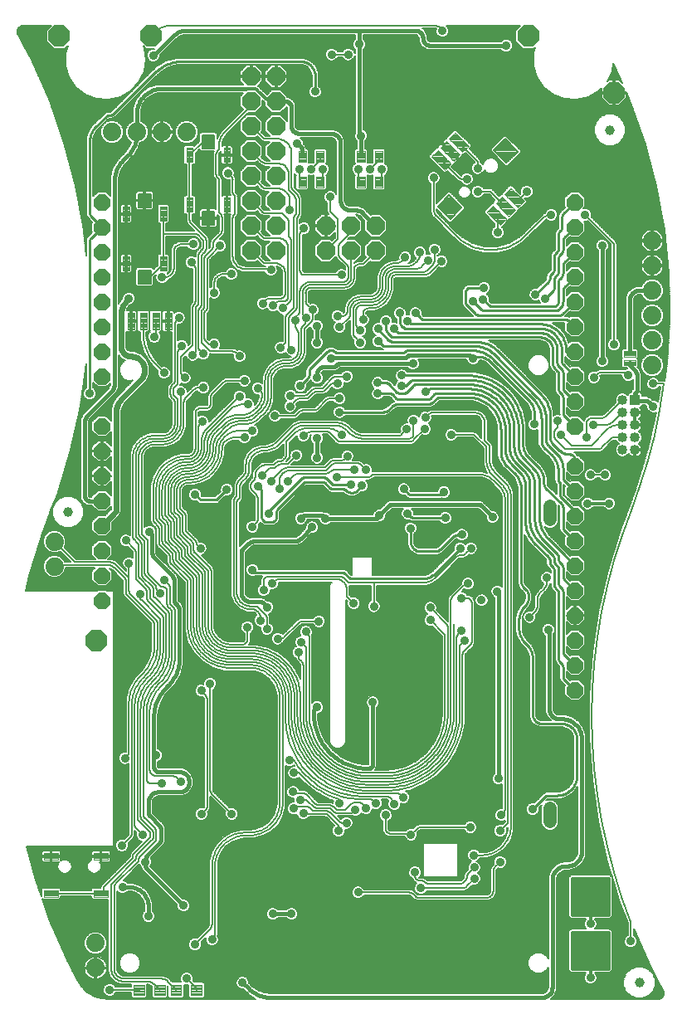
<source format=gtl>
G75*
G70*
%OFA0B0*%
%FSLAX24Y24*%
%IPPOS*%
%LPD*%
%AMOC8*
5,1,8,0,0,1.08239X$1,22.5*
%
%ADD10C,0.0394*%
%ADD11C,0.0039*%
%ADD12C,0.0039*%
%ADD13C,0.0157*%
%ADD14C,0.0041*%
%ADD15C,0.0740*%
%ADD16OC8,0.0850*%
%ADD17R,0.0400X0.0400*%
%ADD18C,0.0400*%
%ADD19C,0.0047*%
%ADD20OC8,0.0660*%
%ADD21OC8,0.0740*%
%ADD22C,0.0039*%
%ADD23C,0.0071*%
%ADD24C,0.0040*%
%ADD25C,0.0531*%
%ADD26C,0.0055*%
%ADD27C,0.0357*%
%ADD28C,0.0160*%
%ADD29C,0.0100*%
%ADD30C,0.0059*%
%ADD31C,0.0240*%
%ADD32C,0.0120*%
D10*
X003686Y020389D03*
X025458Y035743D03*
X026639Y001491D03*
D11*
X010197Y033016D02*
X009935Y033016D01*
X010197Y033016D02*
X010197Y032454D01*
X009935Y032454D01*
X009935Y033016D01*
X009935Y032492D02*
X010197Y032492D01*
X010197Y032530D02*
X009935Y032530D01*
X009935Y032568D02*
X010197Y032568D01*
X010197Y032606D02*
X009935Y032606D01*
X009935Y032644D02*
X010197Y032644D01*
X010197Y032682D02*
X009935Y032682D01*
X009935Y032720D02*
X010197Y032720D01*
X010197Y032758D02*
X009935Y032758D01*
X009935Y032796D02*
X010197Y032796D01*
X010197Y032834D02*
X009935Y032834D01*
X009935Y032872D02*
X010197Y032872D01*
X010197Y032910D02*
X009935Y032910D01*
X009935Y032948D02*
X010197Y032948D01*
X010197Y032986D02*
X009935Y032986D01*
X009935Y035016D02*
X010197Y035016D01*
X010197Y034454D01*
X009935Y034454D01*
X009935Y035016D01*
X009935Y034492D02*
X010197Y034492D01*
X010197Y034530D02*
X009935Y034530D01*
X009935Y034568D02*
X010197Y034568D01*
X010197Y034606D02*
X009935Y034606D01*
X009935Y034644D02*
X010197Y034644D01*
X010197Y034682D02*
X009935Y034682D01*
X009935Y034720D02*
X010197Y034720D01*
X010197Y034758D02*
X009935Y034758D01*
X009935Y034796D02*
X010197Y034796D01*
X010197Y034834D02*
X009935Y034834D01*
X009935Y034872D02*
X010197Y034872D01*
X010197Y034910D02*
X009935Y034910D01*
X009935Y034948D02*
X010197Y034948D01*
X010197Y034986D02*
X009935Y034986D01*
X008697Y035016D02*
X008435Y035016D01*
X008697Y035016D02*
X008697Y034454D01*
X008435Y034454D01*
X008435Y035016D01*
X008435Y034492D02*
X008697Y034492D01*
X008697Y034530D02*
X008435Y034530D01*
X008435Y034568D02*
X008697Y034568D01*
X008697Y034606D02*
X008435Y034606D01*
X008435Y034644D02*
X008697Y034644D01*
X008697Y034682D02*
X008435Y034682D01*
X008435Y034720D02*
X008697Y034720D01*
X008697Y034758D02*
X008435Y034758D01*
X008435Y034796D02*
X008697Y034796D01*
X008697Y034834D02*
X008435Y034834D01*
X008435Y034872D02*
X008697Y034872D01*
X008697Y034910D02*
X008435Y034910D01*
X008435Y034948D02*
X008697Y034948D01*
X008697Y034986D02*
X008435Y034986D01*
X008435Y033016D02*
X008697Y033016D01*
X008697Y032454D01*
X008435Y032454D01*
X008435Y033016D01*
X008435Y032492D02*
X008697Y032492D01*
X008697Y032530D02*
X008435Y032530D01*
X008435Y032568D02*
X008697Y032568D01*
X008697Y032606D02*
X008435Y032606D01*
X008435Y032644D02*
X008697Y032644D01*
X008697Y032682D02*
X008435Y032682D01*
X008435Y032720D02*
X008697Y032720D01*
X008697Y032758D02*
X008435Y032758D01*
X008435Y032796D02*
X008697Y032796D01*
X008697Y032834D02*
X008435Y032834D01*
X008435Y032872D02*
X008697Y032872D01*
X008697Y032910D02*
X008435Y032910D01*
X008435Y032948D02*
X008697Y032948D01*
X008697Y032986D02*
X008435Y032986D01*
X007638Y032654D02*
X007376Y032654D01*
X007638Y032654D02*
X007638Y032092D01*
X007376Y032092D01*
X007376Y032654D01*
X007376Y032130D02*
X007638Y032130D01*
X007638Y032168D02*
X007376Y032168D01*
X007376Y032206D02*
X007638Y032206D01*
X007638Y032244D02*
X007376Y032244D01*
X007376Y032282D02*
X007638Y032282D01*
X007638Y032320D02*
X007376Y032320D01*
X007376Y032358D02*
X007638Y032358D01*
X007638Y032396D02*
X007376Y032396D01*
X007376Y032434D02*
X007638Y032434D01*
X007638Y032472D02*
X007376Y032472D01*
X007376Y032510D02*
X007638Y032510D01*
X007638Y032548D02*
X007376Y032548D01*
X007376Y032586D02*
X007638Y032586D01*
X007638Y032624D02*
X007376Y032624D01*
X007376Y030654D02*
X007638Y030654D01*
X007638Y030092D01*
X007376Y030092D01*
X007376Y030654D01*
X007376Y030130D02*
X007638Y030130D01*
X007638Y030168D02*
X007376Y030168D01*
X007376Y030206D02*
X007638Y030206D01*
X007638Y030244D02*
X007376Y030244D01*
X007376Y030282D02*
X007638Y030282D01*
X007638Y030320D02*
X007376Y030320D01*
X007376Y030358D02*
X007638Y030358D01*
X007638Y030396D02*
X007376Y030396D01*
X007376Y030434D02*
X007638Y030434D01*
X007638Y030472D02*
X007376Y030472D01*
X007376Y030510D02*
X007638Y030510D01*
X007638Y030548D02*
X007376Y030548D01*
X007376Y030586D02*
X007638Y030586D01*
X007638Y030624D02*
X007376Y030624D01*
X006138Y030654D02*
X005876Y030654D01*
X006138Y030654D02*
X006138Y030092D01*
X005876Y030092D01*
X005876Y030654D01*
X005876Y030130D02*
X006138Y030130D01*
X006138Y030168D02*
X005876Y030168D01*
X005876Y030206D02*
X006138Y030206D01*
X006138Y030244D02*
X005876Y030244D01*
X005876Y030282D02*
X006138Y030282D01*
X006138Y030320D02*
X005876Y030320D01*
X005876Y030358D02*
X006138Y030358D01*
X006138Y030396D02*
X005876Y030396D01*
X005876Y030434D02*
X006138Y030434D01*
X006138Y030472D02*
X005876Y030472D01*
X005876Y030510D02*
X006138Y030510D01*
X006138Y030548D02*
X005876Y030548D01*
X005876Y030586D02*
X006138Y030586D01*
X006138Y030624D02*
X005876Y030624D01*
X005876Y032654D02*
X006138Y032654D01*
X006138Y032092D01*
X005876Y032092D01*
X005876Y032654D01*
X005876Y032130D02*
X006138Y032130D01*
X006138Y032168D02*
X005876Y032168D01*
X005876Y032206D02*
X006138Y032206D01*
X006138Y032244D02*
X005876Y032244D01*
X005876Y032282D02*
X006138Y032282D01*
X006138Y032320D02*
X005876Y032320D01*
X005876Y032358D02*
X006138Y032358D01*
X006138Y032396D02*
X005876Y032396D01*
X005876Y032434D02*
X006138Y032434D01*
X006138Y032472D02*
X005876Y032472D01*
X005876Y032510D02*
X006138Y032510D01*
X006138Y032548D02*
X005876Y032548D01*
X005876Y032586D02*
X006138Y032586D01*
X006138Y032624D02*
X005876Y032624D01*
X004720Y006703D02*
X004720Y006441D01*
X004720Y006703D02*
X005282Y006703D01*
X005282Y006441D01*
X004720Y006441D01*
X004720Y006479D02*
X005282Y006479D01*
X005282Y006517D02*
X004720Y006517D01*
X004720Y006555D02*
X005282Y006555D01*
X005282Y006593D02*
X004720Y006593D01*
X004720Y006631D02*
X005282Y006631D01*
X005282Y006669D02*
X004720Y006669D01*
X004720Y005203D02*
X004720Y004941D01*
X004720Y005203D02*
X005282Y005203D01*
X005282Y004941D01*
X004720Y004941D01*
X004720Y004979D02*
X005282Y004979D01*
X005282Y005017D02*
X004720Y005017D01*
X004720Y005055D02*
X005282Y005055D01*
X005282Y005093D02*
X004720Y005093D01*
X004720Y005131D02*
X005282Y005131D01*
X005282Y005169D02*
X004720Y005169D01*
X002720Y005203D02*
X002720Y004941D01*
X002720Y005203D02*
X003282Y005203D01*
X003282Y004941D01*
X002720Y004941D01*
X002720Y004979D02*
X003282Y004979D01*
X003282Y005017D02*
X002720Y005017D01*
X002720Y005055D02*
X003282Y005055D01*
X003282Y005093D02*
X002720Y005093D01*
X002720Y005131D02*
X003282Y005131D01*
X003282Y005169D02*
X002720Y005169D01*
X002720Y006441D02*
X002720Y006703D01*
X003282Y006703D01*
X003282Y006441D01*
X002720Y006441D01*
X002720Y006479D02*
X003282Y006479D01*
X003282Y006517D02*
X002720Y006517D01*
X002720Y006555D02*
X003282Y006555D01*
X003282Y006593D02*
X002720Y006593D01*
X002720Y006631D02*
X003282Y006631D01*
X003282Y006669D02*
X002720Y006669D01*
D12*
X012938Y033440D02*
X012938Y033874D01*
X013254Y033874D01*
X013254Y033440D01*
X012938Y033440D01*
X012938Y033478D02*
X013254Y033478D01*
X013254Y033516D02*
X012938Y033516D01*
X012938Y033554D02*
X013254Y033554D01*
X013254Y033592D02*
X012938Y033592D01*
X012938Y033630D02*
X013254Y033630D01*
X013254Y033668D02*
X012938Y033668D01*
X012938Y033706D02*
X013254Y033706D01*
X013254Y033744D02*
X012938Y033744D01*
X012938Y033782D02*
X013254Y033782D01*
X013254Y033820D02*
X012938Y033820D01*
X012938Y033858D02*
X013254Y033858D01*
X013646Y033874D02*
X013646Y033440D01*
X013646Y033874D02*
X013962Y033874D01*
X013962Y033440D01*
X013646Y033440D01*
X013646Y033478D02*
X013962Y033478D01*
X013962Y033516D02*
X013646Y033516D01*
X013646Y033554D02*
X013962Y033554D01*
X013962Y033592D02*
X013646Y033592D01*
X013646Y033630D02*
X013962Y033630D01*
X013962Y033668D02*
X013646Y033668D01*
X013646Y033706D02*
X013962Y033706D01*
X013962Y033744D02*
X013646Y033744D01*
X013646Y033782D02*
X013962Y033782D01*
X013962Y033820D02*
X013646Y033820D01*
X013646Y033858D02*
X013962Y033858D01*
X013646Y034463D02*
X013646Y034897D01*
X013962Y034897D01*
X013962Y034463D01*
X013646Y034463D01*
X013646Y034501D02*
X013962Y034501D01*
X013962Y034539D02*
X013646Y034539D01*
X013646Y034577D02*
X013962Y034577D01*
X013962Y034615D02*
X013646Y034615D01*
X013646Y034653D02*
X013962Y034653D01*
X013962Y034691D02*
X013646Y034691D01*
X013646Y034729D02*
X013962Y034729D01*
X013962Y034767D02*
X013646Y034767D01*
X013646Y034805D02*
X013962Y034805D01*
X013962Y034843D02*
X013646Y034843D01*
X013646Y034881D02*
X013962Y034881D01*
X012938Y034897D02*
X012938Y034463D01*
X012938Y034897D02*
X013254Y034897D01*
X013254Y034463D01*
X012938Y034463D01*
X012938Y034501D02*
X013254Y034501D01*
X013254Y034539D02*
X012938Y034539D01*
X012938Y034577D02*
X013254Y034577D01*
X013254Y034615D02*
X012938Y034615D01*
X012938Y034653D02*
X013254Y034653D01*
X013254Y034691D02*
X012938Y034691D01*
X012938Y034729D02*
X013254Y034729D01*
X013254Y034767D02*
X012938Y034767D01*
X012938Y034805D02*
X013254Y034805D01*
X013254Y034843D02*
X012938Y034843D01*
X012938Y034881D02*
X013254Y034881D01*
X015300Y034897D02*
X015300Y034463D01*
X015300Y034897D02*
X015616Y034897D01*
X015616Y034463D01*
X015300Y034463D01*
X015300Y034501D02*
X015616Y034501D01*
X015616Y034539D02*
X015300Y034539D01*
X015300Y034577D02*
X015616Y034577D01*
X015616Y034615D02*
X015300Y034615D01*
X015300Y034653D02*
X015616Y034653D01*
X015616Y034691D02*
X015300Y034691D01*
X015300Y034729D02*
X015616Y034729D01*
X015616Y034767D02*
X015300Y034767D01*
X015300Y034805D02*
X015616Y034805D01*
X015616Y034843D02*
X015300Y034843D01*
X015300Y034881D02*
X015616Y034881D01*
X016009Y034897D02*
X016009Y034463D01*
X016009Y034897D02*
X016325Y034897D01*
X016325Y034463D01*
X016009Y034463D01*
X016009Y034501D02*
X016325Y034501D01*
X016325Y034539D02*
X016009Y034539D01*
X016009Y034577D02*
X016325Y034577D01*
X016325Y034615D02*
X016009Y034615D01*
X016009Y034653D02*
X016325Y034653D01*
X016325Y034691D02*
X016009Y034691D01*
X016009Y034729D02*
X016325Y034729D01*
X016325Y034767D02*
X016009Y034767D01*
X016009Y034805D02*
X016325Y034805D01*
X016325Y034843D02*
X016009Y034843D01*
X016009Y034881D02*
X016325Y034881D01*
X016009Y033874D02*
X016009Y033440D01*
X016009Y033874D02*
X016325Y033874D01*
X016325Y033440D01*
X016009Y033440D01*
X016009Y033478D02*
X016325Y033478D01*
X016325Y033516D02*
X016009Y033516D01*
X016009Y033554D02*
X016325Y033554D01*
X016325Y033592D02*
X016009Y033592D01*
X016009Y033630D02*
X016325Y033630D01*
X016325Y033668D02*
X016009Y033668D01*
X016009Y033706D02*
X016325Y033706D01*
X016325Y033744D02*
X016009Y033744D01*
X016009Y033782D02*
X016325Y033782D01*
X016325Y033820D02*
X016009Y033820D01*
X016009Y033858D02*
X016325Y033858D01*
X015300Y033874D02*
X015300Y033440D01*
X015300Y033874D02*
X015616Y033874D01*
X015616Y033440D01*
X015300Y033440D01*
X015300Y033478D02*
X015616Y033478D01*
X015616Y033516D02*
X015300Y033516D01*
X015300Y033554D02*
X015616Y033554D01*
X015616Y033592D02*
X015300Y033592D01*
X015300Y033630D02*
X015616Y033630D01*
X015616Y033668D02*
X015300Y033668D01*
X015300Y033706D02*
X015616Y033706D01*
X015616Y033744D02*
X015300Y033744D01*
X015300Y033782D02*
X015616Y033782D01*
X015616Y033820D02*
X015300Y033820D01*
X015300Y033858D02*
X015616Y033858D01*
D13*
X023962Y005645D02*
X025380Y005645D01*
X025380Y004227D01*
X023962Y004227D01*
X023962Y005645D01*
X023962Y004383D02*
X025380Y004383D01*
X025380Y004539D02*
X023962Y004539D01*
X023962Y004695D02*
X025380Y004695D01*
X025380Y004851D02*
X023962Y004851D01*
X023962Y005007D02*
X025380Y005007D01*
X025380Y005163D02*
X023962Y005163D01*
X023962Y005319D02*
X025380Y005319D01*
X025380Y005475D02*
X023962Y005475D01*
X023962Y005631D02*
X025380Y005631D01*
X025380Y003480D02*
X023962Y003480D01*
X025380Y003480D02*
X025380Y002062D01*
X023962Y002062D01*
X023962Y003480D01*
X023962Y002218D02*
X025380Y002218D01*
X025380Y002374D02*
X023962Y002374D01*
X023962Y002530D02*
X025380Y002530D01*
X025380Y002686D02*
X023962Y002686D01*
X023962Y002842D02*
X025380Y002842D01*
X025380Y002998D02*
X023962Y002998D01*
X023962Y003154D02*
X025380Y003154D01*
X025380Y003310D02*
X023962Y003310D01*
X023962Y003466D02*
X025380Y003466D01*
D14*
X007567Y027732D02*
X007567Y028400D01*
X007841Y028400D01*
X007841Y027732D01*
X007567Y027732D01*
X007567Y027772D02*
X007841Y027772D01*
X007841Y027812D02*
X007567Y027812D01*
X007567Y027852D02*
X007841Y027852D01*
X007841Y027892D02*
X007567Y027892D01*
X007567Y027932D02*
X007841Y027932D01*
X007841Y027972D02*
X007567Y027972D01*
X007567Y028012D02*
X007841Y028012D01*
X007841Y028052D02*
X007567Y028052D01*
X007567Y028092D02*
X007841Y028092D01*
X007841Y028132D02*
X007567Y028132D01*
X007567Y028172D02*
X007841Y028172D01*
X007841Y028212D02*
X007567Y028212D01*
X007567Y028252D02*
X007841Y028252D01*
X007841Y028292D02*
X007567Y028292D01*
X007567Y028332D02*
X007841Y028332D01*
X007841Y028372D02*
X007567Y028372D01*
X007067Y028400D02*
X007067Y027732D01*
X007067Y028400D02*
X007341Y028400D01*
X007341Y027732D01*
X007067Y027732D01*
X007067Y027772D02*
X007341Y027772D01*
X007341Y027812D02*
X007067Y027812D01*
X007067Y027852D02*
X007341Y027852D01*
X007341Y027892D02*
X007067Y027892D01*
X007067Y027932D02*
X007341Y027932D01*
X007341Y027972D02*
X007067Y027972D01*
X007067Y028012D02*
X007341Y028012D01*
X007341Y028052D02*
X007067Y028052D01*
X007067Y028092D02*
X007341Y028092D01*
X007341Y028132D02*
X007067Y028132D01*
X007067Y028172D02*
X007341Y028172D01*
X007341Y028212D02*
X007067Y028212D01*
X007067Y028252D02*
X007341Y028252D01*
X007341Y028292D02*
X007067Y028292D01*
X007067Y028332D02*
X007341Y028332D01*
X007341Y028372D02*
X007067Y028372D01*
X006567Y028400D02*
X006567Y027732D01*
X006567Y028400D02*
X006841Y028400D01*
X006841Y027732D01*
X006567Y027732D01*
X006567Y027772D02*
X006841Y027772D01*
X006841Y027812D02*
X006567Y027812D01*
X006567Y027852D02*
X006841Y027852D01*
X006841Y027892D02*
X006567Y027892D01*
X006567Y027932D02*
X006841Y027932D01*
X006841Y027972D02*
X006567Y027972D01*
X006567Y028012D02*
X006841Y028012D01*
X006841Y028052D02*
X006567Y028052D01*
X006567Y028092D02*
X006841Y028092D01*
X006841Y028132D02*
X006567Y028132D01*
X006567Y028172D02*
X006841Y028172D01*
X006841Y028212D02*
X006567Y028212D01*
X006567Y028252D02*
X006841Y028252D01*
X006841Y028292D02*
X006567Y028292D01*
X006567Y028332D02*
X006841Y028332D01*
X006841Y028372D02*
X006567Y028372D01*
X006067Y028400D02*
X006067Y027732D01*
X006067Y028400D02*
X006341Y028400D01*
X006341Y027732D01*
X006067Y027732D01*
X006067Y027772D02*
X006341Y027772D01*
X006341Y027812D02*
X006067Y027812D01*
X006067Y027852D02*
X006341Y027852D01*
X006341Y027892D02*
X006067Y027892D01*
X006067Y027932D02*
X006341Y027932D01*
X006341Y027972D02*
X006067Y027972D01*
X006067Y028012D02*
X006341Y028012D01*
X006341Y028052D02*
X006067Y028052D01*
X006067Y028092D02*
X006341Y028092D01*
X006341Y028132D02*
X006067Y028132D01*
X006067Y028172D02*
X006341Y028172D01*
X006341Y028212D02*
X006067Y028212D01*
X006067Y028252D02*
X006341Y028252D01*
X006341Y028292D02*
X006067Y028292D01*
X006067Y028332D02*
X006341Y028332D01*
X006341Y028372D02*
X006067Y028372D01*
D15*
X006454Y035664D03*
X007454Y035664D03*
X008454Y035664D03*
X005454Y035664D03*
X003135Y019208D03*
X003135Y018208D03*
X004789Y003082D03*
X004789Y002082D03*
X027151Y026294D03*
X027151Y027294D03*
X027151Y028294D03*
X027151Y029294D03*
X027151Y030294D03*
X027151Y031294D03*
D16*
X025615Y037239D03*
X022171Y039523D03*
X007033Y039523D03*
X003332Y039523D03*
X004828Y015231D03*
D17*
X026456Y024893D03*
D18*
X026456Y024393D03*
X026456Y023893D03*
X026456Y023393D03*
X026456Y022893D03*
X025956Y022893D03*
X025956Y023393D03*
X025956Y023893D03*
X025956Y024393D03*
X025956Y024893D03*
D19*
X008631Y001409D02*
X008631Y000983D01*
X008631Y001409D02*
X009057Y001409D01*
X009057Y000983D01*
X008631Y000983D01*
X008631Y001029D02*
X009057Y001029D01*
X009057Y001075D02*
X008631Y001075D01*
X008631Y001121D02*
X009057Y001121D01*
X009057Y001167D02*
X008631Y001167D01*
X008631Y001213D02*
X009057Y001213D01*
X009057Y001259D02*
X008631Y001259D01*
X008631Y001305D02*
X009057Y001305D01*
X009057Y001351D02*
X008631Y001351D01*
X008631Y001397D02*
X009057Y001397D01*
X007804Y001409D02*
X007804Y000983D01*
X007804Y001409D02*
X008230Y001409D01*
X008230Y000983D01*
X007804Y000983D01*
X007804Y001029D02*
X008230Y001029D01*
X008230Y001075D02*
X007804Y001075D01*
X007804Y001121D02*
X008230Y001121D01*
X008230Y001167D02*
X007804Y001167D01*
X007804Y001213D02*
X008230Y001213D01*
X008230Y001259D02*
X007804Y001259D01*
X007804Y001305D02*
X008230Y001305D01*
X008230Y001351D02*
X007804Y001351D01*
X007804Y001397D02*
X008230Y001397D01*
X007580Y001409D02*
X007580Y000983D01*
X007154Y000983D01*
X007154Y001409D01*
X007580Y001409D01*
X007580Y001029D02*
X007154Y001029D01*
X007154Y001075D02*
X007580Y001075D01*
X007580Y001121D02*
X007154Y001121D01*
X007154Y001167D02*
X007580Y001167D01*
X007580Y001213D02*
X007154Y001213D01*
X007154Y001259D02*
X007580Y001259D01*
X007580Y001305D02*
X007154Y001305D01*
X007154Y001351D02*
X007580Y001351D01*
X007580Y001397D02*
X007154Y001397D01*
X006754Y001409D02*
X006754Y000983D01*
X006328Y000983D01*
X006328Y001409D01*
X006754Y001409D01*
X006754Y001029D02*
X006328Y001029D01*
X006328Y001075D02*
X006754Y001075D01*
X006754Y001121D02*
X006328Y001121D01*
X006328Y001167D02*
X006754Y001167D01*
X006754Y001213D02*
X006328Y001213D01*
X006328Y001259D02*
X006754Y001259D01*
X006754Y001305D02*
X006328Y001305D01*
X006328Y001351D02*
X006754Y001351D01*
X006754Y001397D02*
X006328Y001397D01*
D20*
X005041Y016842D03*
X005041Y017842D03*
X005041Y018842D03*
X005041Y019842D03*
X005041Y020842D03*
X005041Y021842D03*
X005041Y022842D03*
X005041Y023842D03*
X005041Y025842D03*
X005041Y026842D03*
X005041Y027842D03*
X005041Y028842D03*
X005041Y029842D03*
X005041Y030842D03*
X005041Y031842D03*
X005041Y032842D03*
X024041Y032842D03*
X024041Y031842D03*
X024041Y030842D03*
X024041Y029842D03*
X024041Y028842D03*
X024041Y027842D03*
X024041Y026842D03*
X024041Y025842D03*
X024041Y024842D03*
X024041Y023842D03*
X024041Y022242D03*
X024041Y021242D03*
X024041Y020242D03*
X024041Y019242D03*
X024041Y018242D03*
X024041Y017242D03*
X024041Y016242D03*
X024041Y015242D03*
X024041Y014242D03*
X024041Y013242D03*
D21*
X016041Y030892D03*
X016041Y031892D03*
X015041Y031892D03*
X015041Y030892D03*
X014041Y030892D03*
X014041Y031892D03*
X012041Y031892D03*
X012041Y032892D03*
X012041Y033892D03*
X012041Y034892D03*
X012041Y035892D03*
X012041Y036892D03*
X012041Y037892D03*
X011041Y037892D03*
X011041Y036892D03*
X011041Y035892D03*
X011041Y034892D03*
X011041Y033892D03*
X011041Y032892D03*
X011041Y031892D03*
X011041Y030892D03*
X012041Y030892D03*
D22*
X018536Y034923D02*
X019064Y034395D01*
X018812Y034143D01*
X018284Y034671D01*
X018536Y034923D01*
X018774Y034181D02*
X018850Y034181D01*
X018888Y034219D02*
X018736Y034219D01*
X018698Y034257D02*
X018926Y034257D01*
X018964Y034295D02*
X018660Y034295D01*
X018622Y034333D02*
X019002Y034333D01*
X019040Y034371D02*
X018584Y034371D01*
X018546Y034409D02*
X019050Y034409D01*
X019012Y034447D02*
X018508Y034447D01*
X018470Y034485D02*
X018974Y034485D01*
X018936Y034523D02*
X018432Y034523D01*
X018394Y034561D02*
X018898Y034561D01*
X018860Y034599D02*
X018356Y034599D01*
X018318Y034637D02*
X018822Y034637D01*
X018784Y034675D02*
X018288Y034675D01*
X018326Y034713D02*
X018746Y034713D01*
X018708Y034751D02*
X018364Y034751D01*
X018402Y034789D02*
X018670Y034789D01*
X018632Y034827D02*
X018440Y034827D01*
X018478Y034865D02*
X018594Y034865D01*
X018556Y034903D02*
X018516Y034903D01*
X018891Y035278D02*
X019419Y034750D01*
X019167Y034498D01*
X018639Y035026D01*
X018891Y035278D01*
X019129Y034536D02*
X019205Y034536D01*
X019243Y034574D02*
X019091Y034574D01*
X019053Y034612D02*
X019281Y034612D01*
X019319Y034650D02*
X019015Y034650D01*
X018977Y034688D02*
X019357Y034688D01*
X019395Y034726D02*
X018939Y034726D01*
X018901Y034764D02*
X019405Y034764D01*
X019367Y034802D02*
X018863Y034802D01*
X018825Y034840D02*
X019329Y034840D01*
X019291Y034878D02*
X018787Y034878D01*
X018749Y034916D02*
X019253Y034916D01*
X019215Y034954D02*
X018711Y034954D01*
X018673Y034992D02*
X019177Y034992D01*
X019139Y035030D02*
X018643Y035030D01*
X018681Y035068D02*
X019101Y035068D01*
X019063Y035106D02*
X018719Y035106D01*
X018757Y035144D02*
X019025Y035144D01*
X018987Y035182D02*
X018795Y035182D01*
X018833Y035220D02*
X018949Y035220D01*
X018911Y035258D02*
X018871Y035258D01*
X019246Y035633D02*
X019774Y035105D01*
X019522Y034853D01*
X018994Y035381D01*
X019246Y035633D01*
X019484Y034891D02*
X019560Y034891D01*
X019598Y034929D02*
X019446Y034929D01*
X019408Y034967D02*
X019636Y034967D01*
X019674Y035005D02*
X019370Y035005D01*
X019332Y035043D02*
X019712Y035043D01*
X019750Y035081D02*
X019294Y035081D01*
X019256Y035119D02*
X019760Y035119D01*
X019722Y035157D02*
X019218Y035157D01*
X019180Y035195D02*
X019684Y035195D01*
X019646Y035233D02*
X019142Y035233D01*
X019104Y035271D02*
X019608Y035271D01*
X019570Y035309D02*
X019066Y035309D01*
X019028Y035347D02*
X019532Y035347D01*
X019494Y035385D02*
X018998Y035385D01*
X019036Y035423D02*
X019456Y035423D01*
X019418Y035461D02*
X019074Y035461D01*
X019112Y035499D02*
X019380Y035499D01*
X019342Y035537D02*
X019150Y035537D01*
X019188Y035575D02*
X019304Y035575D01*
X019266Y035613D02*
X019226Y035613D01*
X020764Y032696D02*
X021292Y032168D01*
X021040Y031916D01*
X020512Y032444D01*
X020764Y032696D01*
X021002Y031954D02*
X021078Y031954D01*
X021116Y031992D02*
X020964Y031992D01*
X020926Y032030D02*
X021154Y032030D01*
X021192Y032068D02*
X020888Y032068D01*
X020850Y032106D02*
X021230Y032106D01*
X021268Y032144D02*
X020812Y032144D01*
X020774Y032182D02*
X021278Y032182D01*
X021240Y032220D02*
X020736Y032220D01*
X020698Y032258D02*
X021202Y032258D01*
X021164Y032296D02*
X020660Y032296D01*
X020622Y032334D02*
X021126Y032334D01*
X021088Y032372D02*
X020584Y032372D01*
X020546Y032410D02*
X021050Y032410D01*
X021012Y032448D02*
X020516Y032448D01*
X020554Y032486D02*
X020974Y032486D01*
X020936Y032524D02*
X020592Y032524D01*
X020630Y032562D02*
X020898Y032562D01*
X020860Y032600D02*
X020668Y032600D01*
X020706Y032638D02*
X020822Y032638D01*
X020784Y032676D02*
X020744Y032676D01*
X021119Y033051D02*
X021647Y032523D01*
X021395Y032271D01*
X020867Y032799D01*
X021119Y033051D01*
X021357Y032309D02*
X021433Y032309D01*
X021471Y032347D02*
X021319Y032347D01*
X021281Y032385D02*
X021509Y032385D01*
X021547Y032423D02*
X021243Y032423D01*
X021205Y032461D02*
X021585Y032461D01*
X021623Y032499D02*
X021167Y032499D01*
X021129Y032537D02*
X021633Y032537D01*
X021595Y032575D02*
X021091Y032575D01*
X021053Y032613D02*
X021557Y032613D01*
X021519Y032651D02*
X021015Y032651D01*
X020977Y032689D02*
X021481Y032689D01*
X021443Y032727D02*
X020939Y032727D01*
X020901Y032765D02*
X021405Y032765D01*
X021367Y032803D02*
X020871Y032803D01*
X020909Y032841D02*
X021329Y032841D01*
X021291Y032879D02*
X020947Y032879D01*
X020985Y032917D02*
X021253Y032917D01*
X021215Y032955D02*
X021023Y032955D01*
X021061Y032993D02*
X021177Y032993D01*
X021139Y033031D02*
X021099Y033031D01*
X021473Y033406D02*
X022001Y032878D01*
X021749Y032626D01*
X021221Y033154D01*
X021473Y033406D01*
X021711Y032664D02*
X021787Y032664D01*
X021825Y032702D02*
X021673Y032702D01*
X021635Y032740D02*
X021863Y032740D01*
X021901Y032778D02*
X021597Y032778D01*
X021559Y032816D02*
X021939Y032816D01*
X021977Y032854D02*
X021521Y032854D01*
X021483Y032892D02*
X021987Y032892D01*
X021949Y032930D02*
X021445Y032930D01*
X021407Y032968D02*
X021911Y032968D01*
X021873Y033006D02*
X021369Y033006D01*
X021331Y033044D02*
X021835Y033044D01*
X021797Y033082D02*
X021293Y033082D01*
X021255Y033120D02*
X021759Y033120D01*
X021721Y033158D02*
X021225Y033158D01*
X021263Y033196D02*
X021683Y033196D01*
X021645Y033234D02*
X021301Y033234D01*
X021339Y033272D02*
X021607Y033272D01*
X021569Y033310D02*
X021377Y033310D01*
X021415Y033348D02*
X021531Y033348D01*
X021493Y033386D02*
X021453Y033386D01*
D23*
X021748Y034875D02*
X021243Y035380D01*
X021748Y034875D02*
X021297Y034424D01*
X020792Y034929D01*
X021243Y035380D01*
X021227Y034494D02*
X021367Y034494D01*
X021437Y034564D02*
X021157Y034564D01*
X021087Y034634D02*
X021507Y034634D01*
X021577Y034704D02*
X021017Y034704D01*
X020947Y034774D02*
X021647Y034774D01*
X021717Y034844D02*
X020877Y034844D01*
X020807Y034914D02*
X021709Y034914D01*
X021639Y034984D02*
X020847Y034984D01*
X020917Y035054D02*
X021569Y035054D01*
X021499Y035124D02*
X020987Y035124D01*
X021057Y035194D02*
X021429Y035194D01*
X021359Y035264D02*
X021127Y035264D01*
X021197Y035334D02*
X021289Y035334D01*
X018988Y033125D02*
X019493Y032620D01*
X019042Y032169D01*
X018537Y032674D01*
X018988Y033125D01*
X018972Y032239D02*
X019112Y032239D01*
X019182Y032309D02*
X018902Y032309D01*
X018832Y032379D02*
X019252Y032379D01*
X019322Y032449D02*
X018762Y032449D01*
X018692Y032519D02*
X019392Y032519D01*
X019462Y032589D02*
X018622Y032589D01*
X018552Y032659D02*
X019454Y032659D01*
X019384Y032729D02*
X018592Y032729D01*
X018662Y032799D02*
X019314Y032799D01*
X019244Y032869D02*
X018732Y032869D01*
X018802Y032939D02*
X019174Y032939D01*
X019104Y033009D02*
X018872Y033009D01*
X018942Y033079D02*
X019034Y033079D01*
D24*
X026015Y026852D02*
X026015Y026642D01*
X026015Y026852D02*
X026475Y026852D01*
X026475Y026642D01*
X026015Y026642D01*
X026015Y026681D02*
X026475Y026681D01*
X026475Y026720D02*
X026015Y026720D01*
X026015Y026759D02*
X026475Y026759D01*
X026475Y026798D02*
X026015Y026798D01*
X026015Y026837D02*
X026475Y026837D01*
X026015Y026498D02*
X026015Y026288D01*
X026015Y026498D02*
X026475Y026498D01*
X026475Y026288D01*
X026015Y026288D01*
X026015Y026327D02*
X026475Y026327D01*
X026475Y026366D02*
X026015Y026366D01*
X026015Y026405D02*
X026475Y026405D01*
X026475Y026444D02*
X026015Y026444D01*
X026015Y026483D02*
X026475Y026483D01*
D25*
X023037Y020615D02*
X023037Y020084D01*
X023037Y008489D02*
X023037Y007958D01*
D26*
X009068Y031932D02*
X009068Y032468D01*
X009564Y032468D01*
X009564Y031932D01*
X009068Y031932D01*
X009068Y031986D02*
X009564Y031986D01*
X009564Y032040D02*
X009068Y032040D01*
X009068Y032094D02*
X009564Y032094D01*
X009564Y032148D02*
X009068Y032148D01*
X009068Y032202D02*
X009564Y032202D01*
X009564Y032256D02*
X009068Y032256D01*
X009068Y032310D02*
X009564Y032310D01*
X009564Y032364D02*
X009068Y032364D01*
X009068Y032418D02*
X009564Y032418D01*
X009068Y035003D02*
X009068Y035539D01*
X009564Y035539D01*
X009564Y035003D01*
X009068Y035003D01*
X009068Y035057D02*
X009564Y035057D01*
X009564Y035111D02*
X009068Y035111D01*
X009068Y035165D02*
X009564Y035165D01*
X009564Y035219D02*
X009068Y035219D01*
X009068Y035273D02*
X009564Y035273D01*
X009564Y035327D02*
X009068Y035327D01*
X009068Y035381D02*
X009564Y035381D01*
X009564Y035435D02*
X009068Y035435D01*
X009068Y035489D02*
X009564Y035489D01*
X007005Y033177D02*
X007005Y032641D01*
X006509Y032641D01*
X006509Y033177D01*
X007005Y033177D01*
X007005Y032695D02*
X006509Y032695D01*
X006509Y032749D02*
X007005Y032749D01*
X007005Y032803D02*
X006509Y032803D01*
X006509Y032857D02*
X007005Y032857D01*
X007005Y032911D02*
X006509Y032911D01*
X006509Y032965D02*
X007005Y032965D01*
X007005Y033019D02*
X006509Y033019D01*
X006509Y033073D02*
X007005Y033073D01*
X007005Y033127D02*
X006509Y033127D01*
X007005Y030106D02*
X007005Y029570D01*
X006509Y029570D01*
X006509Y030106D01*
X007005Y030106D01*
X007005Y029624D02*
X006509Y029624D01*
X006509Y029678D02*
X007005Y029678D01*
X007005Y029732D02*
X006509Y029732D01*
X006509Y029786D02*
X007005Y029786D01*
X007005Y029840D02*
X006509Y029840D01*
X006509Y029894D02*
X007005Y029894D01*
X007005Y029948D02*
X006509Y029948D01*
X006509Y030002D02*
X007005Y030002D01*
X007005Y030056D02*
X006509Y030056D01*
D27*
X006422Y030724D03*
X006422Y031353D03*
X007072Y030664D03*
X007466Y029818D03*
X008234Y030842D03*
X008726Y031157D03*
X008647Y030428D03*
X009395Y031649D03*
X009789Y031098D03*
X009966Y030487D03*
X010241Y029956D03*
X010438Y028991D03*
X010576Y028263D03*
X009730Y028814D03*
X009552Y029208D03*
X009493Y028243D03*
X009552Y027121D03*
X009119Y026747D03*
X008686Y026708D03*
X008489Y026314D03*
X008371Y025783D03*
X008214Y025212D03*
X007545Y025979D03*
X007289Y025153D03*
X008253Y027062D03*
X008391Y027476D03*
X008135Y028204D03*
X007151Y027436D03*
X006521Y028696D03*
X006580Y029168D03*
X006127Y028972D03*
X008037Y032594D03*
X007761Y033853D03*
X009297Y033735D03*
X010104Y034011D03*
X010497Y035389D03*
X010497Y036570D03*
X009139Y037948D03*
X008883Y037003D03*
X007958Y038893D03*
X007111Y038735D03*
X007013Y036806D03*
X005950Y036294D03*
X005025Y036570D03*
X004887Y035153D03*
X004887Y033578D03*
X004198Y033578D03*
X006265Y033499D03*
X002958Y037594D03*
X002623Y039050D03*
X008942Y039405D03*
X012131Y039405D03*
X013608Y037279D03*
X013942Y037613D03*
X014277Y038775D03*
X014375Y039188D03*
X014946Y038775D03*
X015379Y039188D03*
X016560Y039050D03*
X017525Y037850D03*
X018273Y038440D03*
X018273Y039641D03*
X018726Y039720D03*
X019297Y039601D03*
X021285Y039129D03*
X024060Y036137D03*
X023903Y033794D03*
X024454Y032338D03*
X025143Y033224D03*
X025143Y031098D03*
X024631Y030664D03*
X024651Y029621D03*
X024454Y027338D03*
X025143Y026452D03*
X024808Y025802D03*
X024611Y024503D03*
X024789Y023893D03*
X024513Y023381D03*
X024454Y022653D03*
X024671Y021885D03*
X024651Y021432D03*
X024552Y020743D03*
X024454Y019720D03*
X024730Y018401D03*
X025419Y020743D03*
X025261Y021885D03*
X026422Y021865D03*
X027190Y024641D03*
X027249Y025094D03*
X027190Y025546D03*
X026186Y025901D03*
X025615Y027121D03*
X023352Y024050D03*
X023489Y023499D03*
X022407Y023913D03*
X022289Y023440D03*
X023056Y022003D03*
X023135Y025015D03*
X021088Y027121D03*
X020320Y026314D03*
X019966Y026550D03*
X019946Y028873D03*
X020359Y028932D03*
X020399Y029405D03*
X020281Y030625D03*
X020950Y031629D03*
X019808Y032397D03*
X020143Y033263D03*
X019710Y033775D03*
X019651Y034247D03*
X020143Y034208D03*
X021541Y034129D03*
X022111Y033263D03*
X023096Y032338D03*
X022722Y030448D03*
X022466Y029129D03*
X022859Y028972D03*
X020143Y023991D03*
X020694Y023932D03*
X020222Y022279D03*
X020281Y021393D03*
X019730Y020290D03*
X019513Y019483D03*
X019434Y018932D03*
X019867Y018932D03*
X019848Y018322D03*
X019257Y017790D03*
X019749Y017515D03*
X019493Y016944D03*
X020300Y016846D03*
X020930Y017200D03*
X021757Y017042D03*
X022210Y017633D03*
X022919Y017751D03*
X023076Y017082D03*
X022899Y016216D03*
X022978Y015664D03*
X022151Y015763D03*
X022230Y016176D03*
X021934Y014798D03*
X022682Y013243D03*
X023352Y013499D03*
X023411Y012515D03*
X024434Y013735D03*
X022505Y009798D03*
X022348Y008460D03*
X022190Y007279D03*
X021048Y007594D03*
X021088Y008224D03*
X020517Y007161D03*
X020615Y006334D03*
X021048Y006334D03*
X021088Y005428D03*
X020478Y005192D03*
X020005Y005664D03*
X020005Y006117D03*
X019985Y006609D03*
X019415Y007259D03*
X019848Y007731D03*
X019769Y009326D03*
X019021Y009129D03*
X018568Y008204D03*
X017859Y008972D03*
X017151Y008932D03*
X016797Y008657D03*
X016442Y008224D03*
X016048Y008696D03*
X015655Y008499D03*
X015222Y008420D03*
X014867Y007909D03*
X014552Y007594D03*
X014985Y007456D03*
X015576Y007495D03*
X014592Y008696D03*
X014828Y010684D03*
X013686Y012554D03*
X013785Y013972D03*
X013942Y015192D03*
X013234Y015586D03*
X013056Y015172D03*
X012938Y014759D03*
X012111Y015310D03*
X012111Y015861D03*
X011678Y015704D03*
X011403Y016039D03*
X011698Y016570D03*
X011541Y017259D03*
X011875Y017515D03*
X012131Y017023D03*
X012722Y016688D03*
X012938Y017357D03*
X012879Y018263D03*
X013489Y019779D03*
X013037Y020133D03*
X012190Y019759D03*
X011757Y020330D03*
X011088Y019798D03*
X011068Y018637D03*
X011088Y018066D03*
X009887Y017613D03*
X009001Y018932D03*
X008785Y021098D03*
X009454Y021196D03*
X010064Y021294D03*
X010556Y022101D03*
X010556Y022968D03*
X010773Y023381D03*
X011088Y023657D03*
X011639Y023952D03*
X011993Y024247D03*
X012604Y024641D03*
X012623Y025074D03*
X012367Y025881D03*
X013017Y025468D03*
X013686Y025783D03*
X014237Y026570D03*
X013686Y027200D03*
X013686Y027869D03*
X013234Y028204D03*
X013509Y028519D03*
X014336Y028834D03*
X014513Y028263D03*
X014592Y027830D03*
X015419Y027692D03*
X015537Y028125D03*
X016147Y027751D03*
X016462Y028066D03*
X016777Y027751D03*
X017328Y028066D03*
X017013Y028381D03*
X017643Y028381D03*
X018135Y030507D03*
X017820Y030822D03*
X018411Y030940D03*
X018686Y030468D03*
X017230Y030625D03*
X017072Y032161D03*
X016285Y034168D03*
X015812Y034168D03*
X015340Y034168D03*
X015005Y034838D03*
X015458Y035507D03*
X014257Y034838D03*
X013922Y034168D03*
X013450Y034168D03*
X012978Y034168D03*
X012899Y035192D03*
X012997Y035960D03*
X014218Y033046D03*
X013312Y032357D03*
X013155Y031787D03*
X012584Y032515D03*
X013312Y030231D03*
X014415Y030389D03*
X014671Y029916D03*
X015517Y029995D03*
X015419Y027200D03*
X016147Y027259D03*
X016304Y025999D03*
X016127Y025586D03*
X016127Y025153D03*
X016462Y024818D03*
X017092Y025448D03*
X017092Y025881D03*
X017545Y026353D03*
X018017Y026353D03*
X018056Y025231D03*
X018037Y024188D03*
X018017Y023735D03*
X017564Y024070D03*
X017289Y023716D03*
X016974Y022495D03*
X017171Y021314D03*
X017328Y020330D03*
X017446Y019739D03*
X016993Y018991D03*
X016797Y018283D03*
X016186Y019129D03*
X016186Y020251D03*
X016186Y021373D03*
X015655Y022082D03*
X015182Y022082D03*
X014907Y022633D03*
X014552Y022928D03*
X014671Y023499D03*
X014592Y024405D03*
X014592Y024956D03*
X014513Y025546D03*
X014887Y025842D03*
X016304Y023913D03*
X015497Y021452D03*
X015064Y021491D03*
X014474Y021787D03*
X013627Y021314D03*
X014021Y020133D03*
X013883Y019050D03*
X014926Y019168D03*
X015163Y016727D03*
X015537Y016472D03*
X015970Y016609D03*
X016856Y017042D03*
X017859Y017101D03*
X018234Y016550D03*
X018234Y016058D03*
X017958Y014759D03*
X018391Y014109D03*
X017879Y012672D03*
X017840Y011491D03*
X016836Y011806D03*
X015930Y012751D03*
X015871Y014050D03*
X015202Y014523D03*
X015163Y015113D03*
X013765Y015999D03*
X010950Y013617D03*
X011186Y012082D03*
X010596Y010901D03*
X010438Y009759D03*
X009730Y010743D03*
X008982Y010743D03*
X008942Y009759D03*
X008214Y009562D03*
X007466Y009483D03*
X007230Y010625D03*
X007545Y011019D03*
X008509Y013145D03*
X009041Y013224D03*
X009395Y013499D03*
X009887Y013598D03*
X010891Y015763D03*
X010674Y016137D03*
X008509Y014601D03*
X007387Y017121D03*
X007545Y017672D03*
X006639Y015861D03*
X006206Y015861D03*
X005773Y015861D03*
X005773Y016413D03*
X005714Y017279D03*
X006127Y018342D03*
X006009Y019247D03*
X005576Y019326D03*
X004513Y020369D03*
X003529Y021255D03*
X003883Y022397D03*
X004552Y025153D03*
X006009Y021688D03*
X006954Y019601D03*
X006580Y017101D03*
X006678Y014601D03*
X006206Y014601D03*
X005773Y014601D03*
X005773Y014050D03*
X005773Y013263D03*
X005773Y012476D03*
X005773Y011688D03*
X005773Y010901D03*
X005970Y010507D03*
X005773Y010113D03*
X005773Y009444D03*
X005734Y008735D03*
X005852Y007436D03*
X005852Y007003D03*
X006678Y007436D03*
X006797Y006334D03*
X005871Y005330D03*
X004808Y004582D03*
X003922Y003440D03*
X003332Y003499D03*
X002879Y004661D03*
X004060Y006039D03*
X003922Y006767D03*
X002269Y006767D03*
X005359Y001196D03*
X005852Y003224D03*
X006915Y004168D03*
X007348Y004168D03*
X008323Y004584D03*
X008726Y005704D03*
X009178Y006570D03*
X009178Y006964D03*
X008824Y006767D03*
X008312Y007830D03*
X008627Y008420D03*
X009041Y008263D03*
X010261Y008263D03*
X010950Y007909D03*
X010478Y006964D03*
X010989Y005861D03*
X011737Y004877D03*
X011915Y004247D03*
X012663Y004247D03*
X013273Y004877D03*
X014336Y006255D03*
X015340Y005113D03*
X015537Y004720D03*
X015241Y004050D03*
X014513Y001668D03*
X012899Y002338D03*
X011895Y001964D03*
X011304Y002476D03*
X010694Y001491D03*
X009493Y001098D03*
X008450Y001649D03*
X008785Y003027D03*
X009474Y003224D03*
X010202Y004956D03*
X011659Y006964D03*
X012741Y008479D03*
X013135Y008283D03*
X013017Y008834D03*
X012722Y009149D03*
X013056Y009405D03*
X012761Y009916D03*
X012584Y010428D03*
X011856Y009208D03*
X007604Y008066D03*
X004592Y017436D03*
X003804Y017436D03*
X003017Y017436D03*
X002584Y018696D03*
X002230Y017436D03*
X009080Y024031D03*
X009395Y024306D03*
X009119Y025389D03*
X010576Y025035D03*
X010773Y025664D03*
X010753Y026157D03*
X010576Y026649D03*
X011383Y026550D03*
X012230Y027003D03*
X012663Y026905D03*
X012820Y028105D03*
X012328Y028578D03*
X011915Y028696D03*
X011501Y028775D03*
X011698Y028007D03*
X011836Y030113D03*
X011304Y025369D03*
X010911Y024720D03*
X011737Y023361D03*
X012171Y022731D03*
X012859Y022672D03*
X012761Y023125D03*
X013135Y023460D03*
X013686Y023361D03*
X013686Y022574D03*
X012525Y021629D03*
X012190Y021334D03*
X011856Y021629D03*
X011482Y021865D03*
X011304Y021432D03*
X016856Y014995D03*
X019493Y015625D03*
X019631Y015231D03*
X020635Y015330D03*
X019710Y010861D03*
X020970Y009680D03*
X023745Y008263D03*
X024769Y007476D03*
X023883Y006649D03*
X025163Y006058D03*
X025694Y003893D03*
X026285Y003145D03*
X026501Y002476D03*
X024671Y001688D03*
X023667Y001058D03*
X024671Y003853D03*
X022328Y005035D03*
X017859Y005290D03*
X017623Y005920D03*
X017623Y006924D03*
X017466Y007436D03*
X017466Y004739D03*
X017289Y001944D03*
X018686Y019483D03*
X018844Y020153D03*
X018785Y021196D03*
X018056Y022220D03*
X019080Y023499D03*
X020734Y020192D03*
X026915Y033263D03*
X018371Y033814D03*
X016895Y035094D03*
D28*
X015458Y034680D02*
X015458Y035507D01*
X015379Y035586D01*
X015379Y039188D01*
X015379Y039739D01*
X008442Y039739D01*
X008391Y039737D01*
X008339Y039732D01*
X008288Y039724D01*
X008238Y039712D01*
X008189Y039697D01*
X008141Y039679D01*
X008094Y039658D01*
X008048Y039634D01*
X008005Y039606D01*
X007963Y039576D01*
X007923Y039544D01*
X007886Y039508D01*
X007885Y039509D02*
X007111Y038735D01*
X007426Y037397D02*
X010812Y037397D01*
X011737Y036892D02*
X012041Y036892D01*
X012047Y036885D01*
X012446Y036885D01*
X012472Y036883D01*
X012497Y036878D01*
X012521Y036870D01*
X012545Y036859D01*
X012566Y036844D01*
X012585Y036827D01*
X012602Y036808D01*
X012617Y036786D01*
X012628Y036763D01*
X012636Y036739D01*
X012641Y036714D01*
X012643Y036688D01*
X012643Y035920D01*
X012645Y035887D01*
X012650Y035855D01*
X012658Y035823D01*
X012670Y035792D01*
X012685Y035762D01*
X012703Y035735D01*
X012724Y035709D01*
X012747Y035686D01*
X012773Y035665D01*
X012801Y035647D01*
X012830Y035632D01*
X012861Y035620D01*
X012893Y035612D01*
X012925Y035607D01*
X012958Y035605D01*
X014237Y035605D01*
X014237Y035606D02*
X014276Y035604D01*
X014314Y035598D01*
X014351Y035589D01*
X014388Y035576D01*
X014423Y035559D01*
X014456Y035540D01*
X014487Y035517D01*
X014516Y035491D01*
X014542Y035462D01*
X014565Y035431D01*
X014584Y035398D01*
X014601Y035363D01*
X014614Y035326D01*
X014623Y035289D01*
X014629Y035251D01*
X014631Y035212D01*
X014631Y032909D01*
X014633Y032870D01*
X014639Y032832D01*
X014648Y032795D01*
X014661Y032758D01*
X014678Y032723D01*
X014697Y032690D01*
X014720Y032659D01*
X014746Y032630D01*
X014775Y032604D01*
X014806Y032581D01*
X014839Y032562D01*
X014874Y032545D01*
X014911Y032532D01*
X014948Y032523D01*
X014986Y032517D01*
X015025Y032515D01*
X015254Y032515D01*
X015533Y032400D02*
X016041Y031892D01*
X015533Y032400D02*
X015504Y032426D01*
X015473Y032449D01*
X015440Y032468D01*
X015405Y032485D01*
X015368Y032498D01*
X015331Y032507D01*
X015293Y032513D01*
X015254Y032515D01*
X013096Y034680D02*
X013096Y034914D01*
X013038Y035053D02*
X012899Y035192D01*
X013038Y035053D02*
X013055Y035034D01*
X013070Y035013D01*
X013081Y034989D01*
X013089Y034965D01*
X013094Y034940D01*
X013096Y034914D01*
X015379Y039739D02*
X017643Y039739D01*
X017676Y039737D01*
X017709Y039732D01*
X017740Y039722D01*
X017771Y039710D01*
X017800Y039694D01*
X017827Y039675D01*
X017852Y039653D01*
X017874Y039628D01*
X017893Y039601D01*
X017909Y039572D01*
X017921Y039541D01*
X017931Y039510D01*
X017936Y039477D01*
X017938Y039444D01*
X017938Y039424D01*
X017939Y039424D02*
X017941Y039391D01*
X017946Y039358D01*
X017956Y039327D01*
X017968Y039296D01*
X017984Y039267D01*
X018003Y039240D01*
X018025Y039215D01*
X018050Y039193D01*
X018077Y039174D01*
X018106Y039158D01*
X018137Y039146D01*
X018168Y039136D01*
X018201Y039131D01*
X018234Y039129D01*
X021285Y039129D01*
X025143Y031098D02*
X025143Y026452D01*
X026245Y026393D02*
X026245Y026294D01*
X026445Y026095D01*
X026560Y025816D02*
X026560Y025352D01*
X026503Y025213D02*
X026500Y025210D01*
X026442Y025071D02*
X026442Y024907D01*
X026456Y024893D01*
X026472Y024877D01*
X026791Y024877D01*
X026442Y025071D02*
X026444Y025097D01*
X026449Y025122D01*
X026457Y025146D01*
X026468Y025170D01*
X026483Y025191D01*
X026500Y025210D01*
X026502Y025213D02*
X026519Y025232D01*
X026534Y025253D01*
X026545Y025277D01*
X026553Y025301D01*
X026558Y025326D01*
X026560Y025352D01*
X026561Y025816D02*
X026559Y025855D01*
X026553Y025893D01*
X026544Y025930D01*
X026531Y025967D01*
X026514Y026002D01*
X026495Y026035D01*
X026472Y026066D01*
X026446Y026095D01*
X026245Y026747D02*
X026245Y028901D01*
X026247Y028940D01*
X026253Y028978D01*
X026262Y029015D01*
X026275Y029052D01*
X026292Y029087D01*
X026311Y029120D01*
X026334Y029151D01*
X026360Y029180D01*
X026389Y029206D01*
X026420Y029229D01*
X026453Y029248D01*
X026488Y029265D01*
X026525Y029278D01*
X026562Y029287D01*
X026600Y029293D01*
X026639Y029295D01*
X026639Y029294D02*
X027151Y029294D01*
X027069Y024762D02*
X027190Y024641D01*
X027070Y024762D02*
X027041Y024788D01*
X027010Y024811D01*
X026977Y024830D01*
X026942Y024847D01*
X026905Y024860D01*
X026868Y024869D01*
X026830Y024875D01*
X026791Y024877D01*
X022978Y015664D02*
X023017Y015625D01*
X023017Y012476D01*
X023019Y012437D01*
X023025Y012399D01*
X023034Y012362D01*
X023047Y012325D01*
X023064Y012290D01*
X023083Y012257D01*
X023106Y012226D01*
X023132Y012197D01*
X023161Y012171D01*
X023192Y012148D01*
X023225Y012129D01*
X023260Y012112D01*
X023297Y012099D01*
X023334Y012090D01*
X023372Y012084D01*
X023411Y012082D01*
X023529Y012082D01*
X023529Y012081D02*
X023583Y012079D01*
X023636Y012074D01*
X023689Y012065D01*
X023741Y012052D01*
X023793Y012036D01*
X023843Y012016D01*
X023891Y011993D01*
X023938Y011966D01*
X023983Y011937D01*
X024026Y011904D01*
X024066Y011869D01*
X024104Y011831D01*
X024139Y011791D01*
X024172Y011748D01*
X024201Y011703D01*
X024228Y011656D01*
X024251Y011608D01*
X024271Y011558D01*
X024287Y011506D01*
X024300Y011454D01*
X024309Y011401D01*
X024314Y011348D01*
X024316Y011294D01*
X024316Y006727D01*
X024317Y006728D02*
X024312Y006681D01*
X024303Y006636D01*
X024291Y006591D01*
X024276Y006547D01*
X024257Y006505D01*
X024234Y006464D01*
X024209Y006425D01*
X024181Y006388D01*
X024150Y006353D01*
X024116Y006321D01*
X024080Y006292D01*
X024041Y006266D01*
X024001Y006243D01*
X023959Y006223D01*
X023916Y006206D01*
X023871Y006193D01*
X023826Y006183D01*
X023780Y006177D01*
X023733Y006175D01*
X023687Y006176D01*
X023686Y006176D02*
X023640Y006174D01*
X023595Y006168D01*
X023551Y006159D01*
X023507Y006146D01*
X023465Y006130D01*
X023424Y006110D01*
X023385Y006086D01*
X023348Y006060D01*
X023313Y006030D01*
X023281Y005998D01*
X023251Y005963D01*
X023225Y005926D01*
X023201Y005887D01*
X023181Y005846D01*
X023165Y005804D01*
X023152Y005760D01*
X023143Y005716D01*
X023137Y005671D01*
X023135Y005625D01*
X023135Y001294D01*
X023133Y001255D01*
X023127Y001217D01*
X023118Y001180D01*
X023105Y001143D01*
X023088Y001108D01*
X023069Y001075D01*
X023046Y001044D01*
X023020Y001015D01*
X022991Y000989D01*
X022960Y000966D01*
X022927Y000947D01*
X022892Y000930D01*
X022855Y000917D01*
X022818Y000908D01*
X022780Y000902D01*
X022741Y000900D01*
X022741Y000901D02*
X011774Y000901D01*
X010939Y001247D02*
X010694Y001491D01*
X010939Y001247D02*
X010987Y001201D01*
X011038Y001159D01*
X011091Y001119D01*
X011146Y001082D01*
X011203Y001048D01*
X011262Y001018D01*
X011322Y000991D01*
X011384Y000967D01*
X011447Y000947D01*
X011511Y000931D01*
X011576Y000918D01*
X011642Y000908D01*
X011708Y000903D01*
X011774Y000901D01*
X011915Y004247D02*
X012663Y004247D01*
X015734Y010093D02*
X015760Y010095D01*
X015785Y010100D01*
X015809Y010108D01*
X015832Y010119D01*
X015854Y010134D01*
X015873Y010151D01*
X015890Y010170D01*
X015905Y010191D01*
X015916Y010215D01*
X015924Y010239D01*
X015929Y010264D01*
X015931Y010290D01*
X015930Y010290D02*
X015930Y012751D01*
X013549Y012279D02*
X013551Y012175D01*
X013559Y012071D01*
X013571Y011968D01*
X013588Y011865D01*
X013611Y011764D01*
X013638Y011663D01*
X013669Y011564D01*
X013706Y011467D01*
X013746Y011371D01*
X013792Y011278D01*
X013842Y011187D01*
X013896Y011098D01*
X013954Y011012D01*
X014016Y010928D01*
X014083Y010848D01*
X014153Y010771D01*
X014226Y010698D01*
X014303Y010628D01*
X014383Y010561D01*
X014467Y010499D01*
X014553Y010441D01*
X014641Y010387D01*
X014733Y010337D01*
X014826Y010291D01*
X014922Y010251D01*
X015019Y010214D01*
X015118Y010183D01*
X015219Y010156D01*
X015320Y010133D01*
X015423Y010116D01*
X015526Y010104D01*
X015630Y010096D01*
X015734Y010094D01*
X013548Y012279D02*
X013548Y012416D01*
X013686Y012554D01*
X011698Y016570D02*
X011539Y016729D01*
X011400Y016787D02*
X011029Y016787D01*
X011029Y016786D02*
X010990Y016788D01*
X010952Y016794D01*
X010915Y016803D01*
X010878Y016816D01*
X010843Y016833D01*
X010810Y016852D01*
X010779Y016875D01*
X010750Y016901D01*
X010724Y016930D01*
X010701Y016961D01*
X010682Y016994D01*
X010665Y017029D01*
X010652Y017066D01*
X010643Y017103D01*
X010637Y017141D01*
X010635Y017180D01*
X010635Y018735D01*
X010693Y018891D02*
X010913Y019112D01*
X011192Y019227D02*
X012775Y019227D01*
X013054Y019343D02*
X013489Y019779D01*
X013256Y020271D02*
X013230Y020269D01*
X013205Y020264D01*
X013181Y020256D01*
X013157Y020245D01*
X013136Y020230D01*
X013117Y020213D01*
X013037Y020133D01*
X013256Y020271D02*
X013802Y020271D01*
X013941Y020213D02*
X014021Y020133D01*
X016068Y020133D01*
X016186Y020251D01*
X016581Y020646D01*
X016721Y020704D02*
X020140Y020704D01*
X020279Y020646D02*
X020734Y020192D01*
X020279Y020646D02*
X020260Y020663D01*
X020239Y020678D01*
X020215Y020689D01*
X020191Y020697D01*
X020166Y020702D01*
X020140Y020704D01*
X020930Y017200D02*
X020970Y017161D01*
X020970Y009680D01*
X016582Y020646D02*
X016601Y020663D01*
X016622Y020678D01*
X016646Y020689D01*
X016670Y020697D01*
X016695Y020702D01*
X016721Y020704D01*
X013941Y020213D02*
X013922Y020230D01*
X013901Y020245D01*
X013877Y020256D01*
X013853Y020264D01*
X013828Y020269D01*
X013802Y020271D01*
X013054Y019342D02*
X013025Y019316D01*
X012994Y019293D01*
X012961Y019274D01*
X012926Y019257D01*
X012889Y019244D01*
X012852Y019235D01*
X012814Y019229D01*
X012775Y019227D01*
X011192Y019228D02*
X011153Y019226D01*
X011115Y019220D01*
X011078Y019211D01*
X011041Y019198D01*
X011006Y019181D01*
X010973Y019162D01*
X010942Y019139D01*
X010913Y019113D01*
X010693Y018891D02*
X010675Y018869D01*
X010660Y018845D01*
X010648Y018819D01*
X010640Y018792D01*
X010636Y018764D01*
X010635Y018736D01*
X011400Y016787D02*
X011426Y016785D01*
X011451Y016780D01*
X011475Y016772D01*
X011499Y016761D01*
X011520Y016746D01*
X011539Y016729D01*
X007592Y013311D02*
X007539Y013255D01*
X007489Y013196D01*
X007441Y013135D01*
X007396Y013072D01*
X007355Y013007D01*
X007317Y012939D01*
X007282Y012870D01*
X007251Y012800D01*
X007223Y012728D01*
X007199Y012654D01*
X007178Y012580D01*
X007161Y012504D01*
X007148Y012428D01*
X007139Y012351D01*
X007133Y012274D01*
X007131Y012197D01*
X007131Y010625D01*
X007131Y010153D01*
X007133Y010127D01*
X007138Y010102D01*
X007146Y010078D01*
X007157Y010055D01*
X007172Y010033D01*
X007189Y010014D01*
X007208Y009997D01*
X007229Y009982D01*
X007253Y009971D01*
X007277Y009963D01*
X007302Y009958D01*
X007328Y009956D01*
X008155Y009956D01*
X008194Y009954D01*
X008232Y009948D01*
X008269Y009939D01*
X008306Y009926D01*
X008341Y009909D01*
X008374Y009890D01*
X008405Y009867D01*
X008434Y009841D01*
X008460Y009812D01*
X008483Y009781D01*
X008502Y009748D01*
X008519Y009713D01*
X008532Y009676D01*
X008541Y009639D01*
X008547Y009601D01*
X008549Y009562D01*
X008548Y009562D02*
X008548Y009542D01*
X008549Y009542D02*
X008547Y009503D01*
X008541Y009465D01*
X008532Y009428D01*
X008519Y009391D01*
X008502Y009356D01*
X008483Y009323D01*
X008460Y009292D01*
X008434Y009263D01*
X008405Y009237D01*
X008374Y009214D01*
X008341Y009195D01*
X008306Y009178D01*
X008269Y009165D01*
X008232Y009156D01*
X008194Y009150D01*
X008155Y009148D01*
X008155Y009149D02*
X007308Y009149D01*
X007269Y009147D01*
X007231Y009141D01*
X007194Y009132D01*
X007157Y009119D01*
X007122Y009102D01*
X007089Y009083D01*
X007058Y009060D01*
X007029Y009034D01*
X007003Y009005D01*
X006980Y008974D01*
X006961Y008941D01*
X006944Y008906D01*
X006931Y008869D01*
X006922Y008832D01*
X006916Y008794D01*
X006914Y008755D01*
X006915Y008755D02*
X006915Y008325D01*
X006972Y008186D02*
X007349Y007809D01*
X007407Y007670D02*
X007407Y007222D01*
X007349Y007083D02*
X006854Y006588D01*
X006797Y006449D02*
X006797Y006334D01*
X006797Y006192D01*
X006854Y006053D02*
X008323Y004584D01*
X006915Y004542D02*
X006915Y004168D01*
X006914Y004542D02*
X006912Y004596D01*
X006907Y004649D01*
X006898Y004702D01*
X006885Y004754D01*
X006869Y004806D01*
X006849Y004856D01*
X006826Y004904D01*
X006799Y004951D01*
X006770Y004996D01*
X006737Y005039D01*
X006702Y005079D01*
X006664Y005117D01*
X006624Y005152D01*
X006581Y005185D01*
X006536Y005214D01*
X006489Y005241D01*
X006441Y005264D01*
X006391Y005284D01*
X006339Y005300D01*
X006287Y005313D01*
X006234Y005322D01*
X006181Y005327D01*
X006127Y005329D01*
X006127Y005330D02*
X005871Y005330D01*
X006854Y006053D02*
X006837Y006072D01*
X006822Y006093D01*
X006811Y006117D01*
X006803Y006141D01*
X006798Y006166D01*
X006796Y006192D01*
X006796Y006449D02*
X006798Y006475D01*
X006803Y006500D01*
X006811Y006524D01*
X006822Y006548D01*
X006837Y006569D01*
X006854Y006588D01*
X007349Y007083D02*
X007366Y007102D01*
X007381Y007123D01*
X007392Y007147D01*
X007400Y007171D01*
X007405Y007196D01*
X007407Y007222D01*
X007407Y007670D02*
X007405Y007696D01*
X007400Y007721D01*
X007392Y007745D01*
X007381Y007769D01*
X007366Y007790D01*
X007349Y007809D01*
X006972Y008186D02*
X006955Y008205D01*
X006940Y008226D01*
X006929Y008250D01*
X006921Y008274D01*
X006916Y008299D01*
X006914Y008325D01*
X007131Y010625D02*
X007230Y010625D01*
X007592Y013311D02*
X007694Y013412D01*
X008155Y014525D02*
X008155Y016407D01*
X008039Y016685D02*
X008016Y016709D01*
X007958Y016848D02*
X007958Y017568D01*
X007843Y017847D02*
X007168Y018522D01*
X007052Y018800D02*
X007052Y019503D01*
X006954Y019601D01*
X007052Y018800D02*
X007054Y018761D01*
X007060Y018723D01*
X007069Y018686D01*
X007082Y018649D01*
X007099Y018614D01*
X007118Y018581D01*
X007141Y018550D01*
X007167Y018521D01*
X007843Y017847D02*
X007869Y017818D01*
X007892Y017787D01*
X007911Y017754D01*
X007928Y017719D01*
X007941Y017682D01*
X007950Y017645D01*
X007956Y017607D01*
X007958Y017568D01*
X007958Y016848D02*
X007960Y016822D01*
X007965Y016797D01*
X007973Y016773D01*
X007984Y016749D01*
X007999Y016728D01*
X008016Y016709D01*
X008040Y016686D02*
X008066Y016657D01*
X008089Y016626D01*
X008108Y016593D01*
X008125Y016558D01*
X008138Y016521D01*
X008147Y016484D01*
X008153Y016446D01*
X008155Y016407D01*
X008155Y014525D02*
X008153Y014448D01*
X008147Y014371D01*
X008138Y014294D01*
X008125Y014218D01*
X008108Y014142D01*
X008087Y014068D01*
X008063Y013994D01*
X008035Y013922D01*
X008004Y013852D01*
X007969Y013783D01*
X007931Y013715D01*
X007890Y013650D01*
X007845Y013587D01*
X007797Y013526D01*
X007747Y013467D01*
X007694Y013411D01*
X005041Y020842D02*
X004552Y020842D01*
X004526Y020844D01*
X004501Y020849D01*
X004477Y020857D01*
X004453Y020868D01*
X004432Y020883D01*
X004413Y020900D01*
X004396Y020919D01*
X004381Y020941D01*
X004370Y020964D01*
X004362Y020988D01*
X004357Y021013D01*
X004355Y021039D01*
X004356Y021039D02*
X004356Y024005D01*
X004471Y024284D02*
X005421Y025234D01*
X005537Y025513D02*
X005537Y033679D01*
X005883Y034514D02*
X006096Y034728D01*
X006442Y035563D02*
X006442Y035664D01*
X006442Y036413D01*
X006444Y036475D01*
X006450Y036536D01*
X006459Y036597D01*
X006473Y036658D01*
X006490Y036717D01*
X006511Y036775D01*
X006536Y036832D01*
X006564Y036887D01*
X006595Y036940D01*
X006630Y036991D01*
X006668Y037040D01*
X006709Y037087D01*
X006752Y037130D01*
X006799Y037171D01*
X006848Y037209D01*
X006899Y037244D01*
X006952Y037275D01*
X007007Y037303D01*
X007064Y037328D01*
X007122Y037349D01*
X007181Y037366D01*
X007242Y037380D01*
X007303Y037389D01*
X007364Y037395D01*
X007426Y037397D01*
X006442Y035563D02*
X006440Y035497D01*
X006435Y035431D01*
X006425Y035365D01*
X006412Y035300D01*
X006396Y035236D01*
X006376Y035173D01*
X006352Y035111D01*
X006325Y035051D01*
X006295Y034992D01*
X006261Y034935D01*
X006224Y034880D01*
X006184Y034827D01*
X006142Y034776D01*
X006096Y034728D01*
X005883Y034514D02*
X005837Y034466D01*
X005795Y034415D01*
X005755Y034362D01*
X005718Y034307D01*
X005684Y034250D01*
X005654Y034191D01*
X005627Y034131D01*
X005603Y034069D01*
X005583Y034006D01*
X005567Y033942D01*
X005554Y033877D01*
X005544Y033811D01*
X005539Y033745D01*
X005537Y033679D01*
X005537Y025513D02*
X005535Y025474D01*
X005529Y025436D01*
X005520Y025399D01*
X005507Y025362D01*
X005490Y025327D01*
X005471Y025294D01*
X005448Y025263D01*
X005422Y025234D01*
X004470Y024284D02*
X004444Y024255D01*
X004421Y024224D01*
X004402Y024191D01*
X004385Y024156D01*
X004372Y024119D01*
X004363Y024082D01*
X004357Y024044D01*
X004355Y024005D01*
X013686Y023361D02*
X013686Y022574D01*
X013686Y025783D02*
X013686Y025977D01*
X013744Y026116D02*
X013806Y026178D01*
X013945Y026235D02*
X014333Y026235D01*
X014472Y026293D02*
X014475Y026296D01*
X014614Y026353D02*
X017545Y026353D01*
X017405Y026688D02*
X017383Y026686D01*
X017362Y026681D01*
X017342Y026673D01*
X017323Y026661D01*
X017307Y026647D01*
X017405Y026688D02*
X019828Y026688D01*
X019966Y026550D01*
X017168Y026590D02*
X014257Y026590D01*
X014237Y026570D01*
X014333Y026235D02*
X014359Y026237D01*
X014384Y026242D01*
X014408Y026250D01*
X014432Y026261D01*
X014453Y026276D01*
X014472Y026293D01*
X014475Y026296D02*
X014494Y026313D01*
X014515Y026328D01*
X014539Y026339D01*
X014563Y026347D01*
X014588Y026352D01*
X014614Y026354D01*
X013945Y026236D02*
X013919Y026234D01*
X013894Y026229D01*
X013870Y026221D01*
X013846Y026210D01*
X013825Y026195D01*
X013806Y026178D01*
X013744Y026116D02*
X013727Y026097D01*
X013712Y026076D01*
X013701Y026052D01*
X013693Y026028D01*
X013688Y026003D01*
X013686Y025977D01*
X013686Y027200D02*
X013686Y027869D01*
X017168Y026590D02*
X017194Y026592D01*
X017219Y026597D01*
X017243Y026605D01*
X017267Y026616D01*
X017288Y026631D01*
X017307Y026648D01*
D29*
X017211Y026827D02*
X017230Y026844D01*
X017251Y026859D01*
X017275Y026870D01*
X017299Y026878D01*
X017324Y026883D01*
X017350Y026885D01*
X019929Y026885D01*
X019988Y027062D02*
X016425Y027062D01*
X016286Y027120D02*
X016147Y027259D01*
X016286Y027120D02*
X016305Y027103D01*
X016326Y027088D01*
X016350Y027077D01*
X016374Y027069D01*
X016399Y027064D01*
X016425Y027062D01*
X016562Y027297D02*
X016147Y027712D01*
X016147Y027751D01*
X016462Y027734D02*
X016462Y028066D01*
X016462Y027734D02*
X016464Y027708D01*
X016469Y027683D01*
X016477Y027659D01*
X016488Y027635D01*
X016503Y027614D01*
X016520Y027595D01*
X016640Y027474D01*
X016562Y027297D02*
X016581Y027280D01*
X016602Y027265D01*
X016626Y027254D01*
X016650Y027246D01*
X016675Y027241D01*
X016701Y027239D01*
X020067Y027239D01*
X020045Y026629D02*
X020194Y026629D01*
X020611Y026456D02*
X022234Y024834D01*
X022356Y024947D02*
X020764Y026539D01*
X020824Y026716D02*
X022533Y025006D01*
X022710Y025085D02*
X020902Y026893D01*
X020612Y026457D02*
X020578Y026488D01*
X020541Y026517D01*
X020503Y026543D01*
X020462Y026566D01*
X020420Y026585D01*
X020377Y026601D01*
X020332Y026614D01*
X020286Y026623D01*
X020240Y026628D01*
X020194Y026630D01*
X020067Y027239D02*
X020133Y027237D01*
X020199Y027232D01*
X020265Y027222D01*
X020330Y027209D01*
X020394Y027193D01*
X020457Y027173D01*
X020519Y027149D01*
X020579Y027122D01*
X020638Y027092D01*
X020695Y027058D01*
X020750Y027021D01*
X020803Y026981D01*
X020854Y026939D01*
X020902Y026893D01*
X020185Y028302D02*
X023420Y028302D01*
X023559Y028360D02*
X024041Y028842D01*
X023568Y028853D02*
X023568Y029288D01*
X023626Y029427D02*
X024041Y029842D01*
X023568Y029978D02*
X023568Y030288D01*
X023626Y030427D02*
X024041Y030842D01*
X023568Y030923D02*
X023568Y031288D01*
X023626Y031427D02*
X024041Y031842D01*
X023529Y032248D02*
X023531Y032274D01*
X023536Y032299D01*
X023544Y032323D01*
X023555Y032347D01*
X023570Y032368D01*
X023587Y032387D01*
X023586Y032387D02*
X024041Y032842D01*
X023529Y032248D02*
X023529Y031848D01*
X023471Y031709D02*
X023449Y031687D01*
X023391Y031548D02*
X023391Y030982D01*
X023568Y030923D02*
X023566Y030897D01*
X023561Y030872D01*
X023553Y030848D01*
X023542Y030824D01*
X023527Y030803D01*
X023510Y030784D01*
X023511Y030784D02*
X023449Y030722D01*
X023272Y030781D02*
X023255Y030762D01*
X023240Y030741D01*
X023229Y030717D01*
X023221Y030693D01*
X023216Y030668D01*
X023214Y030642D01*
X023214Y030136D01*
X023391Y030057D02*
X023389Y030031D01*
X023384Y030006D01*
X023376Y029982D01*
X023365Y029958D01*
X023350Y029937D01*
X023333Y029918D01*
X023271Y029856D01*
X023095Y029935D02*
X023078Y029916D01*
X023063Y029895D01*
X023052Y029871D01*
X023044Y029847D01*
X023039Y029822D01*
X023037Y029796D01*
X023037Y029781D01*
X022979Y029642D02*
X022466Y029129D01*
X022859Y028972D02*
X023156Y029268D01*
X023214Y029407D02*
X023214Y029717D01*
X023391Y029638D02*
X023391Y028853D01*
X023568Y028853D02*
X023566Y028816D01*
X023561Y028780D01*
X023552Y028744D01*
X023540Y028710D01*
X023524Y028677D01*
X023505Y028645D01*
X023483Y028616D01*
X023458Y028589D01*
X023431Y028564D01*
X023402Y028542D01*
X023370Y028523D01*
X023337Y028507D01*
X023303Y028495D01*
X023267Y028486D01*
X023231Y028481D01*
X023194Y028479D01*
X020421Y028479D01*
X020282Y028537D02*
X019946Y028873D01*
X019709Y028698D02*
X019692Y028717D01*
X019677Y028738D01*
X019666Y028762D01*
X019658Y028786D01*
X019653Y028811D01*
X019651Y028837D01*
X019651Y029208D01*
X019653Y029234D01*
X019658Y029259D01*
X019666Y029283D01*
X019677Y029307D01*
X019692Y029328D01*
X019709Y029347D01*
X019728Y029364D01*
X019749Y029379D01*
X019773Y029390D01*
X019797Y029398D01*
X019822Y029403D01*
X019848Y029405D01*
X020399Y029405D01*
X020359Y028932D02*
X020577Y028714D01*
X020717Y028657D02*
X023194Y028657D01*
X023194Y028656D02*
X023220Y028658D01*
X023245Y028663D01*
X023269Y028671D01*
X023292Y028682D01*
X023314Y028697D01*
X023333Y028714D01*
X023350Y028733D01*
X023365Y028754D01*
X023376Y028778D01*
X023384Y028802D01*
X023389Y028827D01*
X023391Y028853D01*
X023559Y028360D02*
X023540Y028343D01*
X023519Y028328D01*
X023495Y028317D01*
X023471Y028309D01*
X023446Y028304D01*
X023420Y028302D01*
X023676Y028125D02*
X017980Y028125D01*
X017841Y028183D02*
X017643Y028381D01*
X017841Y028183D02*
X017860Y028166D01*
X017881Y028151D01*
X017905Y028140D01*
X017929Y028132D01*
X017954Y028127D01*
X017980Y028125D01*
X017446Y027948D02*
X017328Y028066D01*
X017289Y027770D02*
X017258Y027772D01*
X017228Y027777D01*
X017198Y027785D01*
X017169Y027797D01*
X017142Y027812D01*
X017117Y027830D01*
X017094Y027851D01*
X017073Y027874D01*
X017055Y027899D01*
X017040Y027926D01*
X017028Y027955D01*
X017020Y027985D01*
X017015Y028015D01*
X017013Y028046D01*
X017013Y028381D01*
X017446Y027948D02*
X022643Y027948D01*
X022643Y027771D02*
X017289Y027771D01*
X017016Y027593D02*
X016990Y027595D01*
X016965Y027600D01*
X016941Y027608D01*
X016917Y027619D01*
X016896Y027634D01*
X016877Y027651D01*
X016777Y027751D01*
X016641Y027474D02*
X016660Y027457D01*
X016681Y027442D01*
X016705Y027431D01*
X016729Y027423D01*
X016754Y027418D01*
X016780Y027416D01*
X022643Y027416D01*
X022643Y027594D02*
X017016Y027594D01*
X017211Y026828D02*
X017195Y026814D01*
X017176Y026802D01*
X017156Y026794D01*
X017135Y026789D01*
X017113Y026787D01*
X014512Y026787D01*
X014490Y026789D01*
X014469Y026794D01*
X014449Y026802D01*
X014430Y026814D01*
X014414Y026828D01*
X014274Y026885D02*
X014221Y026885D01*
X014081Y026827D02*
X013429Y026175D01*
X013371Y026036D02*
X013371Y025904D01*
X013314Y025764D02*
X013017Y025468D01*
X013313Y025765D02*
X013330Y025784D01*
X013345Y025805D01*
X013356Y025829D01*
X013364Y025853D01*
X013369Y025878D01*
X013371Y025904D01*
X013371Y026036D02*
X013373Y026062D01*
X013378Y026087D01*
X013386Y026111D01*
X013397Y026135D01*
X013412Y026156D01*
X013429Y026175D01*
X014082Y026827D02*
X014101Y026844D01*
X014122Y026859D01*
X014146Y026870D01*
X014170Y026878D01*
X014195Y026883D01*
X014221Y026885D01*
X014274Y026885D02*
X014300Y026883D01*
X014325Y026878D01*
X014349Y026870D01*
X014373Y026859D01*
X014394Y026844D01*
X014413Y026827D01*
X014592Y024405D02*
X016318Y024405D01*
X016597Y024520D02*
X016701Y024624D01*
X016979Y024739D02*
X018191Y024739D01*
X018331Y024797D02*
X018471Y024938D01*
X018393Y025115D02*
X018412Y025132D01*
X018433Y025147D01*
X018457Y025158D01*
X018481Y025166D01*
X018506Y025171D01*
X018532Y025173D01*
X018532Y025172D02*
X019769Y025172D01*
X019769Y024995D02*
X018610Y024995D01*
X018584Y024993D01*
X018559Y024988D01*
X018535Y024980D01*
X018511Y024969D01*
X018490Y024954D01*
X018471Y024937D01*
X018392Y025115D02*
X018252Y024974D01*
X018330Y024797D02*
X018311Y024780D01*
X018290Y024765D01*
X018266Y024754D01*
X018242Y024746D01*
X018217Y024741D01*
X018191Y024739D01*
X018113Y024916D02*
X016996Y024916D01*
X016857Y024974D02*
X016736Y025095D01*
X016597Y025153D02*
X016127Y025153D01*
X016439Y025586D02*
X016465Y025584D01*
X016490Y025579D01*
X016514Y025571D01*
X016538Y025560D01*
X016559Y025545D01*
X016578Y025528D01*
X016579Y025528D02*
X016896Y025210D01*
X016857Y024974D02*
X016876Y024957D01*
X016897Y024942D01*
X016921Y024931D01*
X016945Y024923D01*
X016970Y024918D01*
X016996Y024916D01*
X017036Y025153D02*
X017148Y025153D01*
X017287Y025210D02*
X017546Y025469D01*
X017448Y025646D02*
X017467Y025663D01*
X017488Y025678D01*
X017512Y025689D01*
X017536Y025697D01*
X017561Y025702D01*
X017587Y025704D01*
X019769Y025704D01*
X019929Y026885D02*
X019995Y026883D01*
X020061Y026878D01*
X020127Y026868D01*
X020192Y026855D01*
X020256Y026839D01*
X020319Y026819D01*
X020381Y026795D01*
X020441Y026768D01*
X020500Y026738D01*
X020557Y026704D01*
X020612Y026667D01*
X020665Y026627D01*
X020716Y026585D01*
X020764Y026539D01*
X020823Y026716D02*
X020775Y026762D01*
X020724Y026804D01*
X020671Y026844D01*
X020616Y026881D01*
X020559Y026915D01*
X020500Y026945D01*
X020440Y026972D01*
X020378Y026996D01*
X020315Y027016D01*
X020251Y027032D01*
X020186Y027045D01*
X020120Y027055D01*
X020054Y027060D01*
X019988Y027062D01*
X019769Y025881D02*
X017092Y025881D01*
X017361Y025559D02*
X017333Y025534D01*
X017303Y025512D01*
X017271Y025493D01*
X017237Y025477D01*
X017202Y025464D01*
X017166Y025455D01*
X017129Y025450D01*
X017092Y025448D01*
X017148Y025153D02*
X017174Y025155D01*
X017199Y025160D01*
X017223Y025168D01*
X017247Y025179D01*
X017268Y025194D01*
X017287Y025211D01*
X017036Y025153D02*
X017010Y025155D01*
X016985Y025160D01*
X016961Y025168D01*
X016937Y025179D01*
X016916Y025194D01*
X016897Y025211D01*
X016736Y025095D02*
X016717Y025112D01*
X016696Y025127D01*
X016672Y025138D01*
X016648Y025146D01*
X016623Y025151D01*
X016597Y025153D01*
X016597Y024519D02*
X016568Y024493D01*
X016537Y024470D01*
X016504Y024451D01*
X016469Y024434D01*
X016432Y024421D01*
X016395Y024412D01*
X016357Y024406D01*
X016318Y024404D01*
X016700Y024625D02*
X016729Y024651D01*
X016760Y024674D01*
X016793Y024693D01*
X016828Y024710D01*
X016865Y024723D01*
X016902Y024732D01*
X016940Y024738D01*
X016979Y024740D01*
X017361Y025559D02*
X017448Y025646D01*
X017685Y025527D02*
X019769Y025527D01*
X019769Y025350D02*
X018256Y025350D01*
X018117Y025292D02*
X018056Y025231D01*
X018113Y024916D02*
X018139Y024918D01*
X018164Y024923D01*
X018188Y024931D01*
X018212Y024942D01*
X018233Y024957D01*
X018252Y024974D01*
X018117Y025292D02*
X018136Y025309D01*
X018157Y025324D01*
X018181Y025335D01*
X018205Y025343D01*
X018230Y025348D01*
X018256Y025350D01*
X017685Y025527D02*
X017659Y025525D01*
X017634Y025520D01*
X017610Y025512D01*
X017586Y025501D01*
X017565Y025486D01*
X017546Y025469D01*
X016439Y025586D02*
X016127Y025586D01*
X014398Y021491D02*
X014372Y021493D01*
X014347Y021498D01*
X014323Y021506D01*
X014299Y021517D01*
X014278Y021532D01*
X014259Y021549D01*
X014079Y021729D01*
X013939Y021787D02*
X013197Y021787D01*
X013058Y021729D02*
X011757Y020428D01*
X011757Y020330D01*
X011462Y020192D02*
X011464Y020166D01*
X011469Y020141D01*
X011477Y020117D01*
X011488Y020094D01*
X011503Y020072D01*
X011520Y020053D01*
X011539Y020036D01*
X011560Y020021D01*
X011584Y020010D01*
X011608Y020002D01*
X011633Y019997D01*
X011659Y019995D01*
X011856Y019995D01*
X011882Y019997D01*
X011907Y020002D01*
X011931Y020010D01*
X011954Y020021D01*
X011976Y020036D01*
X011995Y020053D01*
X012012Y020072D01*
X012027Y020093D01*
X012038Y020117D01*
X012046Y020141D01*
X012051Y020166D01*
X012053Y020192D01*
X012052Y020192D02*
X012052Y020386D01*
X012110Y020525D02*
X013136Y021552D01*
X013058Y021729D02*
X013077Y021746D01*
X013098Y021761D01*
X013122Y021772D01*
X013146Y021780D01*
X013171Y021785D01*
X013197Y021787D01*
X013276Y021609D02*
X013880Y021609D01*
X013939Y021787D02*
X013965Y021785D01*
X013990Y021780D01*
X014014Y021772D01*
X014038Y021761D01*
X014059Y021746D01*
X014078Y021729D01*
X014020Y021552D02*
X014199Y021372D01*
X014339Y021314D02*
X014727Y021314D01*
X014866Y021256D02*
X014888Y021234D01*
X015028Y021176D02*
X015140Y021176D01*
X015279Y021234D02*
X015497Y021452D01*
X015279Y021234D02*
X015260Y021217D01*
X015239Y021202D01*
X015215Y021191D01*
X015191Y021183D01*
X015166Y021178D01*
X015140Y021176D01*
X015028Y021176D02*
X015002Y021178D01*
X014977Y021183D01*
X014953Y021191D01*
X014929Y021202D01*
X014908Y021217D01*
X014889Y021234D01*
X014866Y021256D02*
X014847Y021273D01*
X014826Y021288D01*
X014802Y021299D01*
X014778Y021307D01*
X014753Y021312D01*
X014727Y021314D01*
X014398Y021491D02*
X015064Y021491D01*
X014339Y021314D02*
X014313Y021316D01*
X014288Y021321D01*
X014264Y021329D01*
X014240Y021340D01*
X014219Y021355D01*
X014200Y021372D01*
X014019Y021552D02*
X014000Y021569D01*
X013979Y021584D01*
X013955Y021595D01*
X013931Y021603D01*
X013906Y021608D01*
X013880Y021610D01*
X013276Y021610D02*
X013250Y021608D01*
X013225Y021603D01*
X013201Y021595D01*
X013177Y021584D01*
X013156Y021569D01*
X013137Y021552D01*
X012110Y020525D02*
X012093Y020506D01*
X012078Y020485D01*
X012067Y020461D01*
X012059Y020437D01*
X012054Y020412D01*
X012052Y020386D01*
X011462Y020192D02*
X011462Y021193D01*
X011404Y021332D02*
X011304Y021432D01*
X011404Y021332D02*
X011421Y021313D01*
X011436Y021292D01*
X011447Y021268D01*
X011455Y021244D01*
X011460Y021219D01*
X011462Y021193D01*
X010064Y021294D02*
X009651Y020881D01*
X009001Y020881D01*
X008785Y021098D01*
X011088Y018066D02*
X011186Y017968D01*
X014687Y017968D01*
X014827Y017910D02*
X014967Y017769D01*
X015106Y017712D02*
X017888Y017712D01*
X018444Y017942D02*
X019434Y018932D01*
X019122Y019369D02*
X019151Y019395D01*
X019182Y019418D01*
X019215Y019437D01*
X019250Y019454D01*
X019287Y019467D01*
X019324Y019476D01*
X019362Y019482D01*
X019401Y019484D01*
X019401Y019483D02*
X019513Y019483D01*
X019122Y019368D02*
X018683Y018929D01*
X018405Y018814D02*
X017840Y018814D01*
X018444Y017943D02*
X018407Y017907D01*
X018367Y017875D01*
X018325Y017845D01*
X018282Y017817D01*
X018236Y017793D01*
X018189Y017772D01*
X018141Y017754D01*
X018092Y017739D01*
X018042Y017727D01*
X017991Y017719D01*
X017939Y017714D01*
X017888Y017712D01*
X017840Y018814D02*
X017801Y018816D01*
X017763Y018822D01*
X017726Y018831D01*
X017689Y018844D01*
X017654Y018861D01*
X017621Y018880D01*
X017590Y018903D01*
X017561Y018929D01*
X017535Y018958D01*
X017512Y018989D01*
X017493Y019022D01*
X017476Y019057D01*
X017463Y019094D01*
X017454Y019131D01*
X017448Y019169D01*
X017446Y019208D01*
X017446Y019739D01*
X017587Y020153D02*
X018844Y020153D01*
X018585Y021078D02*
X017488Y021078D01*
X017349Y021136D02*
X017171Y021314D01*
X017349Y021136D02*
X017368Y021119D01*
X017389Y021104D01*
X017413Y021093D01*
X017437Y021085D01*
X017462Y021080D01*
X017488Y021078D01*
X017448Y020211D02*
X017467Y020194D01*
X017488Y020179D01*
X017512Y020168D01*
X017536Y020160D01*
X017561Y020155D01*
X017587Y020153D01*
X017448Y020210D02*
X017328Y020330D01*
X018405Y018814D02*
X018444Y018816D01*
X018482Y018822D01*
X018519Y018831D01*
X018556Y018844D01*
X018591Y018861D01*
X018624Y018880D01*
X018655Y018903D01*
X018684Y018929D01*
X018724Y021136D02*
X018785Y021196D01*
X018724Y021136D02*
X018705Y021119D01*
X018684Y021104D01*
X018660Y021093D01*
X018636Y021085D01*
X018611Y021080D01*
X018585Y021078D01*
X021068Y023696D02*
X021066Y023766D01*
X021060Y023836D01*
X021051Y023906D01*
X021038Y023975D01*
X021021Y024044D01*
X021000Y024111D01*
X020976Y024177D01*
X020948Y024241D01*
X020917Y024304D01*
X020882Y024366D01*
X020844Y024425D01*
X020803Y024482D01*
X020759Y024537D01*
X020712Y024589D01*
X020662Y024639D01*
X020610Y024686D01*
X020555Y024730D01*
X020498Y024771D01*
X020439Y024809D01*
X020377Y024844D01*
X020314Y024875D01*
X020250Y024903D01*
X020184Y024927D01*
X020117Y024948D01*
X020048Y024965D01*
X019979Y024978D01*
X019909Y024987D01*
X019839Y024993D01*
X019769Y024995D01*
X019769Y025172D02*
X019844Y025170D01*
X019918Y025164D01*
X019993Y025155D01*
X020066Y025142D01*
X020139Y025125D01*
X020211Y025104D01*
X020282Y025080D01*
X020351Y025052D01*
X020419Y025021D01*
X020485Y024987D01*
X020550Y024949D01*
X020612Y024907D01*
X020672Y024863D01*
X020730Y024816D01*
X020786Y024766D01*
X020839Y024713D01*
X020889Y024657D01*
X020936Y024599D01*
X020980Y024539D01*
X021022Y024477D01*
X021060Y024412D01*
X021094Y024346D01*
X021125Y024278D01*
X021153Y024209D01*
X021177Y024138D01*
X021198Y024066D01*
X021215Y023993D01*
X021228Y023920D01*
X021237Y023845D01*
X021243Y023771D01*
X021245Y023696D01*
X021245Y022900D01*
X021422Y022959D02*
X021422Y023696D01*
X021600Y023696D02*
X021600Y023018D01*
X021777Y023077D02*
X021777Y023696D01*
X021954Y023696D02*
X021954Y023136D01*
X021246Y022900D02*
X021248Y022849D01*
X021253Y022797D01*
X021261Y022746D01*
X021273Y022696D01*
X021288Y022647D01*
X021306Y022599D01*
X021327Y022552D01*
X021351Y022506D01*
X021379Y022463D01*
X021409Y022421D01*
X021441Y022381D01*
X021477Y022344D01*
X021476Y022343D02*
X021822Y021997D01*
X021999Y022057D02*
X021653Y022402D01*
X021830Y022461D02*
X022196Y022096D01*
X022393Y022135D02*
X022007Y022520D01*
X022185Y022580D02*
X022570Y022194D01*
X023140Y022646D02*
X023176Y022609D01*
X023208Y022569D01*
X023238Y022527D01*
X023266Y022484D01*
X023290Y022438D01*
X023311Y022391D01*
X023329Y022343D01*
X023344Y022294D01*
X023356Y022244D01*
X023364Y022193D01*
X023369Y022141D01*
X023371Y022090D01*
X023371Y021730D01*
X023429Y021591D02*
X023438Y021580D01*
X023445Y021568D01*
X023449Y021554D01*
X023450Y021540D01*
X023450Y021100D01*
X023508Y020961D02*
X024041Y020428D01*
X024041Y020242D01*
X022969Y019315D02*
X022923Y019363D01*
X022881Y019414D01*
X022841Y019467D01*
X022804Y019522D01*
X022770Y019579D01*
X022740Y019638D01*
X022713Y019698D01*
X022689Y019760D01*
X022669Y019823D01*
X022653Y019887D01*
X022640Y019952D01*
X022630Y020018D01*
X022625Y020084D01*
X022623Y020150D01*
X022623Y021578D01*
X022800Y021638D02*
X022800Y021514D01*
X022858Y021375D02*
X023511Y020722D01*
X023568Y020583D02*
X023568Y019796D01*
X023626Y019656D02*
X024041Y019242D01*
X023626Y019657D02*
X023609Y019676D01*
X023594Y019697D01*
X023583Y019721D01*
X023575Y019745D01*
X023570Y019770D01*
X023568Y019796D01*
X022576Y019236D02*
X022530Y019284D01*
X022488Y019335D01*
X022448Y019388D01*
X022411Y019443D01*
X022377Y019500D01*
X022347Y019559D01*
X022320Y019619D01*
X022296Y019681D01*
X022276Y019744D01*
X022260Y019808D01*
X022247Y019873D01*
X022237Y019939D01*
X022232Y020005D01*
X022230Y020071D01*
X022230Y021500D01*
X022052Y021441D02*
X022052Y020012D01*
X022426Y020110D02*
X022426Y021539D01*
X022800Y021638D02*
X022798Y021689D01*
X022793Y021741D01*
X022785Y021792D01*
X022773Y021842D01*
X022758Y021891D01*
X022740Y021939D01*
X022719Y021986D01*
X022695Y022032D01*
X022667Y022075D01*
X022637Y022117D01*
X022605Y022157D01*
X022569Y022194D01*
X023337Y022705D02*
X023373Y022668D01*
X023405Y022628D01*
X023435Y022586D01*
X023463Y022543D01*
X023487Y022497D01*
X023508Y022450D01*
X023526Y022402D01*
X023541Y022353D01*
X023553Y022303D01*
X023561Y022252D01*
X023566Y022200D01*
X023568Y022149D01*
X023568Y021789D01*
X023371Y021730D02*
X023373Y021704D01*
X023378Y021679D01*
X023386Y021655D01*
X023397Y021631D01*
X023412Y021610D01*
X023429Y021591D01*
X023626Y021650D02*
X024034Y021242D01*
X024041Y021242D01*
X023508Y020961D02*
X023491Y020980D01*
X023476Y021001D01*
X023465Y021025D01*
X023457Y021049D01*
X023452Y021074D01*
X023450Y021100D01*
X023510Y020722D02*
X023527Y020703D01*
X023542Y020682D01*
X023553Y020658D01*
X023561Y020634D01*
X023566Y020609D01*
X023568Y020583D01*
X022427Y020110D02*
X022429Y020044D01*
X022434Y019978D01*
X022444Y019912D01*
X022457Y019847D01*
X022473Y019783D01*
X022493Y019720D01*
X022517Y019658D01*
X022544Y019598D01*
X022574Y019539D01*
X022608Y019482D01*
X022645Y019427D01*
X022685Y019374D01*
X022727Y019323D01*
X022773Y019275D01*
X022772Y019275D02*
X023333Y018714D01*
X023391Y018575D02*
X023391Y018502D01*
X023214Y018443D02*
X023216Y018417D01*
X023221Y018392D01*
X023229Y018368D01*
X023240Y018344D01*
X023255Y018323D01*
X023272Y018304D01*
X023271Y018304D02*
X023333Y018242D01*
X023510Y018301D02*
X023527Y018282D01*
X023542Y018261D01*
X023553Y018237D01*
X023561Y018213D01*
X023566Y018188D01*
X023568Y018162D01*
X023568Y017714D01*
X024041Y017242D01*
X023568Y017197D02*
X023568Y014796D01*
X023626Y014656D02*
X024041Y014242D01*
X023568Y014166D02*
X023568Y013796D01*
X023626Y013656D02*
X024041Y013242D01*
X023626Y013657D02*
X023609Y013676D01*
X023594Y013697D01*
X023583Y013721D01*
X023575Y013745D01*
X023570Y013770D01*
X023568Y013796D01*
X023568Y014166D02*
X023566Y014192D01*
X023561Y014217D01*
X023553Y014241D01*
X023542Y014265D01*
X023527Y014286D01*
X023510Y014305D01*
X023511Y014305D02*
X023449Y014367D01*
X023391Y014506D02*
X023391Y017138D01*
X023568Y017197D02*
X023566Y017223D01*
X023561Y017248D01*
X023553Y017272D01*
X023542Y017296D01*
X023527Y017317D01*
X023510Y017336D01*
X023511Y017336D02*
X023449Y017398D01*
X023272Y017339D02*
X023255Y017358D01*
X023240Y017379D01*
X023229Y017403D01*
X023221Y017427D01*
X023216Y017452D01*
X023214Y017478D01*
X023214Y018044D01*
X023391Y018103D02*
X023389Y018129D01*
X023384Y018154D01*
X023376Y018178D01*
X023365Y018202D01*
X023350Y018223D01*
X023333Y018242D01*
X023391Y018103D02*
X023391Y017537D01*
X023393Y017511D01*
X023398Y017486D01*
X023406Y017462D01*
X023417Y017438D01*
X023432Y017417D01*
X023449Y017398D01*
X023333Y017277D02*
X023271Y017339D01*
X023333Y017277D02*
X023350Y017258D01*
X023365Y017237D01*
X023376Y017213D01*
X023384Y017189D01*
X023389Y017164D01*
X023391Y017138D01*
X023214Y018044D02*
X023212Y018070D01*
X023207Y018095D01*
X023199Y018119D01*
X023188Y018143D01*
X023173Y018164D01*
X023156Y018183D01*
X023094Y018245D01*
X023037Y018384D02*
X023037Y018457D01*
X023214Y018516D02*
X023212Y018542D01*
X023207Y018567D01*
X023199Y018591D01*
X023188Y018615D01*
X023173Y018636D01*
X023156Y018655D01*
X022576Y019236D01*
X022398Y019177D02*
X022979Y018596D01*
X022996Y018577D01*
X023011Y018556D01*
X023022Y018532D01*
X023030Y018508D01*
X023035Y018483D01*
X023037Y018457D01*
X023214Y018443D02*
X023214Y018516D01*
X023391Y018575D02*
X023389Y018601D01*
X023384Y018626D01*
X023376Y018650D01*
X023365Y018674D01*
X023350Y018695D01*
X023333Y018714D01*
X023568Y018714D02*
X024041Y018242D01*
X023449Y018363D02*
X023432Y018382D01*
X023417Y018403D01*
X023406Y018427D01*
X023398Y018451D01*
X023393Y018476D01*
X023391Y018502D01*
X023449Y018363D02*
X023511Y018301D01*
X023095Y018245D02*
X023078Y018264D01*
X023063Y018285D01*
X023052Y018309D01*
X023044Y018333D01*
X023039Y018358D01*
X023037Y018384D01*
X023568Y018714D02*
X023568Y018716D01*
X022969Y019315D01*
X022399Y019177D02*
X022353Y019225D01*
X022311Y019276D01*
X022271Y019329D01*
X022234Y019384D01*
X022200Y019441D01*
X022170Y019500D01*
X022143Y019560D01*
X022119Y019622D01*
X022099Y019685D01*
X022083Y019749D01*
X022070Y019814D01*
X022060Y019880D01*
X022055Y019946D01*
X022053Y020012D01*
X021875Y021362D02*
X021875Y017639D01*
X021991Y017360D02*
X022075Y017276D01*
X022190Y016997D02*
X022190Y016997D01*
X021990Y017360D02*
X021964Y017389D01*
X021941Y017420D01*
X021922Y017453D01*
X021905Y017488D01*
X021892Y017525D01*
X021883Y017562D01*
X021877Y017600D01*
X021875Y017639D01*
X022076Y017276D02*
X022102Y017247D01*
X022125Y017216D01*
X022144Y017183D01*
X022161Y017148D01*
X022174Y017111D01*
X022183Y017074D01*
X022189Y017036D01*
X022191Y016997D01*
X022190Y016997D02*
X022188Y016953D01*
X022183Y016910D01*
X022175Y016867D01*
X022163Y016825D01*
X022148Y016784D01*
X022129Y016744D01*
X022108Y016706D01*
X022084Y016670D01*
X022057Y016635D01*
X022027Y016603D01*
X021797Y016047D02*
X021797Y015715D01*
X022027Y015158D02*
X022117Y015068D01*
X022348Y014512D02*
X022348Y012279D01*
X022347Y012279D02*
X022349Y012240D01*
X022355Y012202D01*
X022364Y012165D01*
X022377Y012128D01*
X022394Y012093D01*
X022413Y012060D01*
X022436Y012029D01*
X022462Y012000D01*
X022491Y011974D01*
X022522Y011951D01*
X022555Y011932D01*
X022590Y011915D01*
X022627Y011902D01*
X022664Y011893D01*
X022702Y011887D01*
X022741Y011885D01*
X023529Y011885D01*
X023575Y011883D01*
X023621Y011878D01*
X023667Y011869D01*
X023712Y011856D01*
X023755Y011840D01*
X023797Y011821D01*
X023838Y011798D01*
X023876Y011772D01*
X023913Y011743D01*
X023947Y011712D01*
X023978Y011678D01*
X024007Y011641D01*
X024033Y011603D01*
X024056Y011562D01*
X024075Y011520D01*
X024091Y011477D01*
X024104Y011432D01*
X024113Y011386D01*
X024118Y011340D01*
X024120Y011294D01*
X024119Y011294D02*
X024119Y009798D01*
X024117Y009744D01*
X024112Y009691D01*
X024103Y009638D01*
X024090Y009586D01*
X024074Y009534D01*
X024054Y009484D01*
X024031Y009436D01*
X024004Y009389D01*
X023975Y009344D01*
X023942Y009301D01*
X023907Y009261D01*
X023869Y009223D01*
X023829Y009188D01*
X023786Y009155D01*
X023741Y009126D01*
X023694Y009099D01*
X023646Y009076D01*
X023596Y009056D01*
X023544Y009040D01*
X023492Y009027D01*
X023439Y009018D01*
X023386Y009013D01*
X023332Y009011D01*
X022980Y009011D01*
X022841Y008953D02*
X022348Y008460D01*
X022841Y008953D02*
X022860Y008970D01*
X022881Y008985D01*
X022905Y008996D01*
X022929Y009004D01*
X022954Y009009D01*
X022980Y009011D01*
X023449Y014367D02*
X023432Y014386D01*
X023417Y014407D01*
X023406Y014431D01*
X023398Y014455D01*
X023393Y014480D01*
X023391Y014506D01*
X023626Y014657D02*
X023609Y014676D01*
X023594Y014697D01*
X023583Y014721D01*
X023575Y014745D01*
X023570Y014770D01*
X023568Y014796D01*
X022028Y015159D02*
X021992Y015196D01*
X021960Y015236D01*
X021930Y015278D01*
X021902Y015321D01*
X021878Y015367D01*
X021857Y015414D01*
X021839Y015462D01*
X021824Y015511D01*
X021812Y015561D01*
X021804Y015612D01*
X021799Y015664D01*
X021797Y015715D01*
X022116Y015068D02*
X022152Y015031D01*
X022184Y014991D01*
X022214Y014949D01*
X022242Y014906D01*
X022266Y014860D01*
X022287Y014813D01*
X022305Y014765D01*
X022320Y014716D01*
X022332Y014666D01*
X022340Y014615D01*
X022345Y014563D01*
X022347Y014512D01*
X021797Y016047D02*
X021799Y016098D01*
X021804Y016150D01*
X021812Y016201D01*
X021824Y016251D01*
X021839Y016300D01*
X021857Y016348D01*
X021878Y016395D01*
X021902Y016441D01*
X021930Y016484D01*
X021960Y016526D01*
X021992Y016566D01*
X022028Y016603D01*
X021875Y021362D02*
X021873Y021413D01*
X021868Y021465D01*
X021860Y021516D01*
X021848Y021566D01*
X021833Y021615D01*
X021815Y021663D01*
X021794Y021710D01*
X021770Y021756D01*
X021742Y021799D01*
X021712Y021841D01*
X021680Y021881D01*
X021644Y021918D01*
X021645Y021919D02*
X021299Y022265D01*
X021068Y022821D02*
X021068Y023696D01*
X022702Y024112D02*
X022700Y024178D01*
X022695Y024244D01*
X022685Y024310D01*
X022672Y024375D01*
X022656Y024439D01*
X022636Y024502D01*
X022612Y024564D01*
X022585Y024624D01*
X022555Y024683D01*
X022521Y024740D01*
X022484Y024795D01*
X022444Y024848D01*
X022402Y024899D01*
X022356Y024947D01*
X022407Y024416D02*
X022407Y023913D01*
X022702Y024112D02*
X022702Y023249D01*
X021954Y023136D02*
X021956Y023085D01*
X021961Y023033D01*
X021969Y022982D01*
X021981Y022932D01*
X021996Y022883D01*
X022014Y022835D01*
X022035Y022788D01*
X022059Y022742D01*
X022087Y022699D01*
X022117Y022657D01*
X022149Y022617D01*
X022185Y022580D01*
X021654Y022403D02*
X021618Y022440D01*
X021586Y022480D01*
X021556Y022522D01*
X021528Y022565D01*
X021504Y022611D01*
X021483Y022658D01*
X021465Y022706D01*
X021450Y022755D01*
X021438Y022805D01*
X021430Y022856D01*
X021425Y022908D01*
X021423Y022959D01*
X021069Y022821D02*
X021071Y022770D01*
X021076Y022718D01*
X021084Y022667D01*
X021096Y022617D01*
X021111Y022568D01*
X021129Y022520D01*
X021150Y022473D01*
X021174Y022427D01*
X021202Y022384D01*
X021232Y022342D01*
X021264Y022302D01*
X021300Y022265D01*
X021998Y022056D02*
X022034Y022019D01*
X022066Y021979D01*
X022096Y021937D01*
X022124Y021894D01*
X022148Y021848D01*
X022169Y021801D01*
X022187Y021753D01*
X022202Y021704D01*
X022214Y021654D01*
X022222Y021603D01*
X022227Y021551D01*
X022229Y021500D01*
X022623Y021578D02*
X022621Y021629D01*
X022616Y021681D01*
X022608Y021732D01*
X022596Y021782D01*
X022581Y021831D01*
X022563Y021879D01*
X022542Y021926D01*
X022518Y021972D01*
X022490Y022015D01*
X022460Y022057D01*
X022428Y022097D01*
X022392Y022134D01*
X021831Y022462D02*
X021795Y022499D01*
X021763Y022539D01*
X021733Y022581D01*
X021705Y022624D01*
X021681Y022670D01*
X021660Y022717D01*
X021642Y022765D01*
X021627Y022814D01*
X021615Y022864D01*
X021607Y022915D01*
X021602Y022967D01*
X021600Y023018D01*
X021777Y023077D02*
X021779Y023026D01*
X021784Y022974D01*
X021792Y022923D01*
X021804Y022873D01*
X021819Y022824D01*
X021837Y022776D01*
X021858Y022729D01*
X021882Y022683D01*
X021910Y022640D01*
X021940Y022598D01*
X021972Y022558D01*
X022008Y022521D01*
X022195Y022095D02*
X022231Y022058D01*
X022263Y022018D01*
X022293Y021976D01*
X022321Y021933D01*
X022345Y021887D01*
X022366Y021840D01*
X022384Y021792D01*
X022399Y021743D01*
X022411Y021693D01*
X022419Y021642D01*
X022424Y021590D01*
X022426Y021539D01*
X022800Y021514D02*
X022802Y021488D01*
X022807Y021463D01*
X022815Y021439D01*
X022826Y021415D01*
X022841Y021394D01*
X022858Y021375D01*
X023626Y021650D02*
X023609Y021669D01*
X023594Y021690D01*
X023583Y021714D01*
X023575Y021738D01*
X023570Y021763D01*
X023568Y021789D01*
X024041Y022242D02*
X024041Y022515D01*
X024039Y022541D01*
X024034Y022566D01*
X024026Y022590D01*
X024015Y022613D01*
X024000Y022635D01*
X023983Y022654D01*
X023964Y022671D01*
X023943Y022686D01*
X023919Y022697D01*
X023895Y022705D01*
X023870Y022710D01*
X023844Y022712D01*
X023797Y022714D01*
X023749Y022719D01*
X023703Y022727D01*
X023657Y022739D01*
X023612Y022754D01*
X023568Y022772D01*
X023525Y022793D01*
X023484Y022818D01*
X023445Y022845D01*
X023409Y022874D01*
X023374Y022907D01*
X023373Y022907D02*
X023172Y023108D01*
X022817Y022970D02*
X022791Y022999D01*
X022768Y023030D01*
X022749Y023063D01*
X022732Y023098D01*
X022719Y023135D01*
X022710Y023172D01*
X022704Y023210D01*
X022702Y023249D01*
X022879Y023328D02*
X022879Y024171D01*
X023056Y024250D02*
X023056Y023387D01*
X022879Y023328D02*
X022881Y023289D01*
X022887Y023251D01*
X022896Y023214D01*
X022909Y023177D01*
X022926Y023142D01*
X022945Y023109D01*
X022968Y023078D01*
X022994Y023049D01*
X023338Y022706D01*
X023141Y022647D02*
X022817Y022970D01*
X023171Y023108D02*
X023145Y023137D01*
X023122Y023168D01*
X023103Y023201D01*
X023086Y023236D01*
X023073Y023273D01*
X023064Y023310D01*
X023058Y023348D01*
X023056Y023387D01*
X023626Y024256D02*
X024041Y023842D01*
X023626Y024257D02*
X023609Y024276D01*
X023594Y024297D01*
X023583Y024321D01*
X023575Y024345D01*
X023570Y024370D01*
X023568Y024396D01*
X023568Y024992D01*
X023511Y025132D02*
X023449Y025193D01*
X023391Y025333D02*
X023391Y025937D01*
X023568Y025996D02*
X023566Y026022D01*
X023561Y026047D01*
X023553Y026071D01*
X023542Y026095D01*
X023527Y026116D01*
X023510Y026135D01*
X023511Y026136D02*
X023390Y026256D01*
X023213Y026198D02*
X023196Y026217D01*
X023181Y026238D01*
X023170Y026262D01*
X023162Y026286D01*
X023157Y026311D01*
X023155Y026337D01*
X023155Y026905D01*
X023332Y026905D02*
X023332Y026396D01*
X023509Y026455D02*
X023509Y026905D01*
X023686Y026905D02*
X023686Y026842D01*
X024041Y026842D01*
X023509Y026455D02*
X023511Y026429D01*
X023516Y026404D01*
X023524Y026380D01*
X023535Y026356D01*
X023550Y026335D01*
X023567Y026316D01*
X023567Y026315D02*
X024041Y025842D01*
X023568Y025996D02*
X023568Y025396D01*
X023391Y025333D02*
X023393Y025307D01*
X023398Y025282D01*
X023406Y025258D01*
X023417Y025234D01*
X023432Y025213D01*
X023449Y025194D01*
X023626Y025256D02*
X024041Y024842D01*
X023626Y025257D02*
X023609Y025276D01*
X023594Y025297D01*
X023583Y025321D01*
X023575Y025345D01*
X023570Y025370D01*
X023568Y025396D01*
X023510Y025131D02*
X023527Y025112D01*
X023542Y025091D01*
X023553Y025067D01*
X023561Y025043D01*
X023566Y025018D01*
X023568Y024992D01*
X023391Y025937D02*
X023389Y025963D01*
X023384Y025988D01*
X023376Y026012D01*
X023365Y026036D01*
X023350Y026057D01*
X023333Y026076D01*
X023212Y026197D01*
X023390Y026257D02*
X023373Y026276D01*
X023358Y026297D01*
X023347Y026321D01*
X023339Y026345D01*
X023334Y026370D01*
X023332Y026396D01*
X023332Y026905D02*
X023330Y026956D01*
X023324Y027008D01*
X023315Y027058D01*
X023301Y027108D01*
X023284Y027157D01*
X023264Y027204D01*
X023240Y027250D01*
X023212Y027293D01*
X023182Y027335D01*
X023148Y027374D01*
X023112Y027410D01*
X023073Y027444D01*
X023031Y027474D01*
X022988Y027502D01*
X022942Y027526D01*
X022895Y027546D01*
X022846Y027563D01*
X022796Y027577D01*
X022746Y027586D01*
X022694Y027592D01*
X022643Y027594D01*
X022643Y027417D02*
X022685Y027415D01*
X022727Y027410D01*
X022769Y027401D01*
X022809Y027389D01*
X022849Y027374D01*
X022887Y027355D01*
X022923Y027334D01*
X022957Y027309D01*
X022990Y027282D01*
X023020Y027252D01*
X023047Y027219D01*
X023072Y027185D01*
X023093Y027149D01*
X023112Y027111D01*
X023127Y027071D01*
X023139Y027031D01*
X023148Y026989D01*
X023153Y026947D01*
X023155Y026905D01*
X023509Y026905D02*
X023507Y026962D01*
X023502Y027018D01*
X023492Y027074D01*
X023479Y027129D01*
X023463Y027183D01*
X023443Y027236D01*
X023420Y027288D01*
X023393Y027338D01*
X023363Y027386D01*
X023330Y027432D01*
X023294Y027476D01*
X023255Y027517D01*
X023214Y027556D01*
X023170Y027592D01*
X023124Y027625D01*
X023076Y027655D01*
X023026Y027682D01*
X022974Y027705D01*
X022921Y027725D01*
X022867Y027741D01*
X022812Y027754D01*
X022756Y027764D01*
X022700Y027769D01*
X022643Y027771D01*
X022643Y027948D02*
X022706Y027946D01*
X022769Y027940D01*
X022831Y027931D01*
X022893Y027918D01*
X022953Y027901D01*
X023013Y027880D01*
X023071Y027856D01*
X023128Y027829D01*
X023183Y027798D01*
X023235Y027763D01*
X023286Y027726D01*
X023335Y027686D01*
X023381Y027643D01*
X023424Y027597D01*
X023464Y027548D01*
X023501Y027497D01*
X023536Y027445D01*
X023567Y027390D01*
X023594Y027333D01*
X023618Y027275D01*
X023639Y027215D01*
X023656Y027155D01*
X023669Y027093D01*
X023678Y027031D01*
X023684Y026968D01*
X023686Y026905D01*
X024041Y027842D02*
X023815Y028067D01*
X023796Y028084D01*
X023775Y028099D01*
X023751Y028110D01*
X023727Y028118D01*
X023702Y028123D01*
X023676Y028125D01*
X023568Y029288D02*
X023570Y029314D01*
X023575Y029339D01*
X023583Y029363D01*
X023594Y029387D01*
X023609Y029408D01*
X023626Y029427D01*
X023391Y029638D02*
X023393Y029664D01*
X023398Y029689D01*
X023406Y029713D01*
X023417Y029737D01*
X023432Y029758D01*
X023449Y029777D01*
X023511Y029839D01*
X023272Y029856D02*
X023255Y029837D01*
X023240Y029816D01*
X023229Y029792D01*
X023221Y029768D01*
X023216Y029743D01*
X023214Y029717D01*
X023094Y029935D02*
X023156Y029997D01*
X023173Y030016D01*
X023188Y030037D01*
X023199Y030061D01*
X023207Y030085D01*
X023212Y030110D01*
X023214Y030136D01*
X023391Y030057D02*
X023391Y030583D01*
X023393Y030609D01*
X023398Y030634D01*
X023406Y030658D01*
X023417Y030682D01*
X023432Y030703D01*
X023449Y030722D01*
X023333Y030843D02*
X023271Y030781D01*
X023333Y030843D02*
X023350Y030862D01*
X023365Y030883D01*
X023376Y030907D01*
X023384Y030931D01*
X023389Y030956D01*
X023391Y030982D01*
X023568Y031288D02*
X023570Y031314D01*
X023575Y031339D01*
X023583Y031363D01*
X023594Y031387D01*
X023609Y031408D01*
X023626Y031427D01*
X023391Y031548D02*
X023393Y031574D01*
X023398Y031599D01*
X023406Y031623D01*
X023417Y031647D01*
X023432Y031668D01*
X023449Y031687D01*
X023471Y031709D02*
X023488Y031728D01*
X023503Y031749D01*
X023514Y031773D01*
X023522Y031797D01*
X023527Y031822D01*
X023529Y031848D01*
X023626Y030427D02*
X023609Y030408D01*
X023594Y030387D01*
X023583Y030363D01*
X023575Y030339D01*
X023570Y030314D01*
X023568Y030288D01*
X023568Y029978D02*
X023566Y029952D01*
X023561Y029927D01*
X023553Y029903D01*
X023542Y029879D01*
X023527Y029858D01*
X023510Y029839D01*
X023214Y029407D02*
X023212Y029381D01*
X023207Y029356D01*
X023199Y029332D01*
X023188Y029308D01*
X023173Y029287D01*
X023156Y029268D01*
X022979Y029642D02*
X022996Y029661D01*
X023011Y029682D01*
X023022Y029706D01*
X023030Y029730D01*
X023035Y029755D01*
X023037Y029781D01*
X020717Y028656D02*
X020691Y028658D01*
X020666Y028663D01*
X020642Y028671D01*
X020618Y028682D01*
X020597Y028697D01*
X020578Y028714D01*
X020421Y028479D02*
X020395Y028481D01*
X020370Y028486D01*
X020346Y028494D01*
X020322Y028505D01*
X020301Y028520D01*
X020282Y028537D01*
X020185Y028302D02*
X020159Y028304D01*
X020134Y028309D01*
X020110Y028317D01*
X020086Y028328D01*
X020065Y028343D01*
X020046Y028360D01*
X019708Y028697D01*
X022234Y024834D02*
X022265Y024800D01*
X022294Y024763D01*
X022320Y024725D01*
X022343Y024684D01*
X022362Y024642D01*
X022378Y024599D01*
X022391Y024554D01*
X022400Y024508D01*
X022405Y024462D01*
X022407Y024416D01*
X023056Y024250D02*
X023054Y024316D01*
X023049Y024382D01*
X023039Y024448D01*
X023026Y024513D01*
X023010Y024577D01*
X022990Y024640D01*
X022966Y024702D01*
X022939Y024762D01*
X022909Y024821D01*
X022875Y024878D01*
X022838Y024933D01*
X022798Y024986D01*
X022756Y025037D01*
X022710Y025085D01*
X022533Y025006D02*
X022579Y024958D01*
X022621Y024907D01*
X022661Y024854D01*
X022698Y024799D01*
X022732Y024742D01*
X022762Y024683D01*
X022789Y024623D01*
X022813Y024561D01*
X022833Y024498D01*
X022849Y024434D01*
X022862Y024369D01*
X022872Y024303D01*
X022877Y024237D01*
X022879Y024171D01*
X021821Y021997D02*
X021857Y021960D01*
X021889Y021920D01*
X021919Y021878D01*
X021947Y021835D01*
X021971Y021789D01*
X021992Y021742D01*
X022010Y021694D01*
X022025Y021645D01*
X022037Y021595D01*
X022045Y021544D01*
X022050Y021492D01*
X022052Y021441D01*
X021423Y023696D02*
X021421Y023775D01*
X021416Y023853D01*
X021406Y023931D01*
X021393Y024009D01*
X021376Y024086D01*
X021356Y024162D01*
X021332Y024237D01*
X021305Y024311D01*
X021274Y024383D01*
X021239Y024454D01*
X021201Y024523D01*
X021160Y024590D01*
X021116Y024655D01*
X021069Y024718D01*
X021019Y024779D01*
X020966Y024837D01*
X020910Y024893D01*
X020852Y024946D01*
X020791Y024996D01*
X020728Y025043D01*
X020663Y025087D01*
X020596Y025128D01*
X020527Y025166D01*
X020456Y025201D01*
X020384Y025232D01*
X020310Y025259D01*
X020235Y025283D01*
X020159Y025303D01*
X020082Y025320D01*
X020004Y025333D01*
X019926Y025343D01*
X019848Y025348D01*
X019769Y025350D01*
X019769Y025527D02*
X019856Y025525D01*
X019943Y025519D01*
X020030Y025508D01*
X020116Y025494D01*
X020201Y025475D01*
X020285Y025453D01*
X020368Y025426D01*
X020450Y025396D01*
X020530Y025362D01*
X020608Y025323D01*
X020684Y025282D01*
X020759Y025236D01*
X020831Y025187D01*
X020901Y025135D01*
X020968Y025080D01*
X021033Y025021D01*
X021094Y024960D01*
X021153Y024895D01*
X021208Y024828D01*
X021260Y024758D01*
X021309Y024686D01*
X021355Y024611D01*
X021396Y024535D01*
X021435Y024457D01*
X021469Y024377D01*
X021499Y024295D01*
X021526Y024212D01*
X021548Y024128D01*
X021567Y024043D01*
X021581Y023957D01*
X021592Y023870D01*
X021598Y023783D01*
X021600Y023696D01*
X021954Y023696D02*
X021952Y023800D01*
X021944Y023904D01*
X021932Y024007D01*
X021915Y024110D01*
X021892Y024211D01*
X021865Y024312D01*
X021834Y024411D01*
X021797Y024508D01*
X021757Y024604D01*
X021711Y024697D01*
X021661Y024788D01*
X021607Y024877D01*
X021549Y024963D01*
X021487Y025047D01*
X021420Y025127D01*
X021350Y025204D01*
X021277Y025277D01*
X021200Y025347D01*
X021120Y025414D01*
X021036Y025476D01*
X020950Y025534D01*
X020861Y025588D01*
X020770Y025638D01*
X020677Y025684D01*
X020581Y025724D01*
X020484Y025761D01*
X020385Y025792D01*
X020284Y025819D01*
X020183Y025842D01*
X020080Y025859D01*
X019977Y025871D01*
X019873Y025879D01*
X019769Y025881D01*
X019769Y025704D02*
X019865Y025702D01*
X019960Y025695D01*
X020055Y025684D01*
X020149Y025668D01*
X020242Y025647D01*
X020335Y025623D01*
X020426Y025594D01*
X020515Y025560D01*
X020603Y025523D01*
X020689Y025481D01*
X020773Y025435D01*
X020855Y025385D01*
X020934Y025332D01*
X021010Y025274D01*
X021084Y025214D01*
X021155Y025149D01*
X021222Y025082D01*
X021287Y025011D01*
X021347Y024937D01*
X021405Y024861D01*
X021458Y024782D01*
X021508Y024700D01*
X021554Y024616D01*
X021596Y024530D01*
X021633Y024442D01*
X021667Y024353D01*
X021696Y024262D01*
X021720Y024169D01*
X021741Y024076D01*
X021757Y023982D01*
X021768Y023887D01*
X021775Y023792D01*
X021777Y023696D01*
X015106Y017712D02*
X015080Y017714D01*
X015055Y017719D01*
X015031Y017727D01*
X015007Y017738D01*
X014986Y017753D01*
X014967Y017770D01*
X014826Y017910D02*
X014807Y017927D01*
X014786Y017942D01*
X014762Y017953D01*
X014738Y017961D01*
X014713Y017966D01*
X014687Y017968D01*
X004610Y031411D02*
X005041Y031842D01*
X004610Y032272D01*
X004552Y032411D02*
X004552Y035299D01*
X004783Y035856D02*
X005203Y036276D01*
X005343Y036334D02*
X005376Y036334D01*
X005516Y036391D02*
X007162Y038038D01*
X008276Y038499D02*
X013017Y038499D01*
X013017Y038500D02*
X013063Y038498D01*
X013109Y038493D01*
X013155Y038484D01*
X013200Y038471D01*
X013243Y038455D01*
X013285Y038436D01*
X013326Y038413D01*
X013364Y038387D01*
X013401Y038358D01*
X013435Y038327D01*
X013466Y038293D01*
X013495Y038256D01*
X013521Y038218D01*
X013544Y038177D01*
X013563Y038135D01*
X013579Y038092D01*
X013592Y038047D01*
X013601Y038001D01*
X013606Y037955D01*
X013608Y037909D01*
X013608Y037279D01*
X008276Y038499D02*
X008199Y038497D01*
X008122Y038491D01*
X008045Y038482D01*
X007969Y038469D01*
X007893Y038452D01*
X007819Y038431D01*
X007745Y038407D01*
X007673Y038379D01*
X007603Y038348D01*
X007534Y038313D01*
X007466Y038275D01*
X007401Y038234D01*
X007338Y038189D01*
X007277Y038141D01*
X007218Y038091D01*
X007162Y038038D01*
X005515Y036392D02*
X005496Y036375D01*
X005475Y036360D01*
X005451Y036349D01*
X005427Y036341D01*
X005402Y036336D01*
X005376Y036334D01*
X005343Y036334D02*
X005317Y036332D01*
X005292Y036327D01*
X005268Y036319D01*
X005244Y036308D01*
X005223Y036293D01*
X005204Y036276D01*
X004784Y035855D02*
X004748Y035818D01*
X004716Y035778D01*
X004686Y035736D01*
X004658Y035693D01*
X004634Y035647D01*
X004613Y035600D01*
X004595Y035552D01*
X004580Y035503D01*
X004568Y035453D01*
X004560Y035402D01*
X004555Y035350D01*
X004553Y035299D01*
X004552Y032411D02*
X004554Y032385D01*
X004559Y032360D01*
X004567Y032336D01*
X004578Y032312D01*
X004593Y032291D01*
X004610Y032272D01*
X004552Y031272D02*
X004552Y025153D01*
X004552Y031272D02*
X004554Y031298D01*
X004559Y031323D01*
X004567Y031347D01*
X004578Y031371D01*
X004593Y031392D01*
X004610Y031411D01*
D30*
X005300Y004272D02*
X002851Y004272D01*
X002872Y004215D02*
X005300Y004215D01*
X005300Y004157D02*
X002892Y004157D01*
X002912Y004100D02*
X005300Y004100D01*
X005300Y004042D02*
X002932Y004042D01*
X002952Y003985D02*
X005300Y003985D01*
X005300Y003927D02*
X002975Y003927D01*
X002963Y003955D02*
X002644Y004866D01*
X002676Y004833D01*
X003326Y004833D01*
X003390Y004897D01*
X003390Y004954D01*
X004613Y004954D01*
X004613Y004897D01*
X004676Y004833D01*
X005300Y004833D01*
X005300Y001917D01*
X005396Y001686D01*
X005574Y001508D01*
X005805Y001413D01*
X006216Y001413D01*
X006216Y001314D01*
X005600Y001314D01*
X005586Y001347D01*
X005511Y001422D01*
X005413Y001463D01*
X005306Y001463D01*
X005208Y001422D01*
X005133Y001347D01*
X005092Y001249D01*
X005092Y001143D01*
X005133Y001045D01*
X005208Y000970D01*
X005306Y000929D01*
X005413Y000929D01*
X005511Y000970D01*
X005586Y001045D01*
X005600Y001078D01*
X006216Y001078D01*
X006216Y000937D01*
X006282Y000871D01*
X006800Y000871D01*
X006865Y000937D01*
X006865Y001413D01*
X006870Y001413D01*
X006923Y001407D01*
X007023Y001366D01*
X007043Y001350D01*
X007043Y000937D01*
X007108Y000871D01*
X007626Y000871D01*
X007692Y000937D01*
X007692Y001373D01*
X007692Y000937D01*
X007758Y000871D01*
X008276Y000871D01*
X008342Y000937D01*
X008342Y001405D01*
X008397Y001382D01*
X008503Y001382D01*
X008519Y001388D01*
X008519Y000937D01*
X008585Y000871D01*
X009103Y000871D01*
X009169Y000937D01*
X009169Y001455D01*
X009103Y001521D01*
X008745Y001521D01*
X008703Y001562D01*
X008717Y001596D01*
X008717Y001702D01*
X008676Y001800D01*
X008601Y001875D01*
X008503Y001916D01*
X008397Y001916D01*
X008299Y001875D01*
X008224Y001800D01*
X008183Y001702D01*
X008183Y001596D01*
X008214Y001521D01*
X007879Y001521D01*
X007748Y001652D01*
X007711Y001689D01*
X007711Y001689D01*
X007523Y001767D01*
X005930Y001767D01*
X005877Y001772D01*
X005777Y001813D01*
X005701Y001889D01*
X005660Y001989D01*
X005655Y002042D01*
X005655Y005169D01*
X005720Y005103D01*
X005818Y005063D01*
X005924Y005063D01*
X006023Y005103D01*
X006080Y005161D01*
X006127Y005161D01*
X006224Y005154D01*
X006408Y005094D01*
X006565Y004980D01*
X006679Y004823D01*
X006738Y004639D01*
X006746Y004542D01*
X006746Y004377D01*
X006688Y004320D01*
X006648Y004222D01*
X006648Y004115D01*
X006688Y004017D01*
X006763Y003942D01*
X006862Y003901D01*
X006968Y003901D01*
X007066Y003942D01*
X007141Y004017D01*
X007182Y004115D01*
X007182Y004222D01*
X007141Y004320D01*
X007083Y004377D01*
X007083Y004694D01*
X006990Y004982D01*
X006812Y005227D01*
X006812Y005227D01*
X006812Y005227D01*
X006567Y005405D01*
X006567Y005405D01*
X006279Y005498D01*
X006080Y005498D01*
X006023Y005556D01*
X005924Y005597D01*
X005912Y005597D01*
X006530Y006215D01*
X006549Y006234D01*
X006570Y006183D01*
X006628Y006125D01*
X006628Y006119D01*
X006684Y005985D01*
X006686Y005983D01*
X006748Y005921D01*
X006784Y005884D01*
X008056Y004612D01*
X008056Y004531D01*
X008097Y004433D01*
X008172Y004357D01*
X008270Y004317D01*
X008376Y004317D01*
X008474Y004357D01*
X008549Y004433D01*
X008590Y004531D01*
X008590Y004637D01*
X008549Y004735D01*
X008474Y004810D01*
X008376Y004851D01*
X008295Y004851D01*
X007023Y006123D01*
X006993Y006152D01*
X007023Y006183D01*
X007064Y006281D01*
X007064Y006387D01*
X007023Y006485D01*
X007006Y006502D01*
X007023Y006518D01*
X007518Y007013D01*
X007518Y007013D01*
X007520Y007015D01*
X007575Y007150D01*
X009726Y007150D01*
X009783Y007208D02*
X007575Y007208D01*
X007575Y007265D02*
X009841Y007265D01*
X009899Y007323D02*
X007575Y007323D01*
X007575Y007380D02*
X009984Y007380D01*
X009918Y007342D02*
X009918Y007342D01*
X010250Y007534D01*
X010250Y007534D01*
X010620Y007633D01*
X010970Y007633D01*
X011142Y007647D01*
X011470Y007753D01*
X011749Y007956D01*
X007440Y007956D01*
X007419Y007977D02*
X007091Y008305D01*
X007088Y008309D01*
X007084Y008319D01*
X007083Y008325D01*
X007083Y008755D01*
X007088Y008799D01*
X007121Y008880D01*
X007183Y008942D01*
X007264Y008976D01*
X007308Y008980D01*
X008267Y008980D01*
X008473Y009066D01*
X008631Y009224D01*
X008717Y009431D01*
X008717Y009674D01*
X008631Y009881D01*
X008473Y010039D01*
X008267Y010124D01*
X007328Y010124D01*
X007321Y010125D01*
X007308Y010133D01*
X007301Y010145D01*
X007300Y010153D01*
X007300Y010365D01*
X007381Y010399D01*
X007456Y010474D01*
X007497Y010572D01*
X007497Y010678D01*
X007456Y010776D01*
X009159Y010776D01*
X009159Y010718D02*
X007480Y010718D01*
X007497Y010661D02*
X009159Y010661D01*
X009159Y010603D02*
X007497Y010603D01*
X007486Y010546D02*
X009159Y010546D01*
X009159Y010488D02*
X007462Y010488D01*
X007413Y010431D02*
X009159Y010431D01*
X009159Y010373D02*
X007319Y010373D01*
X007300Y010316D02*
X009159Y010316D01*
X009159Y010258D02*
X007300Y010258D01*
X007300Y010200D02*
X009159Y010200D01*
X009159Y010143D02*
X007302Y010143D01*
X006954Y010094D02*
X006956Y010061D01*
X006961Y010029D01*
X006969Y009997D01*
X006981Y009966D01*
X006996Y009936D01*
X007014Y009909D01*
X007035Y009883D01*
X007058Y009860D01*
X007084Y009839D01*
X007112Y009821D01*
X007141Y009806D01*
X007172Y009794D01*
X007204Y009786D01*
X007236Y009781D01*
X007269Y009779D01*
X007916Y009779D01*
X008055Y009721D02*
X008214Y009562D01*
X008055Y009721D02*
X008036Y009738D01*
X008015Y009753D01*
X007991Y009764D01*
X007967Y009772D01*
X007942Y009777D01*
X007916Y009779D01*
X007466Y009483D02*
X007033Y009483D01*
X007007Y009485D01*
X006982Y009490D01*
X006958Y009498D01*
X006934Y009509D01*
X006913Y009524D01*
X006894Y009541D01*
X006877Y009560D01*
X006862Y009582D01*
X006851Y009605D01*
X006843Y009629D01*
X006838Y009654D01*
X006836Y009680D01*
X006836Y012335D01*
X006954Y012276D02*
X006954Y010094D01*
X007456Y010776D02*
X007381Y010851D01*
X007300Y010885D01*
X007300Y012197D01*
X007312Y012381D01*
X007407Y012735D01*
X007590Y013053D01*
X007712Y013192D01*
X007752Y013232D01*
X007761Y013241D01*
X007862Y013342D01*
X007862Y013342D01*
X007975Y013455D01*
X008205Y013853D01*
X008323Y014296D01*
X008323Y016519D01*
X008238Y016725D01*
X008238Y016725D01*
X008208Y016755D01*
X008159Y016805D01*
X008135Y016828D01*
X008131Y016833D01*
X008127Y016843D01*
X008127Y016848D01*
X008127Y017680D01*
X008041Y017887D01*
X007962Y017966D01*
X007912Y018015D01*
X007287Y018641D01*
X007259Y018675D01*
X007225Y018756D01*
X007221Y018800D01*
X007221Y019655D01*
X007180Y019753D01*
X007105Y019828D01*
X007007Y019868D01*
X006901Y019868D01*
X006803Y019828D01*
X006757Y019782D01*
X006757Y022594D01*
X006765Y022670D01*
X006823Y022812D01*
X006932Y022921D01*
X007074Y022980D01*
X007151Y022987D01*
X007622Y022987D01*
X007918Y023084D01*
X008170Y023267D01*
X008170Y023267D01*
X008354Y023519D01*
X008354Y023519D01*
X008450Y023816D01*
X008450Y024815D01*
X008452Y024831D01*
X008463Y024859D01*
X008473Y024871D01*
X008815Y025213D01*
X008850Y025248D01*
X008862Y025258D01*
X008881Y025266D01*
X008893Y025238D01*
X008968Y025163D01*
X009066Y025122D01*
X009172Y025122D01*
X009271Y025163D01*
X009346Y025238D01*
X009386Y025336D01*
X009386Y025442D01*
X009346Y025540D01*
X009271Y025615D01*
X009172Y025656D01*
X009066Y025656D01*
X008968Y025615D01*
X008893Y025540D01*
X008879Y025507D01*
X008843Y025507D01*
X008727Y025459D01*
X008717Y025449D01*
X008683Y025415D01*
X008648Y025380D01*
X008481Y025213D01*
X008481Y025265D01*
X008440Y025363D01*
X008365Y025438D01*
X008267Y025479D01*
X008178Y025479D01*
X008213Y025563D01*
X008220Y025556D01*
X008318Y025516D01*
X008424Y025516D01*
X008523Y025556D01*
X008598Y025631D01*
X008638Y025729D01*
X008638Y025836D01*
X008598Y025934D01*
X008523Y026009D01*
X008424Y026050D01*
X008332Y026050D01*
X008332Y026548D01*
X008333Y026563D01*
X008345Y026591D01*
X008355Y026603D01*
X008371Y026619D01*
X008390Y026638D01*
X008419Y026667D01*
X008419Y026655D01*
X008460Y026557D01*
X008535Y026481D01*
X008633Y026441D01*
X008739Y026441D01*
X008838Y026481D01*
X008913Y026557D01*
X008918Y026570D01*
X008968Y026521D01*
X009066Y026480D01*
X009172Y026480D01*
X009271Y026521D01*
X009346Y026596D01*
X009386Y026694D01*
X009386Y026747D01*
X009434Y026727D01*
X010298Y026727D01*
X010313Y026726D01*
X010318Y026724D01*
X010309Y026702D01*
X010309Y026596D01*
X010350Y026497D01*
X010425Y026422D01*
X010523Y026382D01*
X010629Y026382D01*
X010727Y026422D01*
X010802Y026497D01*
X010843Y026596D01*
X010843Y026702D01*
X010802Y026800D01*
X010727Y026875D01*
X010629Y026916D01*
X010523Y026916D01*
X010490Y026902D01*
X010486Y026906D01*
X010486Y026906D01*
X010476Y026916D01*
X010360Y026964D01*
X009773Y026964D01*
X009779Y026970D01*
X009819Y027068D01*
X009819Y027174D01*
X009779Y027272D01*
X009704Y027348D01*
X009606Y027388D01*
X009499Y027388D01*
X009401Y027348D01*
X009349Y027295D01*
X009334Y027309D01*
X009300Y027344D01*
X009290Y027356D01*
X009278Y027384D01*
X009277Y027400D01*
X009277Y028339D01*
X009278Y028354D01*
X009290Y028383D01*
X009300Y028395D01*
X009334Y028429D01*
X009347Y028442D01*
X009395Y028557D01*
X009395Y028988D01*
X009401Y028981D01*
X009499Y028941D01*
X009606Y028941D01*
X009704Y028981D01*
X009779Y029057D01*
X009819Y029155D01*
X009819Y029261D01*
X009779Y029359D01*
X009704Y029434D01*
X009671Y029448D01*
X009671Y029562D01*
X009676Y029616D01*
X009717Y029715D01*
X009793Y029791D01*
X009892Y029832D01*
X009946Y029838D01*
X010001Y029838D01*
X010015Y029805D01*
X010090Y029729D01*
X010188Y029689D01*
X010294Y029689D01*
X010393Y029729D01*
X010468Y029805D01*
X010508Y029903D01*
X010508Y030009D01*
X010468Y030107D01*
X010393Y030182D01*
X010294Y030223D01*
X010188Y030223D01*
X010090Y030182D01*
X010015Y030107D01*
X010001Y030074D01*
X009844Y030074D01*
X009656Y029996D01*
X009512Y029852D01*
X009434Y029664D01*
X009434Y029448D01*
X009401Y029434D01*
X009395Y029428D01*
X009395Y030504D01*
X009396Y030520D01*
X009408Y030548D01*
X009418Y030560D01*
X009702Y030844D01*
X009736Y030831D01*
X009842Y030831D01*
X009940Y030871D01*
X010015Y030946D01*
X010056Y031044D01*
X010056Y031151D01*
X010015Y031249D01*
X009940Y031324D01*
X009842Y031365D01*
X009790Y031365D01*
X009928Y031503D01*
X009938Y031512D01*
X009985Y031628D01*
X009985Y032299D01*
X009966Y032347D01*
X010037Y032347D01*
X010037Y032706D01*
X010096Y032706D01*
X010096Y032347D01*
X010210Y032347D01*
X010182Y032279D01*
X010182Y030539D01*
X010278Y030308D01*
X010278Y030308D01*
X010455Y030130D01*
X010455Y030130D01*
X010687Y030035D01*
X011579Y030035D01*
X011610Y029962D01*
X011685Y029887D01*
X011783Y029846D01*
X011889Y029846D01*
X011987Y029887D01*
X012062Y029962D01*
X012103Y030060D01*
X012103Y030166D01*
X012062Y030265D01*
X012061Y030266D01*
X012067Y030265D01*
X012166Y030224D01*
X012242Y030148D01*
X012283Y030049D01*
X012289Y029995D01*
X012289Y029168D01*
X012286Y029148D01*
X012266Y029113D01*
X012230Y029092D01*
X012210Y029090D01*
X011717Y029090D01*
X011601Y029042D01*
X011592Y029032D01*
X011591Y029032D01*
X011587Y029028D01*
X011554Y029042D01*
X011448Y029042D01*
X011350Y029001D01*
X011275Y028926D01*
X011234Y028828D01*
X011234Y028722D01*
X011275Y028623D01*
X011350Y028548D01*
X011448Y028508D01*
X011554Y028508D01*
X011652Y028548D01*
X011677Y028573D01*
X011688Y028545D01*
X011763Y028470D01*
X011862Y028429D01*
X011968Y028429D01*
X012066Y028470D01*
X012079Y028482D01*
X012102Y028427D01*
X012177Y028352D01*
X012275Y028311D01*
X012328Y028311D01*
X012308Y028264D01*
X012308Y027259D01*
X012283Y027270D01*
X012176Y027270D01*
X012078Y027229D01*
X012003Y027154D01*
X011963Y027056D01*
X011963Y026950D01*
X012003Y026852D01*
X012078Y026777D01*
X012176Y026736D01*
X012283Y026736D01*
X012381Y026777D01*
X012413Y026809D01*
X012436Y026753D01*
X012511Y026678D01*
X012610Y026638D01*
X012654Y026638D01*
X012598Y026615D01*
X012545Y026609D01*
X012277Y026609D01*
X011992Y026517D01*
X011750Y026341D01*
X011750Y026341D01*
X011750Y026341D01*
X011574Y026099D01*
X011574Y026099D01*
X011482Y025814D01*
X011482Y025570D01*
X011456Y025596D01*
X011357Y025636D01*
X011251Y025636D01*
X011153Y025596D01*
X011078Y025520D01*
X011037Y025422D01*
X011037Y025316D01*
X011078Y025218D01*
X011153Y025143D01*
X011251Y025102D01*
X011357Y025102D01*
X011363Y025104D01*
X011352Y024996D01*
X011264Y024784D01*
X011191Y024695D01*
X011178Y024681D01*
X011178Y024773D01*
X011137Y024871D01*
X011062Y024946D01*
X010964Y024987D01*
X010858Y024987D01*
X010843Y024980D01*
X010843Y024981D01*
X010843Y025088D01*
X010802Y025186D01*
X010727Y025261D01*
X010629Y025302D01*
X010523Y025302D01*
X010425Y025261D01*
X010350Y025186D01*
X010309Y025088D01*
X010309Y024981D01*
X010311Y024976D01*
X009347Y024012D01*
X009347Y024084D01*
X009306Y024182D01*
X009231Y024257D01*
X009133Y024298D01*
X009027Y024298D01*
X008929Y024257D01*
X008922Y024251D01*
X008922Y024365D01*
X008925Y024386D01*
X008946Y024421D01*
X008981Y024441D01*
X009001Y024444D01*
X009302Y024444D01*
X009448Y024528D01*
X009533Y024675D01*
X009533Y025012D01*
X009534Y025027D01*
X009546Y025056D01*
X009556Y025068D01*
X009977Y025489D01*
X010011Y025523D01*
X010023Y025533D01*
X010052Y025545D01*
X010067Y025546D01*
X010533Y025546D01*
X010547Y025513D01*
X010622Y025438D01*
X010720Y025397D01*
X010826Y025397D01*
X010924Y025438D01*
X010999Y025513D01*
X011040Y025611D01*
X011040Y025718D01*
X010999Y025816D01*
X010924Y025891D01*
X010826Y025931D01*
X010720Y025931D01*
X010622Y025891D01*
X010547Y025816D01*
X010533Y025783D01*
X010004Y025783D01*
X009889Y025735D01*
X009889Y025735D01*
X009879Y025725D01*
X009844Y025690D01*
X009810Y025656D01*
X009354Y025200D01*
X009344Y025190D01*
X009297Y025075D01*
X009297Y024759D01*
X009294Y024739D01*
X009273Y024703D01*
X009238Y024683D01*
X009218Y024680D01*
X008917Y024680D01*
X008771Y024596D01*
X008771Y024596D01*
X008686Y024450D01*
X008686Y022948D01*
X008680Y022897D01*
X008629Y022809D01*
X008540Y022758D01*
X008489Y022751D01*
X008258Y022751D01*
X007888Y022652D01*
X007888Y022652D01*
X007556Y022460D01*
X007556Y022460D01*
X007284Y022189D01*
X007093Y021857D01*
X007093Y021857D01*
X006993Y021486D01*
X006993Y020034D01*
X007041Y019918D01*
X007086Y019874D01*
X007120Y019839D01*
X007120Y019839D01*
X007207Y019753D01*
X007216Y019741D01*
X007228Y019712D01*
X007230Y019697D01*
X007230Y019109D01*
X007278Y018993D01*
X007287Y018983D01*
X007330Y018940D01*
X007356Y018914D01*
X007640Y018631D01*
X007649Y018619D01*
X007661Y018590D01*
X007663Y018575D01*
X007663Y018361D01*
X007711Y018245D01*
X007711Y018245D01*
X007720Y018235D01*
X007755Y018200D01*
X007789Y018166D01*
X008348Y017607D01*
X008358Y017595D01*
X008370Y017567D01*
X008371Y017551D01*
X008371Y015618D01*
X008497Y015147D01*
X008741Y014725D01*
X009086Y014381D01*
X009507Y014137D01*
X009507Y014137D01*
X009978Y014011D01*
X011009Y014011D01*
X011175Y013998D01*
X011492Y013895D01*
X011761Y013700D01*
X011956Y013431D01*
X012059Y013114D01*
X012072Y012948D01*
X012072Y008735D01*
X012059Y008563D01*
X011952Y008235D01*
X011749Y007956D01*
X011791Y008013D02*
X010356Y008013D01*
X010314Y007996D02*
X010412Y008037D01*
X010487Y008112D01*
X010528Y008210D01*
X010528Y008316D01*
X010487Y008414D01*
X010412Y008489D01*
X010314Y008530D01*
X010208Y008530D01*
X010175Y008516D01*
X009571Y009120D01*
X009536Y009155D01*
X009526Y009167D01*
X009515Y009195D01*
X009513Y009211D01*
X009513Y013259D01*
X009546Y013273D01*
X009621Y013348D01*
X009662Y013446D01*
X009662Y013552D01*
X009621Y013650D01*
X009546Y013725D01*
X009448Y013766D01*
X009342Y013766D01*
X009244Y013725D01*
X009169Y013650D01*
X009128Y013552D01*
X009128Y013476D01*
X009094Y013491D01*
X008987Y013491D01*
X008889Y013450D01*
X008814Y013375D01*
X008774Y013277D01*
X008774Y013170D01*
X008814Y013072D01*
X008889Y012997D01*
X008987Y012957D01*
X009094Y012957D01*
X009117Y012966D01*
X009153Y012878D01*
X009159Y012824D01*
X009159Y008581D01*
X009157Y008565D01*
X009145Y008537D01*
X009136Y008525D01*
X009127Y008516D01*
X009094Y008530D01*
X008987Y008530D01*
X008889Y008489D01*
X008814Y008414D01*
X008774Y008316D01*
X008774Y008210D01*
X008814Y008112D01*
X008889Y008037D01*
X008987Y007996D01*
X009094Y007996D01*
X009192Y008037D01*
X009267Y008112D01*
X009308Y008210D01*
X009308Y008316D01*
X009294Y008349D01*
X009303Y008358D01*
X009347Y008402D01*
X009347Y008402D01*
X009347Y008402D01*
X009395Y008518D01*
X009395Y008962D01*
X009404Y008953D01*
X010008Y008349D01*
X009994Y008316D01*
X009994Y008210D01*
X010035Y008112D01*
X010110Y008037D01*
X010208Y007996D01*
X010314Y007996D01*
X010166Y008013D02*
X009136Y008013D01*
X009226Y008071D02*
X010075Y008071D01*
X010028Y008128D02*
X009274Y008128D01*
X009298Y008186D02*
X010004Y008186D01*
X009994Y008244D02*
X009308Y008244D01*
X009308Y008301D02*
X009994Y008301D01*
X009998Y008359D02*
X009303Y008359D01*
X009353Y008416D02*
X009941Y008416D01*
X009883Y008474D02*
X009377Y008474D01*
X009395Y008531D02*
X009826Y008531D01*
X009768Y008589D02*
X009395Y008589D01*
X009395Y008646D02*
X009710Y008646D01*
X009653Y008704D02*
X009395Y008704D01*
X009395Y008762D02*
X009595Y008762D01*
X009538Y008819D02*
X009395Y008819D01*
X009395Y008877D02*
X009480Y008877D01*
X009423Y008934D02*
X009395Y008934D01*
X009453Y009071D02*
X010261Y008263D01*
X010510Y008359D02*
X011992Y008359D01*
X012011Y008416D02*
X010485Y008416D01*
X010428Y008474D02*
X012030Y008474D01*
X012048Y008531D02*
X010160Y008531D01*
X010102Y008589D02*
X012061Y008589D01*
X012065Y008646D02*
X010045Y008646D01*
X009987Y008704D02*
X012070Y008704D01*
X012072Y008762D02*
X009929Y008762D01*
X009872Y008819D02*
X012072Y008819D01*
X012072Y008877D02*
X009814Y008877D01*
X009757Y008934D02*
X012072Y008934D01*
X012072Y008992D02*
X009699Y008992D01*
X009642Y009049D02*
X012072Y009049D01*
X012072Y009107D02*
X009584Y009107D01*
X009528Y009164D02*
X012072Y009164D01*
X012072Y009222D02*
X009513Y009222D01*
X009513Y009280D02*
X012072Y009280D01*
X012072Y009337D02*
X009513Y009337D01*
X009513Y009395D02*
X012072Y009395D01*
X012072Y009452D02*
X009513Y009452D01*
X009513Y009510D02*
X012072Y009510D01*
X012072Y009567D02*
X009513Y009567D01*
X009513Y009625D02*
X012072Y009625D01*
X012072Y009682D02*
X009513Y009682D01*
X009513Y009740D02*
X012072Y009740D01*
X012072Y009798D02*
X009513Y009798D01*
X009513Y009855D02*
X012072Y009855D01*
X012072Y009913D02*
X009513Y009913D01*
X009513Y009970D02*
X012072Y009970D01*
X012072Y010028D02*
X009513Y010028D01*
X009513Y010085D02*
X012072Y010085D01*
X012072Y010143D02*
X009513Y010143D01*
X009513Y010200D02*
X012072Y010200D01*
X012072Y010258D02*
X009513Y010258D01*
X009513Y010316D02*
X012072Y010316D01*
X012072Y010373D02*
X009513Y010373D01*
X009513Y010431D02*
X012072Y010431D01*
X012072Y010488D02*
X009513Y010488D01*
X009513Y010546D02*
X012072Y010546D01*
X012072Y010603D02*
X009513Y010603D01*
X009513Y010661D02*
X012072Y010661D01*
X012072Y010718D02*
X009513Y010718D01*
X009513Y010776D02*
X012072Y010776D01*
X012072Y010834D02*
X009513Y010834D01*
X009513Y010891D02*
X012072Y010891D01*
X012072Y010949D02*
X009513Y010949D01*
X009513Y011006D02*
X012072Y011006D01*
X012072Y011064D02*
X009513Y011064D01*
X009513Y011121D02*
X012072Y011121D01*
X012072Y011179D02*
X009513Y011179D01*
X009513Y011236D02*
X012072Y011236D01*
X012072Y011294D02*
X009513Y011294D01*
X009513Y011352D02*
X012072Y011352D01*
X012072Y011409D02*
X009513Y011409D01*
X009513Y011467D02*
X012072Y011467D01*
X012072Y011524D02*
X009513Y011524D01*
X009513Y011582D02*
X012072Y011582D01*
X012072Y011639D02*
X009513Y011639D01*
X009513Y011697D02*
X012072Y011697D01*
X012072Y011754D02*
X009513Y011754D01*
X009513Y011812D02*
X012072Y011812D01*
X012072Y011870D02*
X009513Y011870D01*
X009513Y011927D02*
X012072Y011927D01*
X012072Y011985D02*
X009513Y011985D01*
X009513Y012042D02*
X012072Y012042D01*
X012072Y012100D02*
X009513Y012100D01*
X009513Y012157D02*
X012072Y012157D01*
X012072Y012215D02*
X009513Y012215D01*
X009513Y012272D02*
X012072Y012272D01*
X012072Y012330D02*
X009513Y012330D01*
X009513Y012388D02*
X012072Y012388D01*
X012072Y012445D02*
X009513Y012445D01*
X009513Y012503D02*
X012072Y012503D01*
X012072Y012560D02*
X009513Y012560D01*
X009513Y012618D02*
X012072Y012618D01*
X012072Y012675D02*
X009513Y012675D01*
X009513Y012733D02*
X012072Y012733D01*
X012072Y012790D02*
X009513Y012790D01*
X009513Y012848D02*
X012072Y012848D01*
X012072Y012906D02*
X009513Y012906D01*
X009513Y012963D02*
X012071Y012963D01*
X012066Y013021D02*
X009513Y013021D01*
X009513Y013078D02*
X012062Y013078D01*
X012052Y013136D02*
X009513Y013136D01*
X009513Y013193D02*
X012033Y013193D01*
X012015Y013251D02*
X009513Y013251D01*
X009582Y013308D02*
X011996Y013308D01*
X011977Y013366D02*
X009629Y013366D01*
X009653Y013424D02*
X011958Y013424D01*
X011919Y013481D02*
X009662Y013481D01*
X009662Y013539D02*
X011878Y013539D01*
X011836Y013596D02*
X009644Y013596D01*
X009618Y013654D02*
X011794Y013654D01*
X011745Y013711D02*
X009560Y013711D01*
X009395Y013499D02*
X009395Y009211D01*
X009397Y009185D01*
X009402Y009160D01*
X009410Y009136D01*
X009421Y009112D01*
X009436Y009091D01*
X009453Y009072D01*
X009159Y009049D02*
X008434Y009049D01*
X008473Y009066D02*
X008473Y009066D01*
X008514Y009107D02*
X009159Y009107D01*
X009159Y009164D02*
X008572Y009164D01*
X008630Y009222D02*
X009159Y009222D01*
X009159Y009280D02*
X008655Y009280D01*
X008631Y009224D02*
X008631Y009224D01*
X008678Y009337D02*
X009159Y009337D01*
X009159Y009395D02*
X008702Y009395D01*
X008717Y009452D02*
X009159Y009452D01*
X009159Y009510D02*
X008717Y009510D01*
X008717Y009567D02*
X009159Y009567D01*
X009159Y009625D02*
X008717Y009625D01*
X008714Y009682D02*
X009159Y009682D01*
X009159Y009740D02*
X008690Y009740D01*
X008666Y009798D02*
X009159Y009798D01*
X009159Y009855D02*
X008642Y009855D01*
X008631Y009881D02*
X008631Y009881D01*
X008599Y009913D02*
X009159Y009913D01*
X009159Y009970D02*
X008542Y009970D01*
X008484Y010028D02*
X009159Y010028D01*
X009159Y010085D02*
X008361Y010085D01*
X008473Y010039D02*
X008473Y010039D01*
X009159Y010834D02*
X007399Y010834D01*
X007300Y010891D02*
X009159Y010891D01*
X009159Y010949D02*
X007300Y010949D01*
X007300Y011006D02*
X009159Y011006D01*
X009159Y011064D02*
X007300Y011064D01*
X007300Y011121D02*
X009159Y011121D01*
X009159Y011179D02*
X007300Y011179D01*
X007300Y011236D02*
X009159Y011236D01*
X009159Y011294D02*
X007300Y011294D01*
X007300Y011352D02*
X009159Y011352D01*
X009159Y011409D02*
X007300Y011409D01*
X007300Y011467D02*
X009159Y011467D01*
X009159Y011524D02*
X007300Y011524D01*
X007300Y011582D02*
X009159Y011582D01*
X009159Y011639D02*
X007300Y011639D01*
X007300Y011697D02*
X009159Y011697D01*
X009159Y011754D02*
X007300Y011754D01*
X007300Y011812D02*
X009159Y011812D01*
X009159Y011870D02*
X007300Y011870D01*
X007300Y011927D02*
X009159Y011927D01*
X009159Y011985D02*
X007300Y011985D01*
X007300Y012042D02*
X009159Y012042D01*
X009159Y012100D02*
X007300Y012100D01*
X007300Y012157D02*
X009159Y012157D01*
X009159Y012215D02*
X007301Y012215D01*
X007305Y012272D02*
X009159Y012272D01*
X009159Y012330D02*
X007308Y012330D01*
X007314Y012388D02*
X009159Y012388D01*
X009159Y012445D02*
X007329Y012445D01*
X007344Y012503D02*
X009159Y012503D01*
X009159Y012560D02*
X007360Y012560D01*
X007375Y012618D02*
X009159Y012618D01*
X009159Y012675D02*
X007391Y012675D01*
X007406Y012733D02*
X009159Y012733D01*
X009159Y012790D02*
X007439Y012790D01*
X007472Y012848D02*
X009156Y012848D01*
X009142Y012906D02*
X007505Y012906D01*
X007538Y012963D02*
X008972Y012963D01*
X008866Y013021D02*
X007572Y013021D01*
X007612Y013078D02*
X008812Y013078D01*
X008788Y013136D02*
X007663Y013136D01*
X007713Y013193D02*
X008774Y013193D01*
X008774Y013251D02*
X007771Y013251D01*
X007829Y013308D02*
X008787Y013308D01*
X008811Y013366D02*
X007886Y013366D01*
X007944Y013424D02*
X008863Y013424D01*
X008965Y013481D02*
X007990Y013481D01*
X007975Y013455D02*
X007975Y013455D01*
X008023Y013539D02*
X009128Y013539D01*
X009128Y013481D02*
X009116Y013481D01*
X009146Y013596D02*
X008057Y013596D01*
X008090Y013654D02*
X009172Y013654D01*
X009230Y013711D02*
X008123Y013711D01*
X008156Y013769D02*
X011665Y013769D01*
X011586Y013826D02*
X008190Y013826D01*
X008205Y013853D02*
X008205Y013853D01*
X008213Y013884D02*
X011507Y013884D01*
X011349Y013942D02*
X008228Y013942D01*
X008244Y013999D02*
X011159Y013999D01*
X011009Y014129D02*
X010222Y014129D01*
X010222Y014247D02*
X011009Y014247D01*
X011009Y014365D02*
X010222Y014365D01*
X010222Y014483D02*
X011009Y014483D01*
X011009Y014601D02*
X010222Y014601D01*
X010222Y014720D02*
X011009Y014720D01*
X011009Y014838D02*
X010222Y014838D01*
X010222Y014956D02*
X011009Y014956D01*
X010944Y015074D02*
X011009Y015186D01*
X011009Y015523D01*
X011042Y015537D01*
X011117Y015612D01*
X011158Y015710D01*
X011158Y015816D01*
X011117Y015914D01*
X011042Y015989D01*
X010944Y016030D01*
X010838Y016030D01*
X010740Y015989D01*
X010665Y015914D01*
X010624Y015816D01*
X010624Y015710D01*
X010665Y015612D01*
X010740Y015537D01*
X010773Y015523D01*
X010773Y015271D01*
X010770Y015250D01*
X010750Y015215D01*
X010715Y015195D01*
X010694Y015192D01*
X010222Y015192D01*
X010117Y015200D01*
X009918Y015265D01*
X009748Y015388D01*
X009625Y015557D01*
X009561Y015757D01*
X009552Y015861D01*
X009552Y018087D01*
X009504Y018202D01*
X009504Y018202D01*
X009495Y018212D01*
X009042Y018665D01*
X009054Y018665D01*
X009152Y018706D01*
X009228Y018781D01*
X009268Y018879D01*
X009268Y018985D01*
X009228Y019083D01*
X009152Y019159D01*
X009054Y019199D01*
X008949Y019199D01*
X008914Y019285D01*
X008904Y019295D01*
X008586Y019612D01*
X008586Y019612D01*
X008552Y019647D01*
X008542Y019659D01*
X008530Y019687D01*
X008529Y019703D01*
X008529Y020291D01*
X008481Y020407D01*
X008471Y020417D01*
X008437Y020451D01*
X008402Y020486D01*
X008316Y020572D01*
X008306Y020584D01*
X008294Y020613D01*
X008293Y020628D01*
X008293Y021255D01*
X008299Y021306D01*
X008350Y021394D01*
X008438Y021445D01*
X008489Y021452D01*
X008721Y021452D01*
X009091Y021551D01*
X009423Y021743D01*
X009423Y021743D01*
X009694Y022014D01*
X009694Y022014D01*
X009886Y022346D01*
X009886Y022346D01*
X009985Y022717D01*
X009985Y022909D01*
X009992Y022978D01*
X011064Y022978D01*
X011067Y022981D02*
X010838Y022752D01*
X010838Y022752D01*
X010714Y022452D01*
X010714Y022107D01*
X010709Y022053D01*
X010667Y021954D01*
X010633Y021912D01*
X010609Y021888D01*
X010599Y021878D01*
X010455Y021734D01*
X010418Y021697D01*
X010340Y021509D01*
X010340Y021104D01*
X010338Y021087D01*
X010325Y021055D01*
X010314Y021042D01*
X010279Y021007D01*
X010270Y020998D01*
X010222Y020882D01*
X010222Y017020D01*
X010345Y016723D01*
X010572Y016496D01*
X010868Y016373D01*
X011124Y016373D01*
X011140Y016372D01*
X011168Y016360D01*
X011180Y016350D01*
X011207Y016323D01*
X011215Y016315D01*
X011261Y016269D01*
X011252Y016265D01*
X011176Y016190D01*
X011136Y016092D01*
X011136Y015985D01*
X011176Y015887D01*
X011252Y015812D01*
X011350Y015771D01*
X011417Y015771D01*
X011411Y015757D01*
X011411Y015651D01*
X011452Y015553D01*
X011059Y015553D01*
X011009Y015496D02*
X011509Y015496D01*
X011527Y015477D02*
X011625Y015437D01*
X011732Y015437D01*
X011830Y015477D01*
X011905Y015553D01*
X012000Y015553D01*
X011960Y015537D02*
X011885Y015461D01*
X011844Y015363D01*
X011844Y015257D01*
X011885Y015159D01*
X011960Y015084D01*
X012058Y015043D01*
X012165Y015043D01*
X012263Y015084D01*
X012338Y015159D01*
X012364Y015223D01*
X012405Y015240D01*
X012405Y015240D01*
X012415Y015250D01*
X012456Y015291D01*
X012484Y015319D01*
X013023Y015858D01*
X013035Y015868D01*
X013063Y015880D01*
X013079Y015881D01*
X013525Y015881D01*
X013539Y015848D01*
X013614Y015773D01*
X013712Y015732D01*
X013818Y015732D01*
X013916Y015773D01*
X013991Y015848D01*
X014032Y015946D01*
X014032Y016052D01*
X013991Y016150D01*
X013916Y016225D01*
X013818Y016266D01*
X013712Y016266D01*
X013614Y016225D01*
X013539Y016150D01*
X013525Y016117D01*
X013016Y016117D01*
X012900Y016069D01*
X012891Y016060D01*
X012317Y015486D01*
X012315Y015484D01*
X012263Y015537D01*
X012165Y015577D01*
X012058Y015577D01*
X011960Y015537D01*
X011905Y015553D02*
X011945Y015651D01*
X011945Y015757D01*
X011905Y015855D01*
X011830Y015930D01*
X011797Y015944D01*
X011797Y016177D01*
X011749Y016293D01*
X011739Y016303D01*
X011738Y016303D01*
X011751Y016303D01*
X011849Y016344D01*
X011924Y016419D01*
X011965Y016517D01*
X011965Y016623D01*
X011924Y016721D01*
X011849Y016796D01*
X011751Y016837D01*
X011669Y016837D01*
X011609Y016897D01*
X011607Y016899D01*
X011473Y016955D01*
X011029Y016955D01*
X010985Y016959D01*
X010904Y016993D01*
X010842Y017055D01*
X010808Y017136D01*
X010804Y017180D01*
X010804Y018669D01*
X010806Y018672D01*
X010804Y018739D01*
X010804Y018744D01*
X010804Y018751D01*
X010811Y018769D01*
X010816Y018776D01*
X010983Y018944D01*
X011024Y018984D01*
X011033Y018993D01*
X011067Y019021D01*
X011148Y019055D01*
X011192Y019059D01*
X012887Y019059D01*
X013094Y019144D01*
X013123Y019174D01*
X013123Y019174D01*
X013461Y019512D01*
X013543Y019512D01*
X013641Y019552D01*
X013716Y019627D01*
X013756Y019726D01*
X013756Y019832D01*
X013716Y019930D01*
X013641Y020005D01*
X013543Y020046D01*
X013436Y020046D01*
X013338Y020005D01*
X013263Y019930D01*
X013222Y019832D01*
X013222Y019750D01*
X012934Y019462D01*
X012900Y019434D01*
X012819Y019400D01*
X012775Y019396D01*
X011080Y019396D01*
X010873Y019310D01*
X010844Y019281D01*
X010784Y019221D01*
X010745Y019182D01*
X010620Y019057D01*
X010616Y019057D01*
X010576Y019014D01*
X010576Y020740D01*
X010578Y020756D01*
X010589Y020784D01*
X010599Y020796D01*
X010599Y020796D01*
X010645Y020842D01*
X010694Y020961D01*
X010694Y021348D01*
X010699Y021402D01*
X010741Y021501D01*
X010775Y021543D01*
X010884Y021652D01*
X010891Y021658D01*
X010953Y021721D01*
X010990Y021758D01*
X010990Y021758D01*
X011068Y021946D01*
X011068Y022231D01*
X011078Y022332D01*
X011156Y022520D01*
X011299Y022663D01*
X011299Y022663D01*
X011487Y022741D01*
X011588Y022751D01*
X011708Y022751D01*
X011938Y022813D01*
X012144Y022932D01*
X012144Y022932D01*
X012223Y023011D01*
X012348Y023135D01*
X012348Y022715D01*
X012346Y022699D01*
X012334Y022671D01*
X012325Y022659D01*
X012243Y022577D01*
X012231Y022568D01*
X012203Y022556D01*
X012187Y022554D01*
X012111Y022554D01*
X011995Y022506D01*
X011985Y022497D01*
X011948Y022459D01*
X011916Y022427D01*
X011908Y022420D01*
X011897Y022410D01*
X011868Y022398D01*
X011853Y022397D01*
X011500Y022397D01*
X011385Y022349D01*
X011385Y022349D01*
X011375Y022339D01*
X011351Y022315D01*
X011340Y022305D01*
X011306Y022270D01*
X011145Y022110D01*
X011145Y022110D01*
X011136Y022100D01*
X011088Y021984D01*
X011088Y021809D01*
X011086Y021794D01*
X011075Y021765D01*
X011065Y021753D01*
X010968Y021657D01*
X010959Y021647D01*
X010911Y021531D01*
X010911Y021333D01*
X010959Y021217D01*
X010968Y021208D01*
X011006Y021170D01*
X011038Y021138D01*
X011163Y021013D01*
X011173Y021001D01*
X011185Y020972D01*
X011186Y020957D01*
X011186Y020096D01*
X011185Y020081D01*
X011173Y020053D01*
X011173Y020052D01*
X011141Y020065D01*
X011035Y020065D01*
X010937Y020025D01*
X010861Y019950D01*
X010821Y019851D01*
X010821Y019745D01*
X010861Y019647D01*
X010937Y019572D01*
X011035Y019531D01*
X011141Y019531D01*
X011239Y019572D01*
X011314Y019647D01*
X011355Y019745D01*
X011355Y019851D01*
X011341Y019885D01*
X011365Y019908D01*
X011375Y019918D01*
X011398Y019974D01*
X011413Y019946D01*
X011569Y019857D01*
X011945Y019857D01*
X012101Y019946D01*
X012101Y019946D01*
X012101Y019946D01*
X012191Y020102D01*
X012191Y020386D01*
X012192Y020397D01*
X012201Y020418D01*
X012208Y020427D01*
X012249Y020468D01*
X013194Y021413D01*
X013234Y021454D01*
X013243Y021461D01*
X013264Y021470D01*
X013276Y021471D01*
X013880Y021471D01*
X013892Y021470D01*
X013913Y021461D01*
X013922Y021454D01*
X014142Y021233D01*
X014149Y021227D01*
X014272Y021176D01*
X014727Y021176D01*
X014738Y021174D01*
X014759Y021166D01*
X014768Y021158D01*
X014831Y021095D01*
X014838Y021089D01*
X014961Y021038D01*
X015207Y021038D01*
X015330Y021089D01*
X015377Y021136D01*
X015432Y021190D01*
X015444Y021185D01*
X015550Y021185D01*
X015649Y021226D01*
X015724Y021301D01*
X015764Y021399D01*
X015764Y021505D01*
X015724Y021603D01*
X015658Y021668D01*
X015774Y021668D01*
X015889Y021716D01*
X015889Y021716D01*
X015902Y021729D01*
X015937Y021763D01*
X015948Y021773D01*
X015977Y021785D01*
X015992Y021787D01*
X020211Y021787D01*
X020298Y021781D01*
X020467Y021736D01*
X020618Y021648D01*
X020684Y021591D01*
X020708Y021566D01*
X020718Y021556D01*
X020931Y021343D01*
X020989Y021277D01*
X021076Y021126D01*
X021121Y020957D01*
X021127Y020870D01*
X021127Y017381D01*
X021082Y017426D01*
X020983Y017467D01*
X020877Y017467D01*
X020779Y017426D01*
X020704Y017351D01*
X020663Y017253D01*
X020663Y017147D01*
X020704Y017049D01*
X020779Y016974D01*
X020801Y016964D01*
X020801Y009889D01*
X020743Y009831D01*
X020703Y009733D01*
X020703Y009627D01*
X020743Y009529D01*
X020818Y009454D01*
X020917Y009413D01*
X021023Y009413D01*
X021121Y009454D01*
X021127Y009460D01*
X021127Y008491D01*
X021035Y008491D01*
X020937Y008450D01*
X020861Y008375D01*
X020821Y008277D01*
X020821Y008170D01*
X020861Y008072D01*
X020937Y007997D01*
X021035Y007957D01*
X021141Y007957D01*
X021239Y007997D01*
X021245Y008003D01*
X021245Y007990D01*
X021244Y007975D01*
X021232Y007946D01*
X021222Y007934D01*
X021135Y007847D01*
X021102Y007861D01*
X020995Y007861D01*
X020897Y007820D01*
X020822Y007745D01*
X020781Y007647D01*
X020781Y007541D01*
X020822Y007442D01*
X020897Y007367D01*
X020995Y007327D01*
X021102Y007327D01*
X021200Y007367D01*
X021275Y007442D01*
X021315Y007541D01*
X021315Y007647D01*
X021302Y007680D01*
X021359Y007737D01*
X021350Y007624D01*
X021248Y007308D01*
X021052Y007039D01*
X020783Y006843D01*
X020467Y006741D01*
X020300Y006727D01*
X020226Y006727D01*
X020212Y006761D01*
X020137Y006836D01*
X020039Y006876D01*
X019932Y006876D01*
X019834Y006836D01*
X019759Y006761D01*
X019718Y006662D01*
X019718Y006556D01*
X019759Y006458D01*
X019834Y006383D01*
X019892Y006359D01*
X019854Y006344D01*
X019779Y006268D01*
X019738Y006170D01*
X019738Y006064D01*
X019752Y006031D01*
X019712Y005991D01*
X019680Y005959D01*
X019646Y005925D01*
X019645Y005925D01*
X019638Y005917D01*
X019638Y005917D01*
X019592Y005806D01*
X019592Y005746D01*
X019590Y005731D01*
X019579Y005702D01*
X019569Y005690D01*
X019541Y005663D01*
X019534Y005656D01*
X019487Y005609D01*
X019475Y005599D01*
X019447Y005587D01*
X019432Y005586D01*
X018158Y005586D01*
X018142Y005587D01*
X018114Y005599D01*
X018102Y005609D01*
X018080Y005630D01*
X018067Y005643D01*
X018065Y005646D01*
X018064Y005646D01*
X018055Y005656D01*
X018055Y005656D01*
X017939Y005704D01*
X017820Y005704D01*
X017800Y005707D01*
X017792Y005711D01*
X019582Y005711D01*
X019592Y005769D02*
X019346Y005769D01*
X019346Y005731D02*
X019346Y007094D01*
X019328Y007111D01*
X017965Y007111D01*
X017948Y007094D01*
X017948Y005731D01*
X017965Y005714D01*
X019328Y005714D01*
X019346Y005731D01*
X019346Y005826D02*
X019600Y005826D01*
X019624Y005884D02*
X019346Y005884D01*
X019346Y005941D02*
X019662Y005941D01*
X019720Y005999D02*
X019346Y005999D01*
X019346Y006057D02*
X019741Y006057D01*
X019738Y006114D02*
X019346Y006114D01*
X019346Y006172D02*
X019739Y006172D01*
X019763Y006229D02*
X019346Y006229D01*
X019346Y006287D02*
X019797Y006287D01*
X019856Y006344D02*
X019346Y006344D01*
X019346Y006402D02*
X019815Y006402D01*
X019759Y006459D02*
X019346Y006459D01*
X019346Y006517D02*
X019735Y006517D01*
X019718Y006575D02*
X019346Y006575D01*
X019346Y006632D02*
X019718Y006632D01*
X019730Y006690D02*
X019346Y006690D01*
X019346Y006747D02*
X019754Y006747D01*
X019803Y006805D02*
X019346Y006805D01*
X019346Y006862D02*
X019898Y006862D01*
X020073Y006862D02*
X020809Y006862D01*
X020888Y006920D02*
X019346Y006920D01*
X019346Y006977D02*
X020968Y006977D01*
X021047Y007035D02*
X019346Y007035D01*
X019346Y007093D02*
X021091Y007093D01*
X021133Y007150D02*
X010300Y007150D01*
X010312Y007159D02*
X010640Y007265D01*
X010812Y007279D01*
X011162Y007279D01*
X011532Y007378D01*
X011864Y007570D01*
X011864Y007570D01*
X012135Y007841D01*
X014355Y007841D01*
X014388Y007807D02*
X014326Y007745D01*
X014285Y007647D01*
X014285Y007541D01*
X014326Y007442D01*
X014401Y007367D01*
X014499Y007327D01*
X014606Y007327D01*
X014704Y007367D01*
X014779Y007442D01*
X014819Y007541D01*
X014819Y007642D01*
X014920Y007642D01*
X015019Y007682D01*
X015094Y007757D01*
X015134Y007855D01*
X015134Y007962D01*
X015094Y008060D01*
X015019Y008135D01*
X014920Y008176D01*
X014814Y008176D01*
X014716Y008135D01*
X014644Y008063D01*
X014633Y008074D01*
X014622Y008084D01*
X014523Y008184D01*
X015085Y008184D01*
X015089Y008186D01*
X015090Y008186D01*
X015089Y008186D02*
X015169Y008153D01*
X015275Y008153D01*
X015373Y008194D01*
X015448Y008269D01*
X015465Y008311D01*
X015504Y008273D01*
X015602Y008232D01*
X015708Y008232D01*
X015806Y008273D01*
X015881Y008348D01*
X015922Y008446D01*
X015922Y008459D01*
X015995Y008429D01*
X016102Y008429D01*
X016200Y008470D01*
X016275Y008545D01*
X016315Y008643D01*
X016315Y008749D01*
X016275Y008847D01*
X016269Y008853D01*
X016479Y008853D01*
X016494Y008852D01*
X016522Y008840D01*
X016534Y008830D01*
X016566Y008799D01*
X016529Y008710D01*
X016529Y008603D01*
X016570Y008505D01*
X016645Y008430D01*
X016743Y008390D01*
X016850Y008390D01*
X016948Y008430D01*
X017023Y008505D01*
X017064Y008603D01*
X017064Y008679D01*
X017098Y008665D01*
X017204Y008665D01*
X017302Y008706D01*
X017377Y008781D01*
X017418Y008879D01*
X017418Y008985D01*
X017377Y009083D01*
X017302Y009159D01*
X017255Y009178D01*
X017420Y009211D01*
X017993Y009448D01*
X018509Y009793D01*
X018948Y010232D01*
X019292Y010747D01*
X019530Y011321D01*
X019651Y011929D01*
X019651Y014658D01*
X019652Y014673D01*
X019664Y014701D01*
X019674Y014713D01*
X019703Y014743D01*
X019708Y014748D01*
X019967Y015007D01*
X019977Y015016D01*
X019977Y015016D01*
X020025Y015132D01*
X020025Y016832D01*
X019940Y016978D01*
X019794Y017062D01*
X019733Y017062D01*
X019720Y017095D01*
X019645Y017170D01*
X019546Y017211D01*
X019514Y017211D01*
X019595Y017292D01*
X019598Y017289D01*
X019696Y017248D01*
X019802Y017248D01*
X019901Y017289D01*
X019976Y017364D01*
X020016Y017462D01*
X020016Y017568D01*
X019976Y017666D01*
X019901Y017741D01*
X019802Y017782D01*
X019696Y017782D01*
X019598Y017741D01*
X019523Y017666D01*
X019482Y017568D01*
X019482Y017513D01*
X019475Y017506D01*
X019069Y017100D01*
X019034Y017065D01*
X018990Y017021D01*
X018942Y016905D01*
X018942Y016009D01*
X018487Y016464D01*
X018501Y016497D01*
X018501Y016603D01*
X018460Y016702D01*
X018385Y016777D01*
X018287Y016817D01*
X018180Y016817D01*
X018082Y016777D01*
X018007Y016702D01*
X017967Y016603D01*
X017967Y016497D01*
X018007Y016399D01*
X018082Y016324D01*
X018130Y016304D01*
X018082Y016285D01*
X018007Y016209D01*
X017967Y016111D01*
X017967Y016005D01*
X018007Y015907D01*
X018082Y015832D01*
X018180Y015791D01*
X018287Y015791D01*
X018320Y015805D01*
X018683Y015442D01*
X018693Y015430D01*
X018704Y015401D01*
X018706Y015386D01*
X018706Y012279D01*
X018692Y012027D01*
X018580Y011537D01*
X018362Y011085D01*
X018049Y010692D01*
X017656Y010379D01*
X017203Y010160D01*
X016713Y010049D01*
X016462Y010035D01*
X016008Y010035D01*
X016099Y010193D01*
X016099Y012542D01*
X016157Y012600D01*
X016197Y012698D01*
X016197Y012804D01*
X016157Y012902D01*
X016082Y012977D01*
X015983Y013018D01*
X015877Y013018D01*
X015779Y012977D01*
X015704Y012902D01*
X015663Y012804D01*
X015663Y012698D01*
X015704Y012600D01*
X015762Y012542D01*
X015762Y010290D01*
X015761Y010283D01*
X015754Y010270D01*
X015741Y010263D01*
X015734Y010262D01*
X015734Y010262D01*
X015508Y010275D01*
X015068Y010375D01*
X014661Y010571D01*
X014308Y010853D01*
X014026Y011206D01*
X013830Y011613D01*
X013730Y012053D01*
X013717Y012279D01*
X013717Y012287D01*
X013739Y012287D01*
X013838Y012328D01*
X013913Y012403D01*
X013953Y012501D01*
X013953Y012607D01*
X013913Y012705D01*
X013838Y012781D01*
X013739Y012821D01*
X013633Y012821D01*
X013535Y012781D01*
X013489Y012735D01*
X013489Y015429D01*
X013474Y015467D01*
X013501Y015533D01*
X013501Y015639D01*
X013460Y015737D01*
X013385Y015812D01*
X013287Y015853D01*
X013180Y015853D01*
X013082Y015812D01*
X013007Y015737D01*
X012967Y015639D01*
X012967Y015533D01*
X013005Y015439D01*
X013003Y015439D01*
X012905Y015399D01*
X012830Y015324D01*
X012789Y015225D01*
X012789Y015119D01*
X012830Y015021D01*
X012843Y015008D01*
X012787Y014985D01*
X012712Y014910D01*
X012671Y014812D01*
X012671Y014706D01*
X012712Y014608D01*
X012787Y014533D01*
X012832Y014514D01*
X012868Y014426D01*
X012868Y014426D01*
X012912Y014382D01*
X012912Y014382D01*
X012947Y014347D01*
X012994Y014300D01*
X013004Y014288D01*
X013015Y014260D01*
X013017Y014244D01*
X013017Y013678D01*
X012821Y014086D01*
X012522Y014461D01*
X012522Y014461D01*
X012522Y014461D01*
X012147Y014759D01*
X011716Y014967D01*
X011716Y014967D01*
X011249Y015074D01*
X010944Y015074D01*
X010955Y015093D02*
X011951Y015093D01*
X011894Y015150D02*
X010988Y015150D01*
X011009Y015208D02*
X011865Y015208D01*
X011844Y015265D02*
X011009Y015265D01*
X011009Y015323D02*
X011844Y015323D01*
X011852Y015380D02*
X011009Y015380D01*
X011009Y015438D02*
X011622Y015438D01*
X011527Y015477D02*
X011452Y015553D01*
X011428Y015611D02*
X011116Y015611D01*
X011141Y015668D02*
X011411Y015668D01*
X011411Y015726D02*
X011158Y015726D01*
X011158Y015783D02*
X011321Y015783D01*
X011223Y015841D02*
X011148Y015841D01*
X011124Y015898D02*
X011172Y015898D01*
X011148Y015956D02*
X011075Y015956D01*
X011136Y016014D02*
X010984Y016014D01*
X011136Y016071D02*
X009552Y016071D01*
X009552Y016014D02*
X010798Y016014D01*
X010707Y015956D02*
X009552Y015956D01*
X009552Y015898D02*
X010658Y015898D01*
X010634Y015841D02*
X009554Y015841D01*
X009559Y015783D02*
X010624Y015783D01*
X010624Y015726D02*
X009571Y015726D01*
X009589Y015668D02*
X010641Y015668D01*
X010666Y015611D02*
X009608Y015611D01*
X009629Y015553D02*
X010723Y015553D01*
X010773Y015496D02*
X009670Y015496D01*
X009712Y015438D02*
X010773Y015438D01*
X010773Y015380D02*
X009759Y015380D01*
X009838Y015323D02*
X010773Y015323D01*
X010772Y015265D02*
X009917Y015265D01*
X010094Y015208D02*
X010737Y015208D01*
X010694Y015074D02*
X010720Y015076D01*
X010745Y015081D01*
X010769Y015089D01*
X010792Y015100D01*
X010814Y015115D01*
X010833Y015132D01*
X010850Y015151D01*
X010865Y015172D01*
X010876Y015196D01*
X010884Y015220D01*
X010889Y015245D01*
X010891Y015271D01*
X010891Y015763D01*
X011151Y016129D02*
X009552Y016129D01*
X009552Y016186D02*
X011175Y016186D01*
X011403Y016213D02*
X011401Y016239D01*
X011396Y016264D01*
X011388Y016288D01*
X011377Y016312D01*
X011362Y016333D01*
X011345Y016352D01*
X011264Y016434D01*
X011322Y016552D02*
X011303Y016569D01*
X011282Y016584D01*
X011258Y016595D01*
X011234Y016603D01*
X011209Y016608D01*
X011183Y016610D01*
X011183Y016609D02*
X011029Y016609D01*
X011029Y016491D02*
X011124Y016491D01*
X011169Y016359D02*
X009552Y016359D01*
X009552Y016416D02*
X010764Y016416D01*
X010625Y016474D02*
X009552Y016474D01*
X009552Y016532D02*
X010536Y016532D01*
X010572Y016496D02*
X010572Y016496D01*
X010478Y016589D02*
X009552Y016589D01*
X009552Y016647D02*
X010421Y016647D01*
X010363Y016704D02*
X009552Y016704D01*
X009552Y016762D02*
X010329Y016762D01*
X010345Y016723D02*
X010345Y016723D01*
X010305Y016819D02*
X009552Y016819D01*
X009552Y016877D02*
X010281Y016877D01*
X010257Y016934D02*
X009552Y016934D01*
X009552Y016992D02*
X010233Y016992D01*
X010222Y017050D02*
X009552Y017050D01*
X009552Y017107D02*
X010222Y017107D01*
X010222Y017165D02*
X009552Y017165D01*
X009552Y017222D02*
X010222Y017222D01*
X010222Y017280D02*
X009552Y017280D01*
X009552Y017337D02*
X010222Y017337D01*
X010222Y017395D02*
X009552Y017395D01*
X009552Y017452D02*
X010222Y017452D01*
X010222Y017510D02*
X009552Y017510D01*
X009552Y017568D02*
X010222Y017568D01*
X010222Y017625D02*
X009552Y017625D01*
X009552Y017683D02*
X010222Y017683D01*
X010222Y017740D02*
X009552Y017740D01*
X009552Y017798D02*
X010222Y017798D01*
X010222Y017855D02*
X009552Y017855D01*
X009552Y017913D02*
X010222Y017913D01*
X010222Y017970D02*
X009552Y017970D01*
X009552Y018028D02*
X010222Y018028D01*
X010222Y018086D02*
X009552Y018086D01*
X009529Y018143D02*
X010222Y018143D01*
X010222Y018201D02*
X009505Y018201D01*
X009495Y018212D02*
X009495Y018212D01*
X009449Y018258D02*
X010222Y018258D01*
X010222Y018316D02*
X009391Y018316D01*
X009333Y018373D02*
X010222Y018373D01*
X010222Y018431D02*
X009276Y018431D01*
X009218Y018488D02*
X010222Y018488D01*
X010222Y018546D02*
X009161Y018546D01*
X009103Y018604D02*
X010222Y018604D01*
X010222Y018661D02*
X009046Y018661D01*
X009165Y018719D02*
X010222Y018719D01*
X010222Y018776D02*
X009223Y018776D01*
X009249Y018834D02*
X010222Y018834D01*
X010222Y018891D02*
X009268Y018891D01*
X009268Y018949D02*
X010222Y018949D01*
X010222Y019006D02*
X009259Y019006D01*
X009236Y019064D02*
X010222Y019064D01*
X010222Y019122D02*
X009189Y019122D01*
X009103Y019179D02*
X010222Y019179D01*
X010222Y019237D02*
X008934Y019237D01*
X008914Y019285D02*
X008914Y019285D01*
X008905Y019294D02*
X010222Y019294D01*
X010222Y019352D02*
X008847Y019352D01*
X008904Y019295D02*
X008904Y019295D01*
X008786Y019246D02*
X008468Y019564D01*
X008350Y019505D02*
X008333Y019524D01*
X008318Y019545D01*
X008307Y019569D01*
X008299Y019593D01*
X008294Y019618D01*
X008292Y019644D01*
X008293Y019644D02*
X008293Y020170D01*
X008411Y020229D02*
X008409Y020255D01*
X008404Y020280D01*
X008396Y020304D01*
X008385Y020328D01*
X008370Y020349D01*
X008353Y020368D01*
X008232Y020489D01*
X008114Y020430D02*
X008097Y020449D01*
X008082Y020470D01*
X008071Y020494D01*
X008063Y020518D01*
X008058Y020543D01*
X008056Y020569D01*
X008056Y021255D01*
X007938Y021255D02*
X007938Y020510D01*
X007820Y020451D02*
X007822Y020425D01*
X007827Y020400D01*
X007835Y020376D01*
X007846Y020352D01*
X007861Y020331D01*
X007878Y020312D01*
X007999Y020191D01*
X008117Y020250D02*
X008134Y020231D01*
X008149Y020210D01*
X008160Y020186D01*
X008168Y020162D01*
X008173Y020137D01*
X008175Y020111D01*
X008174Y020111D02*
X008174Y019585D01*
X008056Y019526D02*
X008058Y019500D01*
X008063Y019475D01*
X008071Y019451D01*
X008082Y019427D01*
X008097Y019406D01*
X008114Y019387D01*
X008114Y019386D02*
X008432Y019069D01*
X008550Y019127D02*
X008567Y019108D01*
X008582Y019087D01*
X008593Y019063D01*
X008601Y019039D01*
X008606Y019014D01*
X008608Y018988D01*
X008608Y018837D01*
X008489Y018778D02*
X008491Y018752D01*
X008496Y018727D01*
X008504Y018703D01*
X008515Y018679D01*
X008530Y018658D01*
X008547Y018639D01*
X008547Y018638D02*
X009140Y018045D01*
X009258Y018104D02*
X009275Y018085D01*
X009290Y018064D01*
X009301Y018040D01*
X009309Y018016D01*
X009314Y017991D01*
X009316Y017965D01*
X009316Y015861D01*
X009198Y015861D02*
X009198Y017906D01*
X009434Y018024D02*
X009432Y018050D01*
X009427Y018075D01*
X009419Y018099D01*
X009408Y018123D01*
X009393Y018144D01*
X009376Y018163D01*
X009377Y018163D02*
X008783Y018756D01*
X008665Y018698D02*
X008648Y018717D01*
X008633Y018738D01*
X008622Y018762D01*
X008614Y018786D01*
X008609Y018811D01*
X008607Y018837D01*
X008371Y018718D02*
X008373Y018692D01*
X008378Y018667D01*
X008386Y018643D01*
X008397Y018619D01*
X008412Y018598D01*
X008429Y018579D01*
X009022Y017986D01*
X009140Y018045D02*
X009157Y018026D01*
X009172Y018005D01*
X009183Y017981D01*
X009191Y017957D01*
X009196Y017932D01*
X009198Y017906D01*
X009080Y017847D02*
X009080Y015861D01*
X008962Y015861D02*
X008962Y017788D01*
X009080Y017847D02*
X009078Y017873D01*
X009073Y017898D01*
X009065Y017922D01*
X009054Y017946D01*
X009039Y017967D01*
X009022Y017986D01*
X008904Y017927D02*
X008311Y018520D01*
X008193Y018461D02*
X008176Y018480D01*
X008161Y018501D01*
X008150Y018525D01*
X008142Y018549D01*
X008137Y018574D01*
X008135Y018600D01*
X008135Y018752D01*
X008253Y018811D02*
X008251Y018837D01*
X008246Y018862D01*
X008238Y018886D01*
X008227Y018910D01*
X008212Y018931D01*
X008195Y018950D01*
X008196Y018950D02*
X007878Y019268D01*
X007760Y019209D02*
X007743Y019228D01*
X007728Y019249D01*
X007717Y019273D01*
X007709Y019297D01*
X007704Y019322D01*
X007702Y019348D01*
X007702Y019874D01*
X007820Y019933D02*
X007818Y019959D01*
X007813Y019984D01*
X007805Y020008D01*
X007794Y020032D01*
X007779Y020053D01*
X007762Y020072D01*
X007762Y020073D02*
X007642Y020193D01*
X007524Y020135D02*
X007507Y020154D01*
X007492Y020175D01*
X007481Y020199D01*
X007473Y020223D01*
X007468Y020248D01*
X007466Y020274D01*
X007466Y021255D01*
X007584Y021255D02*
X007584Y020333D01*
X007348Y020215D02*
X007350Y020189D01*
X007355Y020164D01*
X007363Y020140D01*
X007374Y020116D01*
X007389Y020095D01*
X007406Y020076D01*
X007405Y020075D02*
X007526Y019954D01*
X007644Y020013D02*
X007661Y019994D01*
X007676Y019973D01*
X007687Y019949D01*
X007695Y019925D01*
X007700Y019900D01*
X007702Y019874D01*
X007938Y019992D02*
X007936Y020018D01*
X007931Y020043D01*
X007923Y020067D01*
X007912Y020091D01*
X007897Y020112D01*
X007880Y020131D01*
X007881Y020132D02*
X007760Y020252D01*
X007642Y020194D02*
X007625Y020213D01*
X007610Y020234D01*
X007599Y020258D01*
X007591Y020282D01*
X007586Y020307D01*
X007584Y020333D01*
X007702Y020392D02*
X007702Y021255D01*
X007820Y021255D02*
X007820Y020451D01*
X007702Y020392D02*
X007704Y020366D01*
X007709Y020341D01*
X007717Y020317D01*
X007728Y020293D01*
X007743Y020272D01*
X007760Y020253D01*
X007998Y020190D02*
X008015Y020171D01*
X008030Y020150D01*
X008041Y020126D01*
X008049Y020102D01*
X008054Y020077D01*
X008056Y020051D01*
X008056Y019526D01*
X007938Y019466D02*
X007940Y019440D01*
X007945Y019415D01*
X007953Y019391D01*
X007964Y019367D01*
X007979Y019346D01*
X007996Y019327D01*
X008314Y019010D01*
X008432Y019068D02*
X008449Y019049D01*
X008464Y019028D01*
X008475Y019004D01*
X008483Y018980D01*
X008488Y018955D01*
X008490Y018929D01*
X008489Y018929D02*
X008489Y018778D01*
X008253Y018659D02*
X008255Y018633D01*
X008260Y018608D01*
X008268Y018584D01*
X008279Y018560D01*
X008294Y018539D01*
X008311Y018520D01*
X008075Y018402D02*
X008058Y018421D01*
X008043Y018442D01*
X008032Y018466D01*
X008024Y018490D01*
X008019Y018515D01*
X008017Y018541D01*
X008017Y018693D01*
X008135Y018752D02*
X008133Y018778D01*
X008128Y018803D01*
X008120Y018827D01*
X008109Y018851D01*
X008094Y018872D01*
X008077Y018891D01*
X007760Y019209D01*
X007642Y019150D02*
X007625Y019169D01*
X007610Y019190D01*
X007599Y019214D01*
X007591Y019238D01*
X007586Y019263D01*
X007584Y019289D01*
X007584Y019815D01*
X007466Y019756D02*
X007466Y019230D01*
X007348Y019171D02*
X007350Y019145D01*
X007355Y019120D01*
X007363Y019096D01*
X007374Y019072D01*
X007389Y019051D01*
X007406Y019032D01*
X007405Y019032D02*
X007723Y018714D01*
X007841Y018773D02*
X007858Y018754D01*
X007873Y018733D01*
X007884Y018709D01*
X007892Y018685D01*
X007897Y018660D01*
X007899Y018634D01*
X007899Y018482D01*
X007781Y018423D02*
X007783Y018397D01*
X007788Y018372D01*
X007796Y018348D01*
X007807Y018324D01*
X007822Y018303D01*
X007839Y018284D01*
X007838Y018284D02*
X008432Y017691D01*
X008550Y017750D02*
X008567Y017731D01*
X008582Y017710D01*
X008593Y017686D01*
X008601Y017662D01*
X008606Y017637D01*
X008608Y017611D01*
X008608Y015861D01*
X008726Y015861D02*
X008726Y017670D01*
X008844Y017729D02*
X008842Y017755D01*
X008837Y017780D01*
X008829Y017804D01*
X008818Y017828D01*
X008803Y017849D01*
X008786Y017868D01*
X008193Y018461D01*
X007957Y018343D02*
X007940Y018362D01*
X007925Y018383D01*
X007914Y018407D01*
X007906Y018431D01*
X007901Y018456D01*
X007899Y018482D01*
X007781Y018423D02*
X007781Y018575D01*
X007663Y018546D02*
X007382Y018546D01*
X007439Y018488D02*
X007663Y018488D01*
X007663Y018431D02*
X007497Y018431D01*
X007554Y018373D02*
X007663Y018373D01*
X007681Y018316D02*
X007612Y018316D01*
X007670Y018258D02*
X007705Y018258D01*
X007727Y018201D02*
X007755Y018201D01*
X007785Y018143D02*
X007812Y018143D01*
X007842Y018086D02*
X007870Y018086D01*
X007900Y018028D02*
X007927Y018028D01*
X007912Y018015D02*
X007912Y018015D01*
X007957Y017970D02*
X007985Y017970D01*
X007962Y017966D02*
X007962Y017966D01*
X008015Y017913D02*
X008042Y017913D01*
X008041Y017887D02*
X008041Y017887D01*
X008054Y017855D02*
X008100Y017855D01*
X008078Y017798D02*
X008158Y017798D01*
X008102Y017740D02*
X008215Y017740D01*
X008273Y017683D02*
X008125Y017683D01*
X008127Y017625D02*
X008330Y017625D01*
X008369Y017568D02*
X008127Y017568D01*
X008127Y017510D02*
X008371Y017510D01*
X008371Y017452D02*
X008127Y017452D01*
X008127Y017395D02*
X008371Y017395D01*
X008371Y017337D02*
X008127Y017337D01*
X008127Y017280D02*
X008371Y017280D01*
X008371Y017222D02*
X008127Y017222D01*
X008127Y017165D02*
X008371Y017165D01*
X008371Y017107D02*
X008127Y017107D01*
X008127Y017050D02*
X008371Y017050D01*
X008371Y016992D02*
X008127Y016992D01*
X008127Y016934D02*
X008371Y016934D01*
X008371Y016877D02*
X008127Y016877D01*
X008144Y016819D02*
X008371Y016819D01*
X008371Y016762D02*
X008201Y016762D01*
X008247Y016704D02*
X008371Y016704D01*
X008371Y016647D02*
X008270Y016647D01*
X008294Y016589D02*
X008371Y016589D01*
X008371Y016532D02*
X008318Y016532D01*
X008323Y016474D02*
X008371Y016474D01*
X008371Y016416D02*
X008323Y016416D01*
X008323Y016359D02*
X008371Y016359D01*
X008371Y016301D02*
X008323Y016301D01*
X008323Y016244D02*
X008371Y016244D01*
X008371Y016186D02*
X008323Y016186D01*
X008323Y016129D02*
X008371Y016129D01*
X008371Y016071D02*
X008323Y016071D01*
X008323Y016014D02*
X008371Y016014D01*
X008371Y015956D02*
X008323Y015956D01*
X008323Y015898D02*
X008371Y015898D01*
X008371Y015841D02*
X008323Y015841D01*
X008323Y015783D02*
X008371Y015783D01*
X008371Y015726D02*
X008323Y015726D01*
X008323Y015668D02*
X008371Y015668D01*
X008373Y015611D02*
X008323Y015611D01*
X008323Y015553D02*
X008389Y015553D01*
X008404Y015496D02*
X008323Y015496D01*
X008323Y015438D02*
X008419Y015438D01*
X008435Y015380D02*
X008323Y015380D01*
X008323Y015323D02*
X008450Y015323D01*
X008466Y015265D02*
X008323Y015265D01*
X008323Y015208D02*
X008481Y015208D01*
X008497Y015150D02*
X008323Y015150D01*
X008323Y015093D02*
X008529Y015093D01*
X008497Y015147D02*
X008497Y015147D01*
X008562Y015035D02*
X008323Y015035D01*
X008323Y014978D02*
X008595Y014978D01*
X008629Y014920D02*
X008323Y014920D01*
X008323Y014862D02*
X008662Y014862D01*
X008695Y014805D02*
X008323Y014805D01*
X008323Y014747D02*
X008728Y014747D01*
X008741Y014725D02*
X008741Y014725D01*
X008776Y014690D02*
X008323Y014690D01*
X008323Y014632D02*
X008834Y014632D01*
X008891Y014575D02*
X008323Y014575D01*
X008323Y014517D02*
X008949Y014517D01*
X009007Y014460D02*
X008323Y014460D01*
X008323Y014402D02*
X009064Y014402D01*
X009086Y014381D02*
X009086Y014381D01*
X009086Y014381D01*
X009148Y014344D02*
X008323Y014344D01*
X008321Y014287D02*
X009248Y014287D01*
X009348Y014229D02*
X008306Y014229D01*
X008290Y014172D02*
X009447Y014172D01*
X009593Y014114D02*
X008275Y014114D01*
X008259Y014057D02*
X009807Y014057D01*
X010222Y015074D02*
X010694Y015074D01*
X011419Y015035D02*
X012824Y015035D01*
X012800Y015093D02*
X012272Y015093D01*
X012329Y015150D02*
X012789Y015150D01*
X012789Y015208D02*
X012358Y015208D01*
X012431Y015265D02*
X012806Y015265D01*
X012830Y015323D02*
X012488Y015323D01*
X012546Y015380D02*
X012887Y015380D01*
X013000Y015438D02*
X012603Y015438D01*
X012661Y015496D02*
X012982Y015496D01*
X012967Y015553D02*
X012718Y015553D01*
X012776Y015611D02*
X012967Y015611D01*
X012979Y015668D02*
X012833Y015668D01*
X012891Y015726D02*
X013003Y015726D01*
X013054Y015783D02*
X012949Y015783D01*
X013006Y015841D02*
X013152Y015841D01*
X013079Y015999D02*
X013053Y015997D01*
X013028Y015992D01*
X013004Y015984D01*
X012980Y015973D01*
X012959Y015958D01*
X012940Y015941D01*
X012366Y015368D01*
X012327Y015496D02*
X012304Y015496D01*
X012366Y015368D02*
X012347Y015351D01*
X012326Y015336D01*
X012302Y015325D01*
X012278Y015317D01*
X012253Y015312D01*
X012227Y015310D01*
X012111Y015310D01*
X011919Y015496D02*
X011848Y015496D01*
X011875Y015438D02*
X011734Y015438D01*
X011929Y015611D02*
X012442Y015611D01*
X012499Y015668D02*
X011945Y015668D01*
X011945Y015726D02*
X012557Y015726D01*
X012614Y015783D02*
X011934Y015783D01*
X011911Y015841D02*
X012672Y015841D01*
X012730Y015898D02*
X011861Y015898D01*
X011797Y015956D02*
X012787Y015956D01*
X012845Y016014D02*
X011797Y016014D01*
X011797Y016071D02*
X012905Y016071D01*
X012900Y016069D02*
X012900Y016069D01*
X012891Y016060D02*
X012891Y016060D01*
X013079Y015999D02*
X013765Y015999D01*
X014012Y015898D02*
X014169Y015898D01*
X014169Y015841D02*
X013984Y015841D01*
X013927Y015783D02*
X014169Y015783D01*
X014169Y015726D02*
X013465Y015726D01*
X013488Y015668D02*
X014169Y015668D01*
X014169Y015611D02*
X013501Y015611D01*
X013501Y015553D02*
X014169Y015553D01*
X014169Y015496D02*
X013485Y015496D01*
X013486Y015438D02*
X014169Y015438D01*
X014169Y015380D02*
X013489Y015380D01*
X013489Y015323D02*
X014169Y015323D01*
X014169Y015265D02*
X013489Y015265D01*
X013489Y015208D02*
X014169Y015208D01*
X014169Y015150D02*
X013489Y015150D01*
X013489Y015093D02*
X014169Y015093D01*
X014169Y015035D02*
X013489Y015035D01*
X013489Y014978D02*
X014169Y014978D01*
X014169Y014920D02*
X013489Y014920D01*
X013489Y014862D02*
X014169Y014862D01*
X014169Y014805D02*
X013489Y014805D01*
X013489Y014747D02*
X014169Y014747D01*
X014169Y014690D02*
X013489Y014690D01*
X013489Y014632D02*
X014169Y014632D01*
X014169Y014575D02*
X013489Y014575D01*
X013489Y014517D02*
X014169Y014517D01*
X014169Y014460D02*
X013489Y014460D01*
X013489Y014402D02*
X014169Y014402D01*
X014169Y014344D02*
X013489Y014344D01*
X013489Y014287D02*
X014169Y014287D01*
X014169Y014229D02*
X013489Y014229D01*
X013489Y014172D02*
X014169Y014172D01*
X014169Y014114D02*
X013489Y014114D01*
X013489Y014057D02*
X014169Y014057D01*
X014169Y013999D02*
X013489Y013999D01*
X013489Y013942D02*
X014169Y013942D01*
X014169Y013884D02*
X013489Y013884D01*
X013489Y013826D02*
X014169Y013826D01*
X014169Y013769D02*
X013489Y013769D01*
X013489Y013711D02*
X014169Y013711D01*
X014169Y013654D02*
X013489Y013654D01*
X013489Y013596D02*
X014169Y013596D01*
X014169Y013539D02*
X013489Y013539D01*
X013489Y013481D02*
X014169Y013481D01*
X014169Y013424D02*
X013489Y013424D01*
X013489Y013366D02*
X014169Y013366D01*
X014169Y013308D02*
X013489Y013308D01*
X013489Y013251D02*
X014169Y013251D01*
X014169Y013193D02*
X013489Y013193D01*
X013489Y013136D02*
X014169Y013136D01*
X014169Y013078D02*
X013489Y013078D01*
X013489Y013021D02*
X014169Y013021D01*
X014169Y012963D02*
X013489Y012963D01*
X013489Y012906D02*
X014169Y012906D01*
X014169Y012848D02*
X013489Y012848D01*
X013489Y012790D02*
X013559Y012790D01*
X013814Y012790D02*
X014169Y012790D01*
X014169Y012733D02*
X013885Y012733D01*
X013925Y012675D02*
X014169Y012675D01*
X014169Y012618D02*
X013949Y012618D01*
X013953Y012560D02*
X014169Y012560D01*
X014169Y012503D02*
X013953Y012503D01*
X013930Y012445D02*
X014169Y012445D01*
X014169Y012388D02*
X013897Y012388D01*
X013840Y012330D02*
X014169Y012330D01*
X014169Y012272D02*
X013717Y012272D01*
X013721Y012215D02*
X014169Y012215D01*
X014169Y012157D02*
X013724Y012157D01*
X013727Y012100D02*
X014169Y012100D01*
X014169Y012042D02*
X013732Y012042D01*
X013745Y011985D02*
X014169Y011985D01*
X014169Y011927D02*
X013758Y011927D01*
X013772Y011870D02*
X014169Y011870D01*
X014169Y011812D02*
X013785Y011812D01*
X013798Y011754D02*
X014169Y011754D01*
X014169Y011697D02*
X013811Y011697D01*
X013824Y011639D02*
X014169Y011639D01*
X014169Y011582D02*
X013845Y011582D01*
X013873Y011524D02*
X014169Y011524D01*
X014169Y011467D02*
X013901Y011467D01*
X013928Y011409D02*
X014169Y011409D01*
X014169Y011352D02*
X013956Y011352D01*
X013984Y011294D02*
X014169Y011294D01*
X014169Y011236D02*
X014011Y011236D01*
X014048Y011179D02*
X014172Y011179D01*
X014169Y011187D02*
X014221Y011060D01*
X014318Y010963D01*
X014445Y010911D01*
X014582Y010911D01*
X014708Y010963D01*
X014805Y011060D01*
X014858Y011187D01*
X014858Y016866D01*
X014909Y016814D01*
X014896Y016781D01*
X014896Y016674D01*
X014936Y016576D01*
X015011Y016501D01*
X015110Y016460D01*
X015216Y016460D01*
X015314Y016501D01*
X015389Y016576D01*
X015430Y016674D01*
X015430Y016781D01*
X015389Y016879D01*
X015314Y016954D01*
X015216Y016994D01*
X015110Y016994D01*
X015076Y016981D01*
X015009Y017049D01*
X014999Y017061D01*
X014987Y017089D01*
X014985Y017104D01*
X014985Y017436D01*
X015852Y017436D01*
X015852Y016849D01*
X015818Y016836D01*
X015743Y016761D01*
X015703Y016662D01*
X015703Y016556D01*
X015743Y016458D01*
X015818Y016383D01*
X015917Y016342D01*
X016023Y016342D01*
X016121Y016383D01*
X016196Y016458D01*
X016237Y016556D01*
X016237Y016662D01*
X016196Y016761D01*
X016121Y016836D01*
X016088Y016849D01*
X016088Y017436D01*
X017976Y017436D01*
X018046Y017436D01*
X018046Y017436D01*
X018277Y017498D01*
X018483Y017617D01*
X018483Y017617D01*
X018567Y017701D01*
X018567Y017701D01*
X018602Y017736D01*
X019381Y018515D01*
X019393Y018525D01*
X019422Y018537D01*
X019437Y018539D01*
X019573Y018539D01*
X019689Y018586D01*
X019698Y018596D01*
X019742Y018639D01*
X019768Y018665D01*
X019781Y018679D01*
X019814Y018665D01*
X019920Y018665D01*
X020019Y018706D01*
X020094Y018781D01*
X020134Y018879D01*
X020134Y018985D01*
X020094Y019083D01*
X020019Y019159D01*
X019920Y019199D01*
X019814Y019199D01*
X019716Y019159D01*
X019651Y019093D01*
X019586Y019159D01*
X019487Y019199D01*
X019381Y019199D01*
X019283Y019159D01*
X019208Y019083D01*
X019167Y018985D01*
X019167Y018879D01*
X019173Y018866D01*
X018387Y018081D01*
X018346Y018040D01*
X018283Y017984D01*
X018136Y017900D01*
X017972Y017856D01*
X017888Y017850D01*
X015914Y017850D01*
X015921Y017857D01*
X015921Y018590D01*
X015903Y018607D01*
X015091Y018607D01*
X015074Y018590D01*
X015074Y017860D01*
X015074Y017860D01*
X015065Y017867D01*
X014884Y018049D01*
X014877Y018055D01*
X014754Y018106D01*
X011355Y018106D01*
X011355Y018119D01*
X011314Y018217D01*
X011239Y018292D01*
X011141Y018333D01*
X011035Y018333D01*
X010937Y018292D01*
X010861Y018217D01*
X010821Y018119D01*
X010821Y018013D01*
X010861Y017915D01*
X010937Y017840D01*
X011035Y017799D01*
X011141Y017799D01*
X011213Y017829D01*
X011498Y017829D01*
X011422Y017698D01*
X011422Y017499D01*
X011389Y017485D01*
X011314Y017410D01*
X011274Y017312D01*
X011274Y017206D01*
X011314Y017108D01*
X011389Y017033D01*
X011487Y016992D01*
X010906Y016992D01*
X010847Y017050D02*
X011372Y017050D01*
X011315Y017107D02*
X010820Y017107D01*
X010805Y017165D02*
X011291Y017165D01*
X011274Y017222D02*
X010804Y017222D01*
X010804Y017280D02*
X011274Y017280D01*
X011284Y017337D02*
X010804Y017337D01*
X010804Y017395D02*
X011308Y017395D01*
X011356Y017452D02*
X010804Y017452D01*
X010804Y017510D02*
X011422Y017510D01*
X011422Y017568D02*
X010804Y017568D01*
X010804Y017625D02*
X011422Y017625D01*
X011422Y017683D02*
X010804Y017683D01*
X010804Y017740D02*
X011447Y017740D01*
X011480Y017798D02*
X010804Y017798D01*
X010804Y017855D02*
X010921Y017855D01*
X010863Y017913D02*
X010804Y017913D01*
X010804Y017970D02*
X010838Y017970D01*
X010821Y018028D02*
X010804Y018028D01*
X010804Y018086D02*
X010821Y018086D01*
X010831Y018143D02*
X010804Y018143D01*
X010804Y018201D02*
X010855Y018201D01*
X010902Y018258D02*
X010804Y018258D01*
X010804Y018316D02*
X010993Y018316D01*
X011183Y018316D02*
X015074Y018316D01*
X015074Y018373D02*
X010804Y018373D01*
X010804Y018431D02*
X015074Y018431D01*
X015074Y018488D02*
X010804Y018488D01*
X010804Y018546D02*
X015074Y018546D01*
X015088Y018604D02*
X010804Y018604D01*
X010804Y018661D02*
X018967Y018661D01*
X018910Y018604D02*
X015907Y018604D01*
X015921Y018546D02*
X018852Y018546D01*
X018795Y018488D02*
X015921Y018488D01*
X015921Y018431D02*
X018737Y018431D01*
X018679Y018373D02*
X015921Y018373D01*
X015921Y018316D02*
X018622Y018316D01*
X018564Y018258D02*
X015921Y018258D01*
X015921Y018201D02*
X018507Y018201D01*
X018449Y018143D02*
X015921Y018143D01*
X015921Y018086D02*
X018392Y018086D01*
X018387Y018081D02*
X018387Y018081D01*
X018332Y018028D02*
X015921Y018028D01*
X015921Y017970D02*
X018259Y017970D01*
X018159Y017913D02*
X015921Y017913D01*
X015919Y017855D02*
X017965Y017855D01*
X017927Y017554D02*
X015970Y017554D01*
X015970Y016609D01*
X016154Y016416D02*
X018000Y016416D01*
X017976Y016474D02*
X016203Y016474D01*
X016227Y016532D02*
X017967Y016532D01*
X017967Y016589D02*
X016237Y016589D01*
X016237Y016647D02*
X017984Y016647D01*
X018010Y016704D02*
X016219Y016704D01*
X016195Y016762D02*
X018067Y016762D01*
X018234Y016550D02*
X018885Y015899D01*
X018937Y016014D02*
X018942Y016014D01*
X018942Y016071D02*
X018880Y016071D01*
X018822Y016129D02*
X018942Y016129D01*
X018942Y016186D02*
X018765Y016186D01*
X018707Y016244D02*
X018942Y016244D01*
X018942Y016301D02*
X018649Y016301D01*
X018592Y016359D02*
X018942Y016359D01*
X018942Y016416D02*
X018534Y016416D01*
X018491Y016474D02*
X018942Y016474D01*
X018942Y016532D02*
X018501Y016532D01*
X018501Y016589D02*
X018942Y016589D01*
X018942Y016647D02*
X018483Y016647D01*
X018457Y016704D02*
X018942Y016704D01*
X018942Y016762D02*
X018400Y016762D01*
X018123Y016301D02*
X014858Y016301D01*
X014858Y016244D02*
X018042Y016244D01*
X017998Y016186D02*
X014858Y016186D01*
X014858Y016129D02*
X017974Y016129D01*
X017967Y016071D02*
X014858Y016071D01*
X014858Y016014D02*
X017967Y016014D01*
X017987Y015956D02*
X014858Y015956D01*
X014858Y015898D02*
X018016Y015898D01*
X018073Y015841D02*
X014858Y015841D01*
X014858Y015783D02*
X018341Y015783D01*
X018399Y015726D02*
X014858Y015726D01*
X014858Y015668D02*
X018456Y015668D01*
X018514Y015611D02*
X014858Y015611D01*
X014858Y015553D02*
X018572Y015553D01*
X018629Y015496D02*
X014858Y015496D01*
X014858Y015438D02*
X018686Y015438D01*
X018706Y015380D02*
X014858Y015380D01*
X014858Y015323D02*
X018706Y015323D01*
X018706Y015265D02*
X014858Y015265D01*
X014858Y015208D02*
X018706Y015208D01*
X018706Y015150D02*
X014858Y015150D01*
X014858Y015093D02*
X018706Y015093D01*
X018706Y015035D02*
X014858Y015035D01*
X014858Y014978D02*
X018706Y014978D01*
X018706Y014920D02*
X014858Y014920D01*
X014858Y014862D02*
X018706Y014862D01*
X018706Y014805D02*
X014858Y014805D01*
X014858Y014747D02*
X018706Y014747D01*
X018706Y014690D02*
X014858Y014690D01*
X014858Y014632D02*
X018706Y014632D01*
X018706Y014575D02*
X014858Y014575D01*
X014858Y014517D02*
X018706Y014517D01*
X018706Y014460D02*
X014858Y014460D01*
X014858Y014402D02*
X018706Y014402D01*
X018706Y014344D02*
X014858Y014344D01*
X014858Y014287D02*
X018706Y014287D01*
X018706Y014229D02*
X014858Y014229D01*
X014858Y014172D02*
X018706Y014172D01*
X018706Y014114D02*
X014858Y014114D01*
X014858Y014057D02*
X018706Y014057D01*
X018706Y013999D02*
X014858Y013999D01*
X014858Y013942D02*
X018706Y013942D01*
X018706Y013884D02*
X014858Y013884D01*
X014858Y013826D02*
X018706Y013826D01*
X018706Y013769D02*
X014858Y013769D01*
X014858Y013711D02*
X018706Y013711D01*
X018706Y013654D02*
X014858Y013654D01*
X014858Y013596D02*
X018706Y013596D01*
X018706Y013539D02*
X014858Y013539D01*
X014858Y013481D02*
X018706Y013481D01*
X018706Y013424D02*
X014858Y013424D01*
X014858Y013366D02*
X018706Y013366D01*
X018706Y013308D02*
X014858Y013308D01*
X014858Y013251D02*
X018706Y013251D01*
X018706Y013193D02*
X014858Y013193D01*
X014858Y013136D02*
X018706Y013136D01*
X018706Y013078D02*
X014858Y013078D01*
X014858Y013021D02*
X018706Y013021D01*
X018706Y012963D02*
X016096Y012963D01*
X016153Y012906D02*
X018706Y012906D01*
X018706Y012848D02*
X016179Y012848D01*
X016197Y012790D02*
X018706Y012790D01*
X018706Y012733D02*
X016197Y012733D01*
X016188Y012675D02*
X018706Y012675D01*
X018706Y012618D02*
X016164Y012618D01*
X016117Y012560D02*
X018706Y012560D01*
X018706Y012503D02*
X016099Y012503D01*
X016099Y012445D02*
X018706Y012445D01*
X018706Y012388D02*
X016099Y012388D01*
X016099Y012330D02*
X018706Y012330D01*
X018706Y012272D02*
X016099Y012272D01*
X016099Y012215D02*
X018702Y012215D01*
X018699Y012157D02*
X016099Y012157D01*
X016099Y012100D02*
X018696Y012100D01*
X018693Y012042D02*
X016099Y012042D01*
X016099Y011985D02*
X018682Y011985D01*
X018669Y011927D02*
X016099Y011927D01*
X016099Y011870D02*
X018656Y011870D01*
X018643Y011812D02*
X016099Y011812D01*
X016099Y011754D02*
X018630Y011754D01*
X018616Y011697D02*
X016099Y011697D01*
X016099Y011639D02*
X018603Y011639D01*
X018590Y011582D02*
X016099Y011582D01*
X016099Y011524D02*
X018574Y011524D01*
X018546Y011467D02*
X016099Y011467D01*
X016099Y011409D02*
X018518Y011409D01*
X018491Y011352D02*
X016099Y011352D01*
X016099Y011294D02*
X018463Y011294D01*
X018435Y011236D02*
X016099Y011236D01*
X016099Y011179D02*
X018407Y011179D01*
X018380Y011121D02*
X016099Y011121D01*
X016099Y011064D02*
X018345Y011064D01*
X018299Y011006D02*
X016099Y011006D01*
X016099Y010949D02*
X018254Y010949D01*
X018208Y010891D02*
X016099Y010891D01*
X016099Y010834D02*
X018162Y010834D01*
X018116Y010776D02*
X016099Y010776D01*
X016099Y010718D02*
X018070Y010718D01*
X018010Y010661D02*
X016099Y010661D01*
X016099Y010603D02*
X017938Y010603D01*
X017866Y010546D02*
X016099Y010546D01*
X016099Y010488D02*
X017793Y010488D01*
X017721Y010431D02*
X016099Y010431D01*
X016099Y010373D02*
X017645Y010373D01*
X017525Y010316D02*
X016099Y010316D01*
X016099Y010258D02*
X017406Y010258D01*
X017286Y010200D02*
X016099Y010200D01*
X016070Y010143D02*
X017126Y010143D01*
X016874Y010085D02*
X016037Y010085D01*
X015734Y009916D02*
X016462Y009916D01*
X016462Y009798D02*
X015734Y009798D01*
X015734Y009680D02*
X016462Y009680D01*
X016462Y009562D02*
X015734Y009562D01*
X015694Y009444D02*
X016501Y009444D01*
X016501Y009326D02*
X015694Y009326D01*
X015694Y009208D02*
X016501Y009208D01*
X016479Y008972D02*
X015576Y008972D01*
X015655Y009090D02*
X016912Y009090D01*
X017051Y009032D02*
X017151Y008932D01*
X017051Y009032D02*
X017032Y009049D01*
X017011Y009064D01*
X016987Y009075D01*
X016963Y009083D01*
X016938Y009088D01*
X016912Y009090D01*
X016618Y008914D02*
X016797Y008735D01*
X016797Y008657D01*
X017064Y008646D02*
X021127Y008646D01*
X021127Y008589D02*
X017057Y008589D01*
X017034Y008531D02*
X021127Y008531D01*
X021245Y008463D02*
X021243Y008437D01*
X021238Y008412D01*
X021230Y008388D01*
X021219Y008364D01*
X021204Y008343D01*
X021187Y008324D01*
X021188Y008323D02*
X021088Y008224D01*
X021364Y007990D02*
X021362Y007964D01*
X021357Y007939D01*
X021349Y007915D01*
X021338Y007891D01*
X021323Y007870D01*
X021306Y007851D01*
X021048Y007594D01*
X020860Y007783D02*
X020115Y007783D01*
X020115Y007785D02*
X020074Y007883D01*
X019999Y007958D01*
X019901Y007998D01*
X019795Y007998D01*
X019696Y007958D01*
X019621Y007883D01*
X019608Y007850D01*
X017794Y007850D01*
X017780Y007850D01*
X017664Y007802D01*
X017654Y007792D01*
X017617Y007755D01*
X017585Y007723D01*
X017552Y007689D01*
X017519Y007703D01*
X017413Y007703D01*
X017315Y007662D01*
X017246Y007594D01*
X016639Y007594D01*
X016619Y007596D01*
X016583Y007617D01*
X016563Y007652D01*
X016560Y007672D01*
X016560Y007983D01*
X016593Y007997D01*
X016669Y008072D01*
X016709Y008170D01*
X016709Y008277D01*
X016669Y008375D01*
X016593Y008450D01*
X016495Y008491D01*
X016389Y008491D01*
X016291Y008450D01*
X016216Y008375D01*
X016175Y008277D01*
X016175Y008170D01*
X016216Y008072D01*
X016291Y007997D01*
X016324Y007983D01*
X016324Y007588D01*
X016408Y007442D01*
X016408Y007442D01*
X016555Y007357D01*
X017209Y007357D01*
X017239Y007285D01*
X017315Y007210D01*
X017413Y007169D01*
X017519Y007169D01*
X017617Y007210D01*
X017692Y007285D01*
X017733Y007383D01*
X017733Y007489D01*
X017719Y007522D01*
X017752Y007556D01*
X017785Y007588D01*
X017787Y007590D01*
X017799Y007600D01*
X017827Y007612D01*
X017843Y007613D01*
X019608Y007613D01*
X019621Y007580D01*
X019696Y007505D01*
X019795Y007464D01*
X019901Y007464D01*
X019999Y007505D01*
X020074Y007580D01*
X020115Y007678D01*
X020115Y007785D01*
X020115Y007726D02*
X020814Y007726D01*
X020790Y007668D02*
X020110Y007668D01*
X020087Y007610D02*
X020781Y007610D01*
X020781Y007553D02*
X020047Y007553D01*
X019976Y007495D02*
X020800Y007495D01*
X020827Y007438D02*
X017733Y007438D01*
X017730Y007495D02*
X019720Y007495D01*
X019649Y007553D02*
X017750Y007553D01*
X017824Y007610D02*
X019609Y007610D01*
X019848Y007731D02*
X017843Y007731D01*
X017780Y007850D02*
X017780Y007850D01*
X017759Y007841D02*
X016560Y007841D01*
X016560Y007898D02*
X019637Y007898D01*
X019694Y007956D02*
X016560Y007956D01*
X016610Y008013D02*
X020920Y008013D01*
X020863Y008071D02*
X016667Y008071D01*
X016692Y008128D02*
X020838Y008128D01*
X020821Y008186D02*
X016709Y008186D01*
X016709Y008244D02*
X020821Y008244D01*
X020831Y008301D02*
X016699Y008301D01*
X016675Y008359D02*
X020855Y008359D01*
X020903Y008416D02*
X016914Y008416D01*
X016991Y008474D02*
X020994Y008474D01*
X021245Y008463D02*
X021245Y020870D01*
X021127Y020848D02*
X020271Y020848D01*
X020213Y020872D02*
X016648Y020872D01*
X016514Y020817D01*
X016514Y020817D01*
X016512Y020815D01*
X016512Y020815D01*
X016215Y020518D01*
X016133Y020518D01*
X016035Y020477D01*
X015960Y020402D01*
X015919Y020304D01*
X015919Y020302D01*
X014230Y020302D01*
X014172Y020359D01*
X014074Y020400D01*
X013969Y020400D01*
X013874Y020439D01*
X013183Y020439D01*
X013088Y020400D01*
X012984Y020400D01*
X012885Y020359D01*
X012810Y020284D01*
X012770Y020186D01*
X012770Y020080D01*
X012810Y019982D01*
X012885Y019907D01*
X012984Y019866D01*
X013090Y019866D01*
X013188Y019907D01*
X013263Y019982D01*
X013304Y020080D01*
X013304Y020102D01*
X013754Y020102D01*
X013754Y020080D01*
X013795Y019982D01*
X013870Y019907D01*
X013968Y019866D01*
X014074Y019866D01*
X014172Y019907D01*
X014230Y019964D01*
X016138Y019964D01*
X016158Y019984D01*
X016239Y019984D01*
X016338Y020025D01*
X016413Y020100D01*
X017185Y020100D01*
X017177Y020103D02*
X017275Y020063D01*
X017381Y020063D01*
X017394Y020068D01*
X017397Y020065D01*
X017520Y020014D01*
X018612Y020014D01*
X018617Y020001D01*
X018693Y019926D01*
X018791Y019886D01*
X018897Y019886D01*
X018995Y019926D01*
X019070Y020001D01*
X019111Y020100D01*
X020483Y020100D01*
X020467Y020139D02*
X020507Y020041D01*
X020582Y019966D01*
X020680Y019925D01*
X020787Y019925D01*
X020885Y019966D01*
X020960Y020041D01*
X021001Y020139D01*
X021001Y020245D01*
X020960Y020343D01*
X020885Y020418D01*
X020787Y020459D01*
X020705Y020459D01*
X020448Y020716D01*
X020431Y020733D01*
X021127Y020733D01*
X021127Y020676D02*
X020488Y020676D01*
X020431Y020733D02*
X020349Y020815D01*
X020347Y020817D01*
X020213Y020872D01*
X020347Y020817D02*
X020347Y020817D01*
X020373Y020791D02*
X021127Y020791D01*
X021125Y020906D02*
X012687Y020906D01*
X012744Y020963D02*
X017363Y020963D01*
X017422Y020939D02*
X018652Y020939D01*
X018679Y020951D01*
X018732Y020929D01*
X018838Y020929D01*
X018936Y020970D01*
X019011Y021045D01*
X019052Y021143D01*
X019052Y021249D01*
X019011Y021347D01*
X018936Y021422D01*
X018838Y021463D01*
X018732Y021463D01*
X018633Y021422D01*
X018558Y021347D01*
X018518Y021249D01*
X018518Y021216D01*
X017488Y021216D01*
X017477Y021218D01*
X017456Y021226D01*
X017447Y021234D01*
X017432Y021248D01*
X017438Y021261D01*
X017438Y021367D01*
X017397Y021465D01*
X017322Y021540D01*
X017224Y021581D01*
X017117Y021581D01*
X017019Y021540D01*
X016944Y021465D01*
X016904Y021367D01*
X016904Y021261D01*
X016944Y021163D01*
X017019Y021088D01*
X017117Y021047D01*
X017224Y021047D01*
X017236Y021052D01*
X017251Y021038D01*
X017251Y021038D01*
X017298Y020990D01*
X017298Y020990D01*
X017298Y020990D01*
X017422Y020939D01*
X017268Y021021D02*
X012802Y021021D01*
X012859Y021078D02*
X014863Y021078D01*
X014838Y021089D02*
X014838Y021089D01*
X014790Y021136D02*
X012917Y021136D01*
X012974Y021194D02*
X014228Y021194D01*
X014149Y021227D02*
X014149Y021227D01*
X014124Y021251D02*
X013032Y021251D01*
X013089Y021309D02*
X014067Y021309D01*
X014009Y021366D02*
X013147Y021366D01*
X013194Y021413D02*
X013194Y021413D01*
X013205Y021424D02*
X013951Y021424D01*
X014057Y021944D02*
X013003Y021944D01*
X012724Y021829D02*
X012525Y021629D01*
X012330Y021947D02*
X012359Y021973D01*
X012390Y021996D01*
X012423Y022015D01*
X012458Y022032D01*
X012495Y022045D01*
X012532Y022054D01*
X012570Y022060D01*
X012609Y022062D01*
X013979Y022062D01*
X014057Y021944D02*
X014083Y021946D01*
X014108Y021951D01*
X014132Y021959D01*
X014156Y021970D01*
X014177Y021985D01*
X014196Y022002D01*
X014197Y022002D02*
X014219Y022024D01*
X014118Y022120D02*
X014298Y022300D01*
X014239Y022418D02*
X014258Y022435D01*
X014279Y022450D01*
X014303Y022461D01*
X014327Y022469D01*
X014352Y022474D01*
X014378Y022476D01*
X014668Y022476D01*
X014640Y022594D02*
X014315Y022594D01*
X014200Y022546D01*
X014200Y022546D01*
X014190Y022536D01*
X014153Y022499D01*
X014121Y022467D01*
X013975Y022321D01*
X013963Y022312D01*
X013935Y022300D01*
X013920Y022298D01*
X012653Y022298D01*
X012773Y022419D01*
X012806Y022405D01*
X012913Y022405D01*
X013011Y022446D01*
X013086Y022521D01*
X013127Y022619D01*
X013127Y022725D01*
X013086Y022824D01*
X013011Y022899D01*
X012913Y022939D01*
X012806Y022939D01*
X012708Y022899D01*
X012633Y022824D01*
X012592Y022725D01*
X012592Y022619D01*
X012606Y022586D01*
X012479Y022459D01*
X012467Y022449D01*
X012439Y022438D01*
X012437Y022437D01*
X012526Y022526D01*
X012526Y022526D01*
X012536Y022536D01*
X012584Y022652D01*
X012584Y023175D01*
X012868Y023459D01*
X012868Y023407D01*
X012909Y023309D01*
X012984Y023233D01*
X013082Y023193D01*
X013188Y023193D01*
X013286Y023233D01*
X013361Y023309D01*
X013402Y023407D01*
X013402Y023482D01*
X013457Y023505D01*
X013419Y023414D01*
X013419Y023308D01*
X013460Y023210D01*
X013518Y023152D01*
X013518Y022783D01*
X013460Y022725D01*
X013419Y022627D01*
X013419Y022521D01*
X013460Y022423D01*
X013535Y022348D01*
X013633Y022307D01*
X013739Y022307D01*
X013838Y022348D01*
X013913Y022423D01*
X013953Y022521D01*
X013953Y022627D01*
X013913Y022725D01*
X013855Y022783D01*
X013855Y023152D01*
X013913Y023210D01*
X013953Y023308D01*
X013953Y023414D01*
X013913Y023513D01*
X013906Y023519D01*
X014057Y023519D01*
X014073Y023517D01*
X014101Y023506D01*
X014113Y023496D01*
X013920Y023496D01*
X013943Y023438D02*
X014171Y023438D01*
X014228Y023381D02*
X013953Y023381D01*
X013953Y023323D02*
X014286Y023323D01*
X014343Y023266D02*
X013936Y023266D01*
X013911Y023208D02*
X014401Y023208D01*
X014398Y023211D02*
X014446Y023163D01*
X014456Y023153D01*
X014571Y023105D01*
X017486Y023105D01*
X017602Y023153D01*
X017612Y023163D01*
X017931Y023482D01*
X017964Y023468D01*
X018070Y023468D01*
X018168Y023509D01*
X018243Y023584D01*
X018284Y023682D01*
X018284Y023788D01*
X018243Y023887D01*
X018174Y023956D01*
X018188Y023962D01*
X018263Y024037D01*
X018304Y024135D01*
X018304Y024241D01*
X018295Y024263D01*
X018300Y024265D01*
X018315Y024267D01*
X020025Y024267D01*
X020079Y024262D01*
X020178Y024220D01*
X020254Y024144D01*
X020295Y024045D01*
X020300Y023991D01*
X020300Y023371D01*
X020112Y023560D01*
X020112Y023560D01*
X020102Y023569D01*
X020102Y023569D01*
X019986Y023617D01*
X019320Y023617D01*
X019306Y023650D01*
X019231Y023725D01*
X019133Y023766D01*
X019027Y023766D01*
X018929Y023725D01*
X018854Y023650D01*
X018813Y023552D01*
X018813Y023446D01*
X018854Y023348D01*
X018929Y023273D01*
X019027Y023232D01*
X019133Y023232D01*
X019231Y023273D01*
X019306Y023348D01*
X019320Y023381D01*
X019924Y023381D01*
X019939Y023380D01*
X019967Y023368D01*
X019979Y023358D01*
X020322Y023016D01*
X020349Y022988D01*
X020356Y022981D01*
X020366Y022969D01*
X020378Y022941D01*
X020379Y022925D01*
X020379Y022328D01*
X020441Y022098D01*
X020441Y022098D01*
X020513Y021974D01*
X020330Y022023D01*
X015930Y022023D01*
X015917Y022018D01*
X015922Y022029D01*
X015922Y022135D01*
X015881Y022233D01*
X015806Y022308D01*
X015708Y022349D01*
X015602Y022349D01*
X015569Y022335D01*
X015486Y022418D01*
X015486Y022418D01*
X015476Y022428D01*
X015360Y022476D01*
X015127Y022476D01*
X015133Y022482D01*
X015174Y022580D01*
X015174Y022686D01*
X015133Y022784D01*
X015058Y022859D01*
X014960Y022900D01*
X014854Y022900D01*
X014755Y022859D01*
X014680Y022784D01*
X014640Y022686D01*
X014640Y022594D01*
X014640Y022632D02*
X013951Y022632D01*
X013953Y022575D02*
X014270Y022575D01*
X014171Y022517D02*
X013952Y022517D01*
X013928Y022460D02*
X014114Y022460D01*
X014056Y022402D02*
X013892Y022402D01*
X013920Y022180D02*
X013946Y022182D01*
X013971Y022187D01*
X013995Y022195D01*
X014019Y022206D01*
X014040Y022221D01*
X014059Y022238D01*
X014239Y022418D01*
X014437Y022357D02*
X015298Y022357D01*
X015398Y022460D02*
X020379Y022460D01*
X020379Y022517D02*
X015148Y022517D01*
X015172Y022575D02*
X020379Y022575D01*
X020379Y022632D02*
X015174Y022632D01*
X015172Y022690D02*
X020379Y022690D01*
X020379Y022748D02*
X015148Y022748D01*
X015112Y022805D02*
X020379Y022805D01*
X020379Y022863D02*
X015050Y022863D01*
X014907Y022633D02*
X014807Y022533D01*
X014788Y022516D01*
X014767Y022501D01*
X014743Y022490D01*
X014719Y022482D01*
X014694Y022477D01*
X014668Y022475D01*
X014641Y022690D02*
X013927Y022690D01*
X013890Y022748D02*
X014665Y022748D01*
X014701Y022805D02*
X013855Y022805D01*
X013855Y022863D02*
X014764Y022863D01*
X014634Y023224D02*
X017424Y023224D01*
X017367Y023342D02*
X015548Y023342D01*
X015607Y023460D02*
X016951Y023460D01*
X016951Y023578D02*
X015607Y023578D01*
X015520Y023584D01*
X015351Y023629D01*
X015199Y023716D01*
X015134Y023774D01*
X015110Y023798D01*
X015099Y023808D01*
X015054Y023853D01*
X014979Y023928D01*
X014773Y024048D01*
X014773Y024048D01*
X014542Y024109D01*
X012963Y024109D01*
X012703Y024001D01*
X012703Y024001D01*
X012603Y023902D01*
X012568Y023867D01*
X012003Y023301D01*
X011937Y023244D01*
X011786Y023156D01*
X011617Y023111D01*
X011529Y023105D01*
X011367Y023105D01*
X011067Y022981D01*
X011067Y022981D01*
X011006Y022920D02*
X009987Y022920D01*
X009985Y022863D02*
X010949Y022863D01*
X010891Y022805D02*
X009985Y022805D01*
X009985Y022748D02*
X010836Y022748D01*
X010812Y022690D02*
X009978Y022690D01*
X009963Y022632D02*
X010789Y022632D01*
X010765Y022575D02*
X009947Y022575D01*
X009932Y022517D02*
X010741Y022517D01*
X010717Y022460D02*
X009917Y022460D01*
X009901Y022402D02*
X010714Y022402D01*
X010714Y022345D02*
X009885Y022345D01*
X009852Y022287D02*
X010714Y022287D01*
X010714Y022230D02*
X009819Y022230D01*
X009786Y022172D02*
X010714Y022172D01*
X010714Y022114D02*
X009752Y022114D01*
X009719Y022057D02*
X010709Y022057D01*
X010686Y021999D02*
X009680Y021999D01*
X009694Y022014D02*
X009694Y022014D01*
X009622Y021942D02*
X010657Y021942D01*
X010605Y021884D02*
X009565Y021884D01*
X009507Y021827D02*
X010548Y021827D01*
X010490Y021769D02*
X009449Y021769D01*
X009369Y021712D02*
X010432Y021712D01*
X010418Y021697D02*
X010418Y021697D01*
X010400Y021654D02*
X009269Y021654D01*
X009170Y021596D02*
X010376Y021596D01*
X010352Y021539D02*
X010172Y021539D01*
X010215Y021521D02*
X010117Y021561D01*
X010011Y021561D01*
X009913Y021521D01*
X009838Y021446D01*
X009797Y021348D01*
X009797Y021241D01*
X009802Y021229D01*
X009593Y021020D01*
X009059Y021020D01*
X009046Y021032D01*
X009052Y021044D01*
X009052Y021151D01*
X009011Y021249D01*
X008936Y021324D01*
X008838Y021365D01*
X008732Y021365D01*
X008633Y021324D01*
X008558Y021249D01*
X008518Y021151D01*
X008518Y021044D01*
X008558Y020946D01*
X008633Y020871D01*
X008732Y020831D01*
X008838Y020831D01*
X008850Y020836D01*
X008944Y020742D01*
X009708Y020742D01*
X009789Y020824D01*
X009998Y021033D01*
X010011Y021027D01*
X010117Y021027D01*
X010215Y021068D01*
X010291Y021143D01*
X010331Y021241D01*
X010331Y021348D01*
X010291Y021446D01*
X010215Y021521D01*
X010255Y021481D02*
X010340Y021481D01*
X010340Y021424D02*
X010300Y021424D01*
X010323Y021366D02*
X010340Y021366D01*
X010331Y021309D02*
X010340Y021309D01*
X010331Y021251D02*
X010340Y021251D01*
X010340Y021194D02*
X010311Y021194D01*
X010283Y021136D02*
X010340Y021136D01*
X010335Y021078D02*
X010226Y021078D01*
X010398Y020958D02*
X010415Y020979D01*
X010430Y021001D01*
X010442Y021025D01*
X010451Y021051D01*
X010456Y021077D01*
X010458Y021104D01*
X010458Y021407D01*
X010576Y021348D02*
X010576Y021026D01*
X010694Y021021D02*
X011155Y021021D01*
X011186Y020963D02*
X010694Y020963D01*
X010671Y020906D02*
X011186Y020906D01*
X011186Y020848D02*
X010647Y020848D01*
X010645Y020842D02*
X010645Y020842D01*
X010599Y020796D02*
X010599Y020796D01*
X010595Y020791D02*
X011186Y020791D01*
X011186Y020733D02*
X010576Y020733D01*
X010576Y020676D02*
X011186Y020676D01*
X011186Y020618D02*
X010576Y020618D01*
X010576Y020560D02*
X011186Y020560D01*
X011186Y020503D02*
X010576Y020503D01*
X010576Y020445D02*
X011186Y020445D01*
X011186Y020388D02*
X010576Y020388D01*
X010576Y020330D02*
X011186Y020330D01*
X011186Y020273D02*
X010576Y020273D01*
X010576Y020215D02*
X011186Y020215D01*
X011186Y020158D02*
X010576Y020158D01*
X010576Y020100D02*
X011186Y020100D01*
X011305Y020096D02*
X011303Y020070D01*
X011298Y020045D01*
X011290Y020021D01*
X011279Y019997D01*
X011264Y019976D01*
X011247Y019957D01*
X011088Y019798D01*
X011335Y019697D02*
X013169Y019697D01*
X013222Y019755D02*
X011355Y019755D01*
X011355Y019812D02*
X013222Y019812D01*
X013238Y019870D02*
X013099Y019870D01*
X013209Y019927D02*
X013262Y019927D01*
X013264Y019985D02*
X013318Y019985D01*
X013288Y020042D02*
X013429Y020042D01*
X013550Y020042D02*
X013769Y020042D01*
X013754Y020100D02*
X013304Y020100D01*
X013661Y019985D02*
X013793Y019985D01*
X013849Y019927D02*
X013717Y019927D01*
X013741Y019870D02*
X013959Y019870D01*
X014083Y019870D02*
X017211Y019870D01*
X017220Y019891D02*
X017179Y019792D01*
X017179Y019686D01*
X017220Y019588D01*
X017295Y019513D01*
X017308Y019508D01*
X017308Y019102D01*
X017389Y018906D01*
X017538Y018757D01*
X017538Y018757D01*
X017538Y018757D01*
X017734Y018676D01*
X018511Y018676D01*
X018707Y018757D01*
X018741Y018791D01*
X019180Y019229D01*
X019220Y019270D01*
X019259Y019302D01*
X019300Y019319D01*
X019362Y019257D01*
X019460Y019216D01*
X019566Y019216D01*
X019664Y019257D01*
X019739Y019332D01*
X019780Y019430D01*
X019780Y019536D01*
X019739Y019635D01*
X019664Y019710D01*
X019566Y019750D01*
X019460Y019750D01*
X019362Y019710D01*
X019287Y019635D01*
X019279Y019615D01*
X019099Y019541D01*
X019065Y019507D01*
X019065Y019507D01*
X019024Y019466D01*
X019023Y019465D01*
X018585Y019027D01*
X018547Y018996D01*
X018455Y018958D01*
X018405Y018953D01*
X017840Y018953D01*
X017790Y018958D01*
X017698Y018996D01*
X017628Y019066D01*
X017590Y019158D01*
X017585Y019208D01*
X017585Y019508D01*
X017597Y019513D01*
X017672Y019588D01*
X017713Y019686D01*
X017713Y019792D01*
X017672Y019891D01*
X017597Y019966D01*
X017499Y020006D01*
X017393Y020006D01*
X017295Y019966D01*
X017220Y019891D01*
X017257Y019927D02*
X014193Y019927D01*
X014201Y020330D02*
X015930Y020330D01*
X015954Y020388D02*
X014103Y020388D01*
X013756Y019812D02*
X017187Y019812D01*
X017179Y019755D02*
X013756Y019755D01*
X013745Y019697D02*
X017179Y019697D01*
X017198Y019640D02*
X013721Y019640D01*
X013670Y019582D02*
X017226Y019582D01*
X017283Y019524D02*
X013573Y019524D01*
X013416Y019467D02*
X017308Y019467D01*
X017308Y019409D02*
X013359Y019409D01*
X013301Y019352D02*
X017308Y019352D01*
X017308Y019294D02*
X013243Y019294D01*
X013186Y019237D02*
X017308Y019237D01*
X017308Y019179D02*
X013128Y019179D01*
X013038Y019122D02*
X017308Y019122D01*
X017323Y019064D02*
X012899Y019064D01*
X012887Y019059D02*
X012887Y019059D01*
X012841Y019409D02*
X010576Y019409D01*
X010576Y019352D02*
X010973Y019352D01*
X010873Y019310D02*
X010873Y019310D01*
X010857Y019294D02*
X010576Y019294D01*
X010576Y019237D02*
X010800Y019237D01*
X010742Y019179D02*
X010576Y019179D01*
X010576Y019122D02*
X010684Y019122D01*
X010627Y019064D02*
X010576Y019064D01*
X010816Y018776D02*
X017519Y018776D01*
X017461Y018834D02*
X010874Y018834D01*
X010931Y018891D02*
X017403Y018891D01*
X017389Y018906D02*
X017389Y018906D01*
X017371Y018949D02*
X010989Y018949D01*
X011049Y019006D02*
X017347Y019006D01*
X017605Y019122D02*
X018680Y019122D01*
X018737Y019179D02*
X017588Y019179D01*
X017585Y019237D02*
X018795Y019237D01*
X018852Y019294D02*
X017585Y019294D01*
X017585Y019352D02*
X018910Y019352D01*
X018967Y019409D02*
X017585Y019409D01*
X017585Y019467D02*
X019025Y019467D01*
X019083Y019524D02*
X017609Y019524D01*
X017666Y019582D02*
X019198Y019582D01*
X019099Y019541D02*
X019099Y019541D01*
X019292Y019640D02*
X017694Y019640D01*
X017713Y019697D02*
X019349Y019697D01*
X019677Y019697D02*
X021127Y019697D01*
X021127Y019640D02*
X019734Y019640D01*
X019761Y019582D02*
X021127Y019582D01*
X021127Y019524D02*
X019780Y019524D01*
X019780Y019467D02*
X021127Y019467D01*
X021127Y019409D02*
X019771Y019409D01*
X019748Y019352D02*
X021127Y019352D01*
X021127Y019294D02*
X019702Y019294D01*
X019615Y019237D02*
X021127Y019237D01*
X021127Y019179D02*
X019969Y019179D01*
X020056Y019122D02*
X021127Y019122D01*
X021127Y019064D02*
X020102Y019064D01*
X020126Y019006D02*
X021127Y019006D01*
X021127Y018949D02*
X020134Y018949D01*
X020134Y018891D02*
X021127Y018891D01*
X021127Y018834D02*
X020116Y018834D01*
X020089Y018776D02*
X021127Y018776D01*
X021127Y018719D02*
X020031Y018719D01*
X019867Y018932D02*
X019649Y018714D01*
X019706Y018604D02*
X021127Y018604D01*
X021127Y018661D02*
X019763Y018661D01*
X019689Y018586D02*
X019689Y018586D01*
X019591Y018546D02*
X021127Y018546D01*
X021127Y018488D02*
X019354Y018488D01*
X019297Y018431D02*
X021127Y018431D01*
X021127Y018373D02*
X019239Y018373D01*
X019182Y018316D02*
X021127Y018316D01*
X021127Y018258D02*
X019124Y018258D01*
X019067Y018201D02*
X021127Y018201D01*
X021127Y018143D02*
X019009Y018143D01*
X018952Y018086D02*
X021127Y018086D01*
X021127Y018028D02*
X018894Y018028D01*
X018836Y017970D02*
X021127Y017970D01*
X021127Y017913D02*
X018779Y017913D01*
X018721Y017855D02*
X021127Y017855D01*
X021127Y017798D02*
X018664Y017798D01*
X018606Y017740D02*
X019597Y017740D01*
X019539Y017683D02*
X018549Y017683D01*
X018602Y017736D02*
X018602Y017736D01*
X018484Y017785D02*
X019298Y018599D01*
X019437Y018657D02*
X019510Y018657D01*
X019510Y018656D02*
X019536Y018658D01*
X019561Y018663D01*
X019585Y018671D01*
X019609Y018682D01*
X019630Y018697D01*
X019649Y018714D01*
X019437Y018657D02*
X019411Y018655D01*
X019386Y018650D01*
X019362Y018642D01*
X019338Y018631D01*
X019317Y018616D01*
X019298Y018599D01*
X019082Y018776D02*
X018726Y018776D01*
X018741Y018791D02*
X018741Y018791D01*
X018707Y018757D02*
X018707Y018757D01*
X018615Y018719D02*
X019025Y018719D01*
X019140Y018834D02*
X018784Y018834D01*
X018841Y018891D02*
X019167Y018891D01*
X019167Y018949D02*
X018899Y018949D01*
X018957Y019006D02*
X019176Y019006D01*
X019200Y019064D02*
X019014Y019064D01*
X019072Y019122D02*
X019246Y019122D01*
X019333Y019179D02*
X019129Y019179D01*
X019187Y019237D02*
X019411Y019237D01*
X019325Y019294D02*
X019250Y019294D01*
X019536Y019179D02*
X019766Y019179D01*
X019679Y019122D02*
X019623Y019122D01*
X018996Y019927D02*
X020675Y019927D01*
X020792Y019927D02*
X021127Y019927D01*
X021127Y019870D02*
X017681Y019870D01*
X017705Y019812D02*
X021127Y019812D01*
X021127Y019755D02*
X017713Y019755D01*
X017636Y019927D02*
X018691Y019927D01*
X018634Y019985D02*
X017551Y019985D01*
X017451Y020042D02*
X016355Y020042D01*
X016413Y020100D02*
X016453Y020198D01*
X016453Y020280D01*
X016701Y020527D01*
X016705Y020531D01*
X016715Y020535D01*
X016721Y020535D01*
X017156Y020535D01*
X017102Y020481D01*
X017061Y020383D01*
X017061Y020277D01*
X017102Y020179D01*
X017177Y020103D01*
X017123Y020158D02*
X016437Y020158D01*
X016453Y020215D02*
X017087Y020215D01*
X017063Y020273D02*
X016453Y020273D01*
X016504Y020330D02*
X017061Y020330D01*
X017063Y020388D02*
X016561Y020388D01*
X016619Y020445D02*
X017087Y020445D01*
X017123Y020503D02*
X016676Y020503D01*
X016430Y020733D02*
X012514Y020733D01*
X012456Y020676D02*
X016372Y020676D01*
X016315Y020618D02*
X012399Y020618D01*
X012341Y020560D02*
X016257Y020560D01*
X016096Y020503D02*
X012284Y020503D01*
X012249Y020468D02*
X012249Y020468D01*
X012226Y020445D02*
X016003Y020445D01*
X016241Y019985D02*
X017341Y019985D01*
X017397Y020065D02*
X017397Y020065D01*
X017595Y020291D02*
X017595Y020383D01*
X017554Y020481D01*
X017500Y020535D01*
X020140Y020535D01*
X020146Y020535D01*
X020156Y020531D01*
X020160Y020527D01*
X020193Y020494D01*
X020210Y020478D01*
X020467Y020221D01*
X020467Y020139D01*
X020467Y020158D02*
X019111Y020158D01*
X019111Y020206D02*
X019070Y020304D01*
X018995Y020379D01*
X018897Y020420D01*
X018791Y020420D01*
X018693Y020379D01*
X018617Y020304D01*
X018612Y020291D01*
X017595Y020291D01*
X017595Y020330D02*
X018644Y020330D01*
X018714Y020388D02*
X017593Y020388D01*
X017569Y020445D02*
X020242Y020445D01*
X020299Y020388D02*
X018974Y020388D01*
X019044Y020330D02*
X020357Y020330D01*
X020414Y020273D02*
X019083Y020273D01*
X019107Y020215D02*
X020467Y020215D01*
X020506Y020042D02*
X019087Y020042D01*
X019111Y020100D02*
X019111Y020206D01*
X019054Y019985D02*
X020563Y019985D01*
X020904Y019985D02*
X021127Y019985D01*
X021127Y020042D02*
X020961Y020042D01*
X020984Y020100D02*
X021127Y020100D01*
X021127Y020158D02*
X021001Y020158D01*
X021001Y020215D02*
X021127Y020215D01*
X021127Y020273D02*
X020989Y020273D01*
X020965Y020330D02*
X021127Y020330D01*
X021127Y020388D02*
X020915Y020388D01*
X020820Y020445D02*
X021127Y020445D01*
X021127Y020503D02*
X020661Y020503D01*
X020604Y020560D02*
X021127Y020560D01*
X021127Y020618D02*
X020546Y020618D01*
X021245Y020870D02*
X021243Y020921D01*
X021238Y020973D01*
X021230Y021024D01*
X021218Y021074D01*
X021203Y021123D01*
X021185Y021171D01*
X021164Y021218D01*
X021140Y021264D01*
X021112Y021307D01*
X021082Y021349D01*
X021050Y021389D01*
X021014Y021426D01*
X021015Y021427D02*
X020767Y021674D01*
X020677Y021596D02*
X015726Y021596D01*
X015750Y021539D02*
X017018Y021539D01*
X016960Y021481D02*
X015764Y021481D01*
X015764Y021424D02*
X016927Y021424D01*
X016904Y021366D02*
X015751Y021366D01*
X015727Y021309D02*
X016904Y021309D01*
X016908Y021251D02*
X015674Y021251D01*
X015571Y021194D02*
X016931Y021194D01*
X016971Y021136D02*
X015377Y021136D01*
X015330Y021089D02*
X015330Y021089D01*
X015305Y021078D02*
X017042Y021078D01*
X017433Y021251D02*
X018519Y021251D01*
X018542Y021309D02*
X017438Y021309D01*
X017438Y021366D02*
X018577Y021366D01*
X018637Y021424D02*
X017414Y021424D01*
X017381Y021481D02*
X020793Y021481D01*
X020850Y021424D02*
X018932Y021424D01*
X018992Y021366D02*
X020908Y021366D01*
X020961Y021309D02*
X019027Y021309D01*
X019051Y021251D02*
X021004Y021251D01*
X021037Y021194D02*
X019052Y021194D01*
X019049Y021136D02*
X021070Y021136D01*
X021089Y021078D02*
X019025Y021078D01*
X018987Y021021D02*
X021104Y021021D01*
X021120Y020963D02*
X018921Y020963D01*
X020184Y020503D02*
X017533Y020503D01*
X017323Y021539D02*
X020735Y021539D01*
X020608Y021654D02*
X015673Y021654D01*
X015711Y021787D02*
X014474Y021787D01*
X014358Y022082D02*
X014332Y022080D01*
X014307Y022075D01*
X014283Y022067D01*
X014259Y022056D01*
X014238Y022041D01*
X014219Y022024D01*
X014358Y022082D02*
X015182Y022082D01*
X015298Y022358D02*
X015324Y022356D01*
X015349Y022351D01*
X015373Y022343D01*
X015397Y022332D01*
X015418Y022317D01*
X015437Y022300D01*
X015655Y022082D01*
X015711Y021786D02*
X015737Y021788D01*
X015762Y021793D01*
X015786Y021801D01*
X015810Y021812D01*
X015831Y021827D01*
X015850Y021844D01*
X015853Y021847D01*
X015943Y021769D02*
X020341Y021769D01*
X020508Y021712D02*
X015878Y021712D01*
X015902Y021729D02*
X015902Y021729D01*
X015853Y021847D02*
X015872Y021864D01*
X015893Y021879D01*
X015917Y021890D01*
X015941Y021898D01*
X015966Y021903D01*
X015992Y021905D01*
X020211Y021905D01*
X020417Y021999D02*
X020498Y021999D01*
X020465Y022057D02*
X015922Y022057D01*
X015922Y022114D02*
X020436Y022114D01*
X020421Y022172D02*
X015906Y022172D01*
X015883Y022230D02*
X020406Y022230D01*
X020390Y022287D02*
X015827Y022287D01*
X015718Y022345D02*
X020379Y022345D01*
X020379Y022402D02*
X015501Y022402D01*
X015476Y022428D02*
X015476Y022428D01*
X015559Y022345D02*
X015592Y022345D01*
X015418Y023611D02*
X017017Y023611D01*
X017007Y023601D02*
X016995Y023591D01*
X016967Y023579D01*
X016951Y023578D01*
X017007Y023601D02*
X017035Y023629D01*
X017022Y023663D01*
X017022Y023769D01*
X017062Y023867D01*
X017137Y023942D01*
X017236Y023983D01*
X017311Y023983D01*
X017297Y024017D01*
X017297Y024123D01*
X017338Y024221D01*
X017413Y024296D01*
X017511Y024337D01*
X017617Y024337D01*
X017715Y024296D01*
X017770Y024242D01*
X017810Y024339D01*
X017885Y024414D01*
X017984Y024455D01*
X018090Y024455D01*
X018123Y024441D01*
X018137Y024455D01*
X018137Y024455D01*
X018252Y024503D01*
X020127Y024503D01*
X020315Y024425D01*
X020315Y024425D01*
X020459Y024281D01*
X020459Y024281D01*
X020537Y024093D01*
X020537Y023344D01*
X020538Y023329D01*
X020550Y023301D01*
X020560Y023289D01*
X020594Y023254D01*
X020676Y023173D01*
X020676Y023173D01*
X020686Y023163D01*
X020686Y023163D01*
X020734Y023047D01*
X020734Y022526D01*
X020739Y022439D01*
X020784Y022270D01*
X020872Y022119D01*
X020930Y022053D01*
X020964Y022018D01*
X020964Y022018D01*
X021337Y021645D01*
X021419Y021564D01*
X021538Y021357D01*
X021538Y021357D01*
X021600Y021127D01*
X021600Y007585D01*
X021472Y007193D01*
X021472Y007193D01*
X021231Y006860D01*
X021231Y006860D01*
X021231Y006860D01*
X020898Y006618D01*
X020898Y006618D01*
X020506Y006491D01*
X020226Y006491D01*
X020212Y006458D01*
X020137Y006383D01*
X020099Y006367D01*
X020156Y006344D01*
X020232Y006268D01*
X020272Y006170D01*
X020272Y006064D01*
X020232Y005966D01*
X020156Y005891D01*
X020156Y005891D01*
X020156Y005891D01*
X020232Y005816D01*
X020272Y005718D01*
X020272Y005611D01*
X020232Y005513D01*
X020156Y005438D01*
X020058Y005397D01*
X019952Y005397D01*
X019919Y005411D01*
X019738Y005230D01*
X019738Y005230D01*
X019728Y005220D01*
X019728Y005220D01*
X019612Y005172D01*
X018100Y005172D01*
X018086Y005139D01*
X018011Y005064D01*
X017913Y005023D01*
X017806Y005023D01*
X017708Y005064D01*
X017633Y005139D01*
X017592Y005237D01*
X017592Y005344D01*
X017633Y005442D01*
X017687Y005496D01*
X017590Y005552D01*
X017590Y005552D01*
X017519Y005675D01*
X017472Y005694D01*
X017397Y005769D01*
X017356Y005867D01*
X017356Y005974D01*
X017397Y006072D01*
X017472Y006147D01*
X017570Y006187D01*
X017676Y006187D01*
X017775Y006147D01*
X017850Y006072D01*
X017890Y005974D01*
X017890Y005867D01*
X017850Y005769D01*
X017792Y005711D01*
X017820Y005586D02*
X017794Y005588D01*
X017769Y005593D01*
X017745Y005601D01*
X017721Y005612D01*
X017700Y005627D01*
X017681Y005644D01*
X017664Y005663D01*
X017649Y005685D01*
X017638Y005708D01*
X017630Y005732D01*
X017625Y005757D01*
X017623Y005783D01*
X017623Y005920D01*
X017373Y005826D02*
X009710Y005826D01*
X009710Y005769D02*
X017397Y005769D01*
X017455Y005711D02*
X009710Y005711D01*
X009710Y005654D02*
X017531Y005654D01*
X017564Y005596D02*
X009710Y005596D01*
X009710Y005539D02*
X017613Y005539D01*
X017672Y005481D02*
X009710Y005481D01*
X009710Y005423D02*
X017626Y005423D01*
X017602Y005366D02*
X015428Y005366D01*
X015393Y005380D02*
X015287Y005380D01*
X015189Y005340D01*
X015113Y005265D01*
X015073Y005166D01*
X015073Y005060D01*
X015113Y004962D01*
X015189Y004887D01*
X015287Y004846D01*
X015393Y004846D01*
X015491Y004887D01*
X015566Y004962D01*
X015580Y004995D01*
X017404Y004995D01*
X017419Y004994D01*
X017448Y004982D01*
X017460Y004972D01*
X017526Y004906D01*
X017539Y004893D01*
X017595Y004836D01*
X017605Y004827D01*
X017721Y004779D01*
X020588Y004779D01*
X020780Y004889D01*
X020780Y004889D01*
X020780Y004889D01*
X020891Y005081D01*
X020891Y005977D01*
X020893Y005992D01*
X020904Y006020D01*
X020914Y006032D01*
X020962Y006080D01*
X020995Y006067D01*
X021102Y006067D01*
X021200Y006107D01*
X021275Y006183D01*
X021315Y006281D01*
X021315Y006387D01*
X021275Y006485D01*
X021200Y006560D01*
X021102Y006601D01*
X020995Y006601D01*
X020897Y006560D01*
X020822Y006485D01*
X020781Y006387D01*
X020781Y006281D01*
X020795Y006248D01*
X020712Y006165D01*
X020703Y006155D01*
X020655Y006039D01*
X020655Y005192D01*
X020649Y005146D01*
X020603Y005067D01*
X020523Y005021D01*
X020478Y005015D01*
X017784Y005015D01*
X017768Y005016D01*
X017740Y005028D01*
X017728Y005038D01*
X017705Y005060D01*
X017693Y005073D01*
X017592Y005174D01*
X017582Y005183D01*
X017467Y005231D01*
X015580Y005231D01*
X015566Y005265D01*
X015491Y005340D01*
X015393Y005380D01*
X015252Y005366D02*
X009710Y005366D01*
X009710Y005308D02*
X015157Y005308D01*
X015108Y005251D02*
X009710Y005251D01*
X009710Y005193D02*
X015084Y005193D01*
X015073Y005136D02*
X009710Y005136D01*
X009710Y005078D02*
X015073Y005078D01*
X015089Y005021D02*
X009710Y005021D01*
X009710Y004963D02*
X015113Y004963D01*
X015170Y004905D02*
X009710Y004905D01*
X009710Y004848D02*
X015283Y004848D01*
X015397Y004848D02*
X017584Y004848D01*
X017605Y004827D02*
X017605Y004827D01*
X017693Y004790D02*
X009710Y004790D01*
X009710Y004733D02*
X022967Y004733D01*
X022967Y004790D02*
X020609Y004790D01*
X020708Y004848D02*
X022967Y004848D01*
X022967Y004905D02*
X020789Y004905D01*
X020823Y004963D02*
X022967Y004963D01*
X022967Y005021D02*
X020856Y005021D01*
X020889Y005078D02*
X022967Y005078D01*
X022967Y005136D02*
X020891Y005136D01*
X020891Y005193D02*
X022967Y005193D01*
X022967Y005251D02*
X020891Y005251D01*
X020891Y005308D02*
X022967Y005308D01*
X022967Y005366D02*
X020891Y005366D01*
X020891Y005423D02*
X022967Y005423D01*
X022967Y005481D02*
X020891Y005481D01*
X020891Y005539D02*
X022967Y005539D01*
X022967Y005596D02*
X020891Y005596D01*
X020891Y005654D02*
X022967Y005654D01*
X022967Y005711D02*
X020891Y005711D01*
X020891Y005769D02*
X022967Y005769D01*
X022967Y005768D02*
X022967Y002461D01*
X022943Y002518D01*
X022824Y002637D01*
X022668Y002702D01*
X022500Y002702D01*
X022344Y002637D01*
X022225Y002518D01*
X022161Y002363D01*
X022161Y002194D01*
X022225Y002039D01*
X022344Y001920D01*
X022500Y001855D01*
X022668Y001855D01*
X022824Y001920D01*
X022943Y002039D01*
X022967Y002096D01*
X022967Y001294D01*
X022962Y001250D01*
X022929Y001169D01*
X022866Y001107D01*
X022785Y001074D01*
X022741Y001069D01*
X011774Y001069D01*
X011642Y001078D01*
X011386Y001146D01*
X011158Y001279D01*
X011058Y001366D01*
X011009Y001415D01*
X010961Y001463D01*
X010961Y001544D01*
X010920Y001643D01*
X010845Y001718D01*
X010747Y001758D01*
X010641Y001758D01*
X010543Y001718D01*
X010468Y001643D01*
X010427Y001544D01*
X010427Y001438D01*
X010468Y001340D01*
X010543Y001265D01*
X010641Y001224D01*
X010723Y001224D01*
X010770Y001177D01*
X010820Y001127D01*
X010821Y001126D01*
X010869Y001078D01*
X010945Y001002D01*
X010945Y001002D01*
X011230Y000837D01*
X005334Y000837D01*
X005333Y000838D01*
X005279Y000837D01*
X005277Y000837D01*
X005095Y000846D01*
X004740Y000940D01*
X004426Y001128D01*
X004175Y001395D01*
X004081Y001551D01*
X004080Y001553D01*
X004055Y001601D01*
X003675Y002340D01*
X002963Y003955D01*
X003000Y003869D02*
X005300Y003869D01*
X005300Y003812D02*
X003026Y003812D01*
X003051Y003754D02*
X005300Y003754D01*
X005300Y003697D02*
X003076Y003697D01*
X003102Y003639D02*
X005300Y003639D01*
X005300Y003582D02*
X003127Y003582D01*
X003153Y003524D02*
X004658Y003524D01*
X004697Y003540D02*
X004529Y003471D01*
X004400Y003342D01*
X004330Y003173D01*
X004330Y002991D01*
X004400Y002822D01*
X004529Y002693D01*
X004697Y002623D01*
X004880Y002623D01*
X005048Y002693D01*
X005177Y002822D01*
X005247Y002991D01*
X005247Y003173D01*
X005177Y003342D01*
X005048Y003471D01*
X004880Y003540D01*
X004697Y003540D01*
X004525Y003467D02*
X003178Y003467D01*
X003203Y003409D02*
X004467Y003409D01*
X004410Y003351D02*
X003229Y003351D01*
X003254Y003294D02*
X004380Y003294D01*
X004356Y003236D02*
X003280Y003236D01*
X003305Y003179D02*
X004332Y003179D01*
X004330Y003121D02*
X003331Y003121D01*
X003356Y003064D02*
X004330Y003064D01*
X004330Y003006D02*
X003381Y003006D01*
X003407Y002949D02*
X004347Y002949D01*
X004371Y002891D02*
X003432Y002891D01*
X003458Y002833D02*
X004395Y002833D01*
X004446Y002776D02*
X003483Y002776D01*
X003508Y002718D02*
X004504Y002718D01*
X004607Y002661D02*
X003534Y002661D01*
X003559Y002603D02*
X005300Y002603D01*
X005300Y002546D02*
X003585Y002546D01*
X003610Y002488D02*
X004576Y002488D01*
X004548Y002474D02*
X004490Y002432D01*
X004439Y002381D01*
X004396Y002322D01*
X004364Y002258D01*
X003718Y002258D01*
X003747Y002200D02*
X004345Y002200D01*
X004341Y002189D02*
X004330Y002118D01*
X004330Y002111D01*
X004759Y002111D01*
X004759Y002052D01*
X004818Y002052D01*
X004818Y001623D01*
X004825Y001623D01*
X004896Y001635D01*
X004965Y001657D01*
X005029Y001690D01*
X005087Y001732D01*
X005138Y001783D01*
X005181Y001841D01*
X005214Y001906D01*
X005236Y001974D01*
X005247Y002046D01*
X005247Y002052D01*
X004818Y002052D01*
X004818Y002111D01*
X005247Y002111D01*
X005247Y002118D01*
X005236Y002189D01*
X005214Y002258D01*
X005300Y002258D01*
X005300Y002315D02*
X005184Y002315D01*
X005181Y002322D02*
X005138Y002381D01*
X005087Y002432D01*
X005029Y002474D01*
X004965Y002507D01*
X004896Y002529D01*
X004825Y002540D01*
X004818Y002540D01*
X004818Y002111D01*
X004759Y002111D01*
X004759Y002540D01*
X004753Y002540D01*
X004681Y002529D01*
X004613Y002507D01*
X004548Y002474D01*
X004489Y002431D02*
X003635Y002431D01*
X003661Y002373D02*
X004433Y002373D01*
X004393Y002315D02*
X003688Y002315D01*
X003777Y002143D02*
X004334Y002143D01*
X004341Y002189D02*
X004364Y002258D01*
X004330Y002052D02*
X004330Y002046D01*
X004341Y001974D01*
X004364Y001906D01*
X004396Y001841D01*
X004439Y001783D01*
X004490Y001732D01*
X004548Y001690D01*
X004613Y001657D01*
X004681Y001635D01*
X004753Y001623D01*
X004759Y001623D01*
X004759Y002052D01*
X004330Y002052D01*
X004333Y002028D02*
X003836Y002028D01*
X003806Y002085D02*
X004759Y002085D01*
X004759Y002028D02*
X004818Y002028D01*
X004818Y002085D02*
X005300Y002085D01*
X005300Y002028D02*
X005244Y002028D01*
X005235Y001970D02*
X005300Y001970D01*
X005302Y001913D02*
X005216Y001913D01*
X005188Y001855D02*
X005326Y001855D01*
X005350Y001797D02*
X005149Y001797D01*
X005095Y001740D02*
X005374Y001740D01*
X005396Y001686D02*
X005396Y001686D01*
X005400Y001682D02*
X005015Y001682D01*
X004834Y001625D02*
X005457Y001625D01*
X005515Y001567D02*
X004073Y001567D01*
X004055Y001601D02*
X004055Y001601D01*
X004043Y001625D02*
X004743Y001625D01*
X004759Y001625D02*
X004818Y001625D01*
X004818Y001682D02*
X004759Y001682D01*
X004759Y001740D02*
X004818Y001740D01*
X004818Y001797D02*
X004759Y001797D01*
X004759Y001855D02*
X004818Y001855D01*
X004818Y001913D02*
X004759Y001913D01*
X004759Y001970D02*
X004818Y001970D01*
X004818Y002143D02*
X004759Y002143D01*
X004759Y002200D02*
X004818Y002200D01*
X004818Y002258D02*
X004759Y002258D01*
X004759Y002315D02*
X004818Y002315D01*
X004818Y002373D02*
X004759Y002373D01*
X004759Y002431D02*
X004818Y002431D01*
X004818Y002488D02*
X004759Y002488D01*
X005001Y002488D02*
X005300Y002488D01*
X005300Y002431D02*
X005088Y002431D01*
X005144Y002373D02*
X005300Y002373D01*
X005181Y002322D02*
X005214Y002258D01*
X005232Y002200D02*
X005300Y002200D01*
X005300Y002143D02*
X005243Y002143D01*
X005419Y002042D02*
X005419Y005366D01*
X005537Y005307D02*
X005537Y002042D01*
X005656Y002028D02*
X005819Y002028D01*
X005808Y002039D02*
X005927Y001920D01*
X006082Y001855D01*
X006251Y001855D01*
X006406Y001920D01*
X006525Y002039D01*
X006590Y002194D01*
X006590Y002363D01*
X006525Y002518D01*
X006406Y002637D01*
X006251Y002702D01*
X006082Y002702D01*
X005927Y002637D01*
X005808Y002518D01*
X005743Y002363D01*
X005743Y002194D01*
X005808Y002039D01*
X005789Y002085D02*
X005655Y002085D01*
X005655Y002143D02*
X005765Y002143D01*
X005743Y002200D02*
X005655Y002200D01*
X005655Y002258D02*
X005743Y002258D01*
X005743Y002315D02*
X005655Y002315D01*
X005655Y002373D02*
X005748Y002373D01*
X005771Y002431D02*
X005655Y002431D01*
X005655Y002488D02*
X005795Y002488D01*
X005835Y002546D02*
X005655Y002546D01*
X005655Y002603D02*
X005893Y002603D01*
X005983Y002661D02*
X005655Y002661D01*
X005655Y002718D02*
X022967Y002718D01*
X022967Y002661D02*
X022767Y002661D01*
X022858Y002603D02*
X022967Y002603D01*
X022967Y002546D02*
X022915Y002546D01*
X022955Y002488D02*
X022967Y002488D01*
X022967Y002776D02*
X008877Y002776D01*
X008838Y002760D02*
X008936Y002800D01*
X009011Y002875D01*
X009052Y002974D01*
X009052Y003080D01*
X009038Y003113D01*
X009210Y003285D01*
X009207Y003277D01*
X009207Y003170D01*
X009247Y003072D01*
X009322Y002997D01*
X009421Y002957D01*
X009527Y002957D01*
X009625Y002997D01*
X009700Y003072D01*
X009741Y003170D01*
X009741Y003277D01*
X009700Y003375D01*
X009699Y003376D01*
X009710Y003403D01*
X009710Y006176D01*
X009723Y006349D01*
X009830Y006677D01*
X010033Y006956D01*
X010312Y007159D01*
X010221Y007093D02*
X017948Y007093D01*
X017948Y007035D02*
X010142Y007035D01*
X010063Y006977D02*
X017948Y006977D01*
X017948Y006920D02*
X010007Y006920D01*
X009965Y006862D02*
X017948Y006862D01*
X017948Y006805D02*
X009923Y006805D01*
X009881Y006747D02*
X017948Y006747D01*
X017948Y006690D02*
X009839Y006690D01*
X009816Y006632D02*
X017948Y006632D01*
X017948Y006575D02*
X009797Y006575D01*
X009778Y006517D02*
X017948Y006517D01*
X017948Y006459D02*
X009759Y006459D01*
X009741Y006402D02*
X017948Y006402D01*
X017948Y006344D02*
X009723Y006344D01*
X009719Y006287D02*
X017948Y006287D01*
X017948Y006229D02*
X009714Y006229D01*
X009710Y006172D02*
X017532Y006172D01*
X017439Y006114D02*
X009710Y006114D01*
X009710Y006057D02*
X017391Y006057D01*
X017367Y005999D02*
X009710Y005999D01*
X009710Y005941D02*
X017356Y005941D01*
X017356Y005884D02*
X009710Y005884D01*
X009592Y006176D02*
X009592Y003505D01*
X009710Y003524D02*
X022967Y003524D01*
X022967Y003467D02*
X009710Y003467D01*
X009710Y003409D02*
X022967Y003409D01*
X022967Y003351D02*
X009710Y003351D01*
X009734Y003294D02*
X022967Y003294D01*
X022967Y003236D02*
X009741Y003236D01*
X009741Y003179D02*
X022967Y003179D01*
X022967Y003121D02*
X009720Y003121D01*
X009691Y003064D02*
X022967Y003064D01*
X022967Y003006D02*
X009634Y003006D01*
X009474Y003224D02*
X009476Y003226D01*
X009207Y003236D02*
X009161Y003236D01*
X009207Y003179D02*
X009104Y003179D01*
X009046Y003121D02*
X009227Y003121D01*
X009256Y003064D02*
X009052Y003064D01*
X009052Y003006D02*
X009314Y003006D01*
X009041Y002949D02*
X022967Y002949D01*
X022967Y002891D02*
X009017Y002891D01*
X008969Y002833D02*
X022967Y002833D01*
X023304Y002833D02*
X023795Y002833D01*
X023795Y002776D02*
X023304Y002776D01*
X023304Y002718D02*
X023795Y002718D01*
X023795Y002661D02*
X023304Y002661D01*
X023304Y002603D02*
X023795Y002603D01*
X023795Y002546D02*
X023304Y002546D01*
X023304Y002488D02*
X023795Y002488D01*
X023795Y002431D02*
X023304Y002431D01*
X023304Y002373D02*
X023795Y002373D01*
X023795Y002315D02*
X023304Y002315D01*
X023304Y002258D02*
X023795Y002258D01*
X023795Y002200D02*
X023304Y002200D01*
X023304Y002143D02*
X023795Y002143D01*
X023795Y002085D02*
X023304Y002085D01*
X023304Y002028D02*
X023795Y002028D01*
X023795Y001993D02*
X023893Y001895D01*
X024500Y001895D01*
X024444Y001839D01*
X024404Y001741D01*
X024404Y001635D01*
X024444Y001537D01*
... [491546 chars truncated]
</source>
